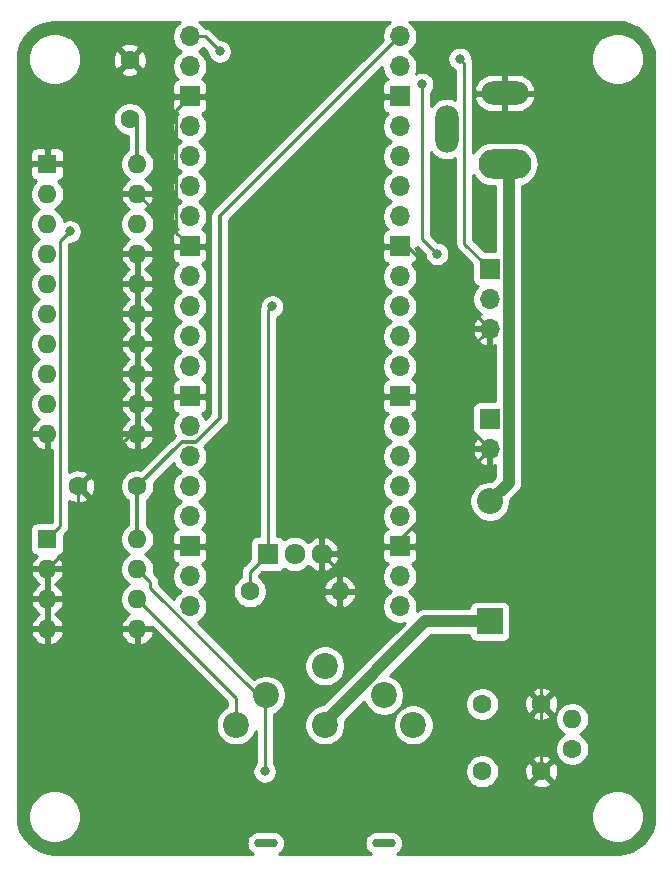
<source format=gbr>
%TF.GenerationSoftware,KiCad,Pcbnew,(5.1.12-1-10_14)*%
%TF.CreationDate,2022-12-20T21:08:20-08:00*%
%TF.ProjectId,nabu-usb-keyboard,6e616275-2d75-4736-922d-6b6579626f61,0.1*%
%TF.SameCoordinates,Original*%
%TF.FileFunction,Copper,L2,Bot*%
%TF.FilePolarity,Positive*%
%FSLAX46Y46*%
G04 Gerber Fmt 4.6, Leading zero omitted, Abs format (unit mm)*
G04 Created by KiCad (PCBNEW (5.1.12-1-10_14)) date 2022-12-20 21:08:20*
%MOMM*%
%LPD*%
G01*
G04 APERTURE LIST*
%TA.AperFunction,ComponentPad*%
%ADD10R,1.600000X1.600000*%
%TD*%
%TA.AperFunction,ComponentPad*%
%ADD11O,1.600000X1.600000*%
%TD*%
%TA.AperFunction,ComponentPad*%
%ADD12C,2.200000*%
%TD*%
%TA.AperFunction,ComponentPad*%
%ADD13O,2.000000X0.750000*%
%TD*%
%TA.AperFunction,ComponentPad*%
%ADD14O,1.700000X1.700000*%
%TD*%
%TA.AperFunction,ComponentPad*%
%ADD15R,1.700000X1.700000*%
%TD*%
%TA.AperFunction,ComponentPad*%
%ADD16R,1.717500X1.800000*%
%TD*%
%TA.AperFunction,ComponentPad*%
%ADD17O,1.717500X1.800000*%
%TD*%
%TA.AperFunction,ComponentPad*%
%ADD18C,1.600000*%
%TD*%
%TA.AperFunction,ComponentPad*%
%ADD19O,4.000000X2.000000*%
%TD*%
%TA.AperFunction,ComponentPad*%
%ADD20O,4.500000X2.500000*%
%TD*%
%TA.AperFunction,ComponentPad*%
%ADD21O,2.000000X4.000000*%
%TD*%
%TA.AperFunction,ComponentPad*%
%ADD22R,2.200000X2.200000*%
%TD*%
%TA.AperFunction,ComponentPad*%
%ADD23O,2.200000X2.200000*%
%TD*%
%TA.AperFunction,ViaPad*%
%ADD24C,0.800000*%
%TD*%
%TA.AperFunction,Conductor*%
%ADD25C,0.350000*%
%TD*%
%TA.AperFunction,Conductor*%
%ADD26C,0.250000*%
%TD*%
%TA.AperFunction,Conductor*%
%ADD27C,1.000000*%
%TD*%
%TA.AperFunction,Conductor*%
%ADD28C,0.254000*%
%TD*%
%TA.AperFunction,Conductor*%
%ADD29C,0.100000*%
%TD*%
G04 APERTURE END LIST*
D10*
%TO.P,U3,1*%
%TO.N,Net-(U1-Pad18)*%
X120650000Y-107950000D03*
D11*
%TO.P,U3,5*%
%TO.N,GND*%
X128270000Y-115570000D03*
%TO.P,U3,2*%
X120650000Y-110490000D03*
%TO.P,U3,6*%
%TO.N,Net-(C3-Pad1)*%
X128270000Y-113030000D03*
%TO.P,U3,3*%
%TO.N,GND*%
X120650000Y-113030000D03*
%TO.P,U3,7*%
%TO.N,Net-(C4-Pad1)*%
X128270000Y-110490000D03*
%TO.P,U3,4*%
%TO.N,GND*%
X120650000Y-115570000D03*
%TO.P,U3,8*%
%TO.N,+5V*%
X128270000Y-107950000D03*
%TD*%
D12*
%TO.P,J2,2*%
%TO.N,/9VRET*%
X149145000Y-121200000D03*
%TO.P,J2,4*%
%TO.N,Net-(C4-Pad1)*%
X139145000Y-121200000D03*
%TO.P,J2,6*%
%TO.N,Net-(J2-Pad6)*%
X144145000Y-118700000D03*
%TO.P,J2,5*%
%TO.N,Net-(C3-Pad1)*%
X136645000Y-123700000D03*
%TO.P,J2,1*%
%TO.N,Net-(J2-Pad1)*%
X151645000Y-123700000D03*
%TO.P,J2,3*%
%TO.N,Net-(D1-Pad1)*%
X144145000Y-123700000D03*
D13*
%TO.P,J2,*%
%TO.N,*%
X139145000Y-133700000D03*
X149145000Y-133700000D03*
%TD*%
D14*
%TO.P,U2,40*%
%TO.N,+5V*%
X150495000Y-65405000D03*
%TO.P,U2,39*%
%TO.N,Net-(U2-Pad39)*%
X150495000Y-67945000D03*
D15*
%TO.P,U2,38*%
%TO.N,GND*%
X150495000Y-70485000D03*
D14*
%TO.P,U2,37*%
%TO.N,Net-(U2-Pad37)*%
X150495000Y-73025000D03*
%TO.P,U2,36*%
%TO.N,+3V3*%
X150495000Y-75565000D03*
%TO.P,U2,35*%
%TO.N,Net-(U2-Pad35)*%
X150495000Y-78105000D03*
%TO.P,U2,34*%
%TO.N,Net-(U2-Pad34)*%
X150495000Y-80645000D03*
D15*
%TO.P,U2,33*%
%TO.N,GND*%
X150495000Y-83185000D03*
D14*
%TO.P,U2,32*%
%TO.N,Net-(U2-Pad32)*%
X150495000Y-85725000D03*
%TO.P,U2,31*%
%TO.N,Net-(Q1-Pad1)*%
X150495000Y-88265000D03*
%TO.P,U2,30*%
%TO.N,Net-(U2-Pad30)*%
X150495000Y-90805000D03*
%TO.P,U2,29*%
%TO.N,Net-(JP1-Pad1)*%
X150495000Y-93345000D03*
D15*
%TO.P,U2,28*%
%TO.N,GND*%
X150495000Y-95885000D03*
D14*
%TO.P,U2,27*%
%TO.N,Net-(U2-Pad27)*%
X150495000Y-98425000D03*
%TO.P,U2,26*%
%TO.N,Net-(U2-Pad26)*%
X150495000Y-100965000D03*
%TO.P,U2,25*%
%TO.N,Net-(U2-Pad25)*%
X150495000Y-103505000D03*
%TO.P,U2,24*%
%TO.N,Net-(U2-Pad24)*%
X150495000Y-106045000D03*
D15*
%TO.P,U2,23*%
%TO.N,GND*%
X150495000Y-108585000D03*
D14*
%TO.P,U2,22*%
%TO.N,Net-(U2-Pad22)*%
X150495000Y-111125000D03*
%TO.P,U2,21*%
%TO.N,Net-(U2-Pad21)*%
X150495000Y-113665000D03*
%TO.P,U2,20*%
%TO.N,Net-(U2-Pad20)*%
X132715000Y-113665000D03*
%TO.P,U2,19*%
%TO.N,Net-(U2-Pad19)*%
X132715000Y-111125000D03*
D15*
%TO.P,U2,18*%
%TO.N,GND*%
X132715000Y-108585000D03*
D14*
%TO.P,U2,17*%
%TO.N,Net-(U2-Pad17)*%
X132715000Y-106045000D03*
%TO.P,U2,16*%
%TO.N,Net-(U2-Pad16)*%
X132715000Y-103505000D03*
%TO.P,U2,15*%
%TO.N,Net-(U2-Pad15)*%
X132715000Y-100965000D03*
%TO.P,U2,14*%
%TO.N,Net-(U2-Pad14)*%
X132715000Y-98425000D03*
D15*
%TO.P,U2,13*%
%TO.N,GND*%
X132715000Y-95885000D03*
D14*
%TO.P,U2,12*%
%TO.N,Net-(U2-Pad12)*%
X132715000Y-93345000D03*
%TO.P,U2,11*%
%TO.N,Net-(U2-Pad11)*%
X132715000Y-90805000D03*
%TO.P,U2,10*%
%TO.N,Net-(U2-Pad10)*%
X132715000Y-88265000D03*
%TO.P,U2,9*%
%TO.N,Net-(U2-Pad9)*%
X132715000Y-85725000D03*
D15*
%TO.P,U2,8*%
%TO.N,GND*%
X132715000Y-83185000D03*
D14*
%TO.P,U2,7*%
%TO.N,Net-(U1-Pad2)*%
X132715000Y-80645000D03*
%TO.P,U2,6*%
%TO.N,Net-(U2-Pad6)*%
X132715000Y-78105000D03*
%TO.P,U2,5*%
%TO.N,Net-(U2-Pad5)*%
X132715000Y-75565000D03*
%TO.P,U2,4*%
%TO.N,Net-(U2-Pad4)*%
X132715000Y-73025000D03*
D15*
%TO.P,U2,3*%
%TO.N,GND*%
X132715000Y-70485000D03*
D14*
%TO.P,U2,2*%
%TO.N,Net-(J1-Pad2)*%
X132715000Y-67945000D03*
%TO.P,U2,1*%
%TO.N,Net-(J1-Pad1)*%
X132715000Y-65405000D03*
%TD*%
D15*
%TO.P,J1,1*%
%TO.N,Net-(J1-Pad1)*%
X158115000Y-85090000D03*
D14*
%TO.P,J1,2*%
%TO.N,Net-(J1-Pad2)*%
X158115000Y-87630000D03*
%TO.P,J1,3*%
%TO.N,GND*%
X158115000Y-90170000D03*
%TD*%
D15*
%TO.P,JP1,1*%
%TO.N,Net-(JP1-Pad1)*%
X158115000Y-97790000D03*
D14*
%TO.P,JP1,2*%
%TO.N,GND*%
X158115000Y-100330000D03*
%TD*%
D10*
%TO.P,U1,1*%
%TO.N,GND*%
X120650000Y-76200000D03*
D11*
%TO.P,U1,11*%
X128270000Y-99060000D03*
%TO.P,U1,2*%
%TO.N,Net-(U1-Pad2)*%
X120650000Y-78740000D03*
%TO.P,U1,12*%
%TO.N,GND*%
X128270000Y-96520000D03*
%TO.P,U1,3*%
%TO.N,Net-(U1-Pad3)*%
X120650000Y-81280000D03*
%TO.P,U1,13*%
%TO.N,GND*%
X128270000Y-93980000D03*
%TO.P,U1,4*%
%TO.N,Net-(U1-Pad4)*%
X120650000Y-83820000D03*
%TO.P,U1,14*%
%TO.N,GND*%
X128270000Y-91440000D03*
%TO.P,U1,5*%
%TO.N,Net-(U1-Pad5)*%
X120650000Y-86360000D03*
%TO.P,U1,15*%
%TO.N,GND*%
X128270000Y-88900000D03*
%TO.P,U1,6*%
%TO.N,Net-(U1-Pad6)*%
X120650000Y-88900000D03*
%TO.P,U1,16*%
%TO.N,GND*%
X128270000Y-86360000D03*
%TO.P,U1,7*%
%TO.N,Net-(U1-Pad7)*%
X120650000Y-91440000D03*
%TO.P,U1,17*%
%TO.N,GND*%
X128270000Y-83820000D03*
%TO.P,U1,8*%
%TO.N,Net-(U1-Pad8)*%
X120650000Y-93980000D03*
%TO.P,U1,18*%
%TO.N,Net-(U1-Pad18)*%
X128270000Y-81280000D03*
%TO.P,U1,9*%
%TO.N,Net-(U1-Pad9)*%
X120650000Y-96520000D03*
%TO.P,U1,19*%
%TO.N,GND*%
X128270000Y-78740000D03*
%TO.P,U1,10*%
X120650000Y-99060000D03*
%TO.P,U1,20*%
%TO.N,+3V3*%
X128270000Y-76200000D03*
%TD*%
D16*
%TO.P,Q1,1*%
%TO.N,Net-(Q1-Pad1)*%
X139315000Y-109220000D03*
D17*
%TO.P,Q1,2*%
%TO.N,/9VRET*%
X141605000Y-109220000D03*
%TO.P,Q1,3*%
%TO.N,GND*%
X143895000Y-109220000D03*
%TD*%
D18*
%TO.P,C3,1*%
%TO.N,Net-(C3-Pad1)*%
X157480000Y-121920000D03*
%TO.P,C3,2*%
%TO.N,GND*%
X162480000Y-121920000D03*
%TD*%
%TO.P,C4,2*%
%TO.N,GND*%
X162480000Y-127635000D03*
%TO.P,C4,1*%
%TO.N,Net-(C4-Pad1)*%
X157480000Y-127635000D03*
%TD*%
%TO.P,R1,1*%
%TO.N,Net-(Q1-Pad1)*%
X137795000Y-112395000D03*
D11*
%TO.P,R1,2*%
%TO.N,GND*%
X145415000Y-112395000D03*
%TD*%
D18*
%TO.P,R2,1*%
%TO.N,Net-(C4-Pad1)*%
X165100000Y-125730000D03*
D11*
%TO.P,R2,2*%
%TO.N,Net-(C3-Pad1)*%
X165100000Y-123190000D03*
%TD*%
D18*
%TO.P,C1,1*%
%TO.N,+3V3*%
X127635000Y-72390000D03*
%TO.P,C1,2*%
%TO.N,GND*%
X127635000Y-67390000D03*
%TD*%
%TO.P,C2,2*%
%TO.N,GND*%
X123270000Y-103505000D03*
%TO.P,C2,1*%
%TO.N,+5V*%
X128270000Y-103505000D03*
%TD*%
D19*
%TO.P,J3,2*%
%TO.N,GND*%
X159385000Y-70200000D03*
D20*
%TO.P,J3,1*%
%TO.N,+9V*%
X159385000Y-76200000D03*
D21*
%TO.P,J3,3*%
%TO.N,Net-(J3-Pad3)*%
X154485000Y-73250000D03*
%TD*%
D22*
%TO.P,D1,1*%
%TO.N,Net-(D1-Pad1)*%
X158115000Y-114935000D03*
D23*
%TO.P,D1,2*%
%TO.N,+9V*%
X158115000Y-104775000D03*
%TD*%
D24*
%TO.N,GND*%
X162560000Y-108585000D03*
X142240000Y-65405000D03*
X140970000Y-67945000D03*
X125730000Y-80645000D03*
X157480000Y-80010000D03*
%TO.N,Net-(J1-Pad1)*%
X155575000Y-67310000D03*
X135255000Y-66675000D03*
%TO.N,Net-(J1-Pad2)*%
X153670000Y-83820000D03*
X152400000Y-69455165D03*
%TO.N,Net-(Q1-Pad1)*%
X139700000Y-88265000D03*
%TO.N,Net-(U1-Pad18)*%
X122555000Y-81915000D03*
%TO.N,Net-(C4-Pad1)*%
X139065000Y-127635000D03*
%TD*%
D25*
%TO.N,+5V*%
X133213003Y-99739999D02*
X132035001Y-99739999D01*
X135255000Y-80645000D02*
X135255000Y-97698002D01*
X135255000Y-97698002D02*
X133213003Y-99739999D01*
X150495000Y-65405000D02*
X135255000Y-80645000D01*
X128270000Y-107950000D02*
X128270000Y-103505000D01*
X132035001Y-99739999D02*
X128270000Y-103505000D01*
D26*
%TO.N,GND*%
X152400000Y-95885000D02*
X158115000Y-90170000D01*
X150495000Y-95885000D02*
X152400000Y-95885000D01*
X153670000Y-95885000D02*
X158115000Y-100330000D01*
X150495000Y-95885000D02*
X153670000Y-95885000D01*
X128270000Y-99060000D02*
X128270000Y-96520000D01*
X128270000Y-96520000D02*
X128270000Y-93980000D01*
X128270000Y-93980000D02*
X128270000Y-91440000D01*
X128270000Y-91440000D02*
X128270000Y-88900000D01*
X128270000Y-88900000D02*
X128270000Y-86360000D01*
X128270000Y-86360000D02*
X128270000Y-83820000D01*
X131539999Y-82009999D02*
X132715000Y-83185000D01*
X131539999Y-71660001D02*
X131539999Y-82009999D01*
X132715000Y-70485000D02*
X131539999Y-71660001D01*
X151130000Y-83185000D02*
X158115000Y-90170000D01*
X150495000Y-83185000D02*
X151130000Y-83185000D01*
X128270000Y-78740000D02*
X132715000Y-83185000D01*
X145415000Y-110740000D02*
X143895000Y-109220000D01*
X145415000Y-112395000D02*
X145415000Y-110740000D01*
X162480000Y-127635000D02*
X162480000Y-121920000D01*
X162480000Y-108665000D02*
X162560000Y-108585000D01*
X162480000Y-121920000D02*
X162480000Y-108665000D01*
X150495000Y-107950000D02*
X158115000Y-100330000D01*
X150495000Y-108585000D02*
X150495000Y-107950000D01*
X120650000Y-110490000D02*
X120650000Y-113030000D01*
X120650000Y-113030000D02*
X120650000Y-115570000D01*
X123270000Y-107870000D02*
X123270000Y-103505000D01*
X120650000Y-110490000D02*
X123270000Y-107870000D01*
X127715000Y-99060000D02*
X128270000Y-99060000D01*
X123270000Y-103505000D02*
X127715000Y-99060000D01*
D25*
%TO.N,+3V3*%
X128270000Y-72390000D02*
X128270000Y-76200000D01*
D26*
%TO.N,Net-(J1-Pad1)*%
X157259988Y-84234988D02*
X158115000Y-85090000D01*
X133985000Y-65405000D02*
X135255000Y-66675000D01*
X132715000Y-65405000D02*
X133985000Y-65405000D01*
X155974999Y-82949999D02*
X158115000Y-85090000D01*
X155974999Y-67709999D02*
X155974999Y-82949999D01*
X155575000Y-67310000D02*
X155974999Y-67709999D01*
%TO.N,Net-(J1-Pad2)*%
X153670000Y-83820000D02*
X152400000Y-82550000D01*
X152400000Y-82550000D02*
X152400000Y-69455165D01*
D27*
%TO.N,+9V*%
X159385000Y-75930000D02*
X159715001Y-76260001D01*
X159715001Y-103174999D02*
X158115000Y-104775000D01*
X159715001Y-76530001D02*
X159715001Y-103174999D01*
X159385000Y-76200000D02*
X159715001Y-76530001D01*
D26*
%TO.N,Net-(Q1-Pad1)*%
X139065000Y-109470000D02*
X139315000Y-109220000D01*
X139315000Y-88650000D02*
X139700000Y-88265000D01*
X139315000Y-109220000D02*
X139315000Y-88650000D01*
X137795000Y-110740000D02*
X139315000Y-109220000D01*
X137795000Y-112395000D02*
X137795000Y-110740000D01*
%TO.N,Net-(U1-Pad18)*%
X121775001Y-82694999D02*
X122555000Y-81915000D01*
X121775001Y-106824999D02*
X121775001Y-82694999D01*
X120650000Y-107950000D02*
X121775001Y-106824999D01*
%TO.N,Net-(C3-Pad1)*%
X136645000Y-121405000D02*
X136645000Y-123700000D01*
X128270000Y-113030000D02*
X136645000Y-121405000D01*
%TO.N,Net-(C4-Pad1)*%
X139065000Y-120930000D02*
X139145000Y-120850000D01*
X138510998Y-121200000D02*
X139145000Y-121200000D01*
X129395001Y-112084003D02*
X138510998Y-121200000D01*
X129395001Y-111615001D02*
X129395001Y-112084003D01*
X128270000Y-110490000D02*
X129395001Y-111615001D01*
X139065000Y-121280000D02*
X139145000Y-121200000D01*
X139065000Y-127635000D02*
X139065000Y-121280000D01*
D27*
%TO.N,Net-(D1-Pad1)*%
X144145000Y-123111998D02*
X144145000Y-123350000D01*
X144145000Y-123461998D02*
X144145000Y-123700000D01*
X152671998Y-114935000D02*
X144145000Y-123461998D01*
X158115000Y-114935000D02*
X152671998Y-114935000D01*
%TD*%
D28*
%TO.N,GND*%
X131768368Y-64251525D02*
X131561525Y-64458368D01*
X131399010Y-64701589D01*
X131287068Y-64971842D01*
X131230000Y-65258740D01*
X131230000Y-65551260D01*
X131287068Y-65838158D01*
X131399010Y-66108411D01*
X131561525Y-66351632D01*
X131768368Y-66558475D01*
X131942760Y-66675000D01*
X131768368Y-66791525D01*
X131561525Y-66998368D01*
X131399010Y-67241589D01*
X131287068Y-67511842D01*
X131230000Y-67798740D01*
X131230000Y-68091260D01*
X131287068Y-68378158D01*
X131399010Y-68648411D01*
X131561525Y-68891632D01*
X131693380Y-69023487D01*
X131620820Y-69045498D01*
X131510506Y-69104463D01*
X131413815Y-69183815D01*
X131334463Y-69280506D01*
X131275498Y-69390820D01*
X131239188Y-69510518D01*
X131226928Y-69635000D01*
X131230000Y-70199250D01*
X131388750Y-70358000D01*
X132588000Y-70358000D01*
X132588000Y-70338000D01*
X132842000Y-70338000D01*
X132842000Y-70358000D01*
X134041250Y-70358000D01*
X134200000Y-70199250D01*
X134203072Y-69635000D01*
X134190812Y-69510518D01*
X134154502Y-69390820D01*
X134095537Y-69280506D01*
X134016185Y-69183815D01*
X133919494Y-69104463D01*
X133809180Y-69045498D01*
X133736620Y-69023487D01*
X133868475Y-68891632D01*
X134030990Y-68648411D01*
X134142932Y-68378158D01*
X134200000Y-68091260D01*
X134200000Y-67798740D01*
X134142932Y-67511842D01*
X134030990Y-67241589D01*
X133868475Y-66998368D01*
X133661632Y-66791525D01*
X133487240Y-66675000D01*
X133661632Y-66558475D01*
X133862653Y-66357454D01*
X134220000Y-66714802D01*
X134220000Y-66776939D01*
X134259774Y-66976898D01*
X134337795Y-67165256D01*
X134451063Y-67334774D01*
X134595226Y-67478937D01*
X134764744Y-67592205D01*
X134953102Y-67670226D01*
X135153061Y-67710000D01*
X135356939Y-67710000D01*
X135556898Y-67670226D01*
X135745256Y-67592205D01*
X135914774Y-67478937D01*
X136058937Y-67334774D01*
X136172205Y-67165256D01*
X136250226Y-66976898D01*
X136290000Y-66776939D01*
X136290000Y-66573061D01*
X136250226Y-66373102D01*
X136172205Y-66184744D01*
X136058937Y-66015226D01*
X135914774Y-65871063D01*
X135745256Y-65757795D01*
X135556898Y-65679774D01*
X135356939Y-65640000D01*
X135294802Y-65640000D01*
X134548804Y-64894003D01*
X134525001Y-64864999D01*
X134409276Y-64770026D01*
X134277247Y-64699454D01*
X134133986Y-64655997D01*
X134022333Y-64645000D01*
X134022322Y-64645000D01*
X133991125Y-64641927D01*
X133868475Y-64458368D01*
X133661632Y-64251525D01*
X133524655Y-64160000D01*
X149685345Y-64160000D01*
X149548368Y-64251525D01*
X149341525Y-64458368D01*
X149179010Y-64701589D01*
X149067068Y-64971842D01*
X149010000Y-65258740D01*
X149010000Y-65551260D01*
X149042059Y-65712428D01*
X134710388Y-80044100D01*
X134679472Y-80069472D01*
X134609703Y-80154487D01*
X134578251Y-80192811D01*
X134568079Y-80211842D01*
X134503037Y-80333528D01*
X134456720Y-80486213D01*
X134445486Y-80600273D01*
X134441081Y-80645000D01*
X134445000Y-80684788D01*
X134445001Y-97362488D01*
X134047073Y-97760417D01*
X134030990Y-97721589D01*
X133868475Y-97478368D01*
X133736620Y-97346513D01*
X133809180Y-97324502D01*
X133919494Y-97265537D01*
X134016185Y-97186185D01*
X134095537Y-97089494D01*
X134154502Y-96979180D01*
X134190812Y-96859482D01*
X134203072Y-96735000D01*
X134200000Y-96170750D01*
X134041250Y-96012000D01*
X132842000Y-96012000D01*
X132842000Y-96032000D01*
X132588000Y-96032000D01*
X132588000Y-96012000D01*
X131388750Y-96012000D01*
X131230000Y-96170750D01*
X131226928Y-96735000D01*
X131239188Y-96859482D01*
X131275498Y-96979180D01*
X131334463Y-97089494D01*
X131413815Y-97186185D01*
X131510506Y-97265537D01*
X131620820Y-97324502D01*
X131693380Y-97346513D01*
X131561525Y-97478368D01*
X131399010Y-97721589D01*
X131287068Y-97991842D01*
X131230000Y-98278740D01*
X131230000Y-98571260D01*
X131287068Y-98858158D01*
X131399010Y-99128411D01*
X131439426Y-99188898D01*
X131434108Y-99195379D01*
X128534907Y-102094580D01*
X128411335Y-102070000D01*
X128128665Y-102070000D01*
X127851426Y-102125147D01*
X127590273Y-102233320D01*
X127355241Y-102390363D01*
X127155363Y-102590241D01*
X126998320Y-102825273D01*
X126890147Y-103086426D01*
X126835000Y-103363665D01*
X126835000Y-103646335D01*
X126890147Y-103923574D01*
X126998320Y-104184727D01*
X127155363Y-104419759D01*
X127355241Y-104619637D01*
X127460001Y-104689635D01*
X127460000Y-106765365D01*
X127355241Y-106835363D01*
X127155363Y-107035241D01*
X126998320Y-107270273D01*
X126890147Y-107531426D01*
X126835000Y-107808665D01*
X126835000Y-108091335D01*
X126890147Y-108368574D01*
X126998320Y-108629727D01*
X127155363Y-108864759D01*
X127355241Y-109064637D01*
X127587759Y-109220000D01*
X127355241Y-109375363D01*
X127155363Y-109575241D01*
X126998320Y-109810273D01*
X126890147Y-110071426D01*
X126835000Y-110348665D01*
X126835000Y-110631335D01*
X126890147Y-110908574D01*
X126998320Y-111169727D01*
X127155363Y-111404759D01*
X127355241Y-111604637D01*
X127587759Y-111760000D01*
X127355241Y-111915363D01*
X127155363Y-112115241D01*
X126998320Y-112350273D01*
X126890147Y-112611426D01*
X126835000Y-112888665D01*
X126835000Y-113171335D01*
X126890147Y-113448574D01*
X126998320Y-113709727D01*
X127155363Y-113944759D01*
X127355241Y-114144637D01*
X127590273Y-114301680D01*
X127600865Y-114306067D01*
X127414869Y-114417615D01*
X127206481Y-114606586D01*
X127038963Y-114832580D01*
X126918754Y-115086913D01*
X126878096Y-115220961D01*
X127000085Y-115443000D01*
X128143000Y-115443000D01*
X128143000Y-115423000D01*
X128397000Y-115423000D01*
X128397000Y-115443000D01*
X129539915Y-115443000D01*
X129564128Y-115398929D01*
X135885000Y-121719802D01*
X135885000Y-122136852D01*
X135823169Y-122162463D01*
X135539002Y-122352337D01*
X135297337Y-122594002D01*
X135107463Y-122878169D01*
X134976675Y-123193919D01*
X134910000Y-123529117D01*
X134910000Y-123870883D01*
X134976675Y-124206081D01*
X135107463Y-124521831D01*
X135297337Y-124805998D01*
X135539002Y-125047663D01*
X135823169Y-125237537D01*
X136138919Y-125368325D01*
X136474117Y-125435000D01*
X136815883Y-125435000D01*
X137151081Y-125368325D01*
X137466831Y-125237537D01*
X137750998Y-125047663D01*
X137992663Y-124805998D01*
X138182537Y-124521831D01*
X138305001Y-124226178D01*
X138305000Y-126931289D01*
X138261063Y-126975226D01*
X138147795Y-127144744D01*
X138069774Y-127333102D01*
X138030000Y-127533061D01*
X138030000Y-127736939D01*
X138069774Y-127936898D01*
X138147795Y-128125256D01*
X138261063Y-128294774D01*
X138405226Y-128438937D01*
X138574744Y-128552205D01*
X138763102Y-128630226D01*
X138963061Y-128670000D01*
X139166939Y-128670000D01*
X139366898Y-128630226D01*
X139555256Y-128552205D01*
X139724774Y-128438937D01*
X139868937Y-128294774D01*
X139982205Y-128125256D01*
X140060226Y-127936898D01*
X140100000Y-127736939D01*
X140100000Y-127533061D01*
X140092164Y-127493665D01*
X156045000Y-127493665D01*
X156045000Y-127776335D01*
X156100147Y-128053574D01*
X156208320Y-128314727D01*
X156365363Y-128549759D01*
X156565241Y-128749637D01*
X156800273Y-128906680D01*
X157061426Y-129014853D01*
X157338665Y-129070000D01*
X157621335Y-129070000D01*
X157898574Y-129014853D01*
X158159727Y-128906680D01*
X158394759Y-128749637D01*
X158516694Y-128627702D01*
X161666903Y-128627702D01*
X161738486Y-128871671D01*
X161993996Y-128992571D01*
X162268184Y-129061300D01*
X162550512Y-129075217D01*
X162830130Y-129033787D01*
X163096292Y-128938603D01*
X163221514Y-128871671D01*
X163293097Y-128627702D01*
X162480000Y-127814605D01*
X161666903Y-128627702D01*
X158516694Y-128627702D01*
X158594637Y-128549759D01*
X158751680Y-128314727D01*
X158859853Y-128053574D01*
X158915000Y-127776335D01*
X158915000Y-127705512D01*
X161039783Y-127705512D01*
X161081213Y-127985130D01*
X161176397Y-128251292D01*
X161243329Y-128376514D01*
X161487298Y-128448097D01*
X162300395Y-127635000D01*
X162659605Y-127635000D01*
X163472702Y-128448097D01*
X163716671Y-128376514D01*
X163837571Y-128121004D01*
X163906300Y-127846816D01*
X163920217Y-127564488D01*
X163878787Y-127284870D01*
X163783603Y-127018708D01*
X163716671Y-126893486D01*
X163472702Y-126821903D01*
X162659605Y-127635000D01*
X162300395Y-127635000D01*
X161487298Y-126821903D01*
X161243329Y-126893486D01*
X161122429Y-127148996D01*
X161053700Y-127423184D01*
X161039783Y-127705512D01*
X158915000Y-127705512D01*
X158915000Y-127493665D01*
X158859853Y-127216426D01*
X158751680Y-126955273D01*
X158594637Y-126720241D01*
X158516694Y-126642298D01*
X161666903Y-126642298D01*
X162480000Y-127455395D01*
X163293097Y-126642298D01*
X163221514Y-126398329D01*
X162966004Y-126277429D01*
X162691816Y-126208700D01*
X162409488Y-126194783D01*
X162129870Y-126236213D01*
X161863708Y-126331397D01*
X161738486Y-126398329D01*
X161666903Y-126642298D01*
X158516694Y-126642298D01*
X158394759Y-126520363D01*
X158159727Y-126363320D01*
X157898574Y-126255147D01*
X157621335Y-126200000D01*
X157338665Y-126200000D01*
X157061426Y-126255147D01*
X156800273Y-126363320D01*
X156565241Y-126520363D01*
X156365363Y-126720241D01*
X156208320Y-126955273D01*
X156100147Y-127216426D01*
X156045000Y-127493665D01*
X140092164Y-127493665D01*
X140060226Y-127333102D01*
X139982205Y-127144744D01*
X139868937Y-126975226D01*
X139825000Y-126931289D01*
X139825000Y-123529117D01*
X142410000Y-123529117D01*
X142410000Y-123870883D01*
X142476675Y-124206081D01*
X142607463Y-124521831D01*
X142797337Y-124805998D01*
X143039002Y-125047663D01*
X143323169Y-125237537D01*
X143638919Y-125368325D01*
X143974117Y-125435000D01*
X144315883Y-125435000D01*
X144651081Y-125368325D01*
X144966831Y-125237537D01*
X145250998Y-125047663D01*
X145492663Y-124805998D01*
X145682537Y-124521831D01*
X145813325Y-124206081D01*
X145880000Y-123870883D01*
X145880000Y-123529117D01*
X149910000Y-123529117D01*
X149910000Y-123870883D01*
X149976675Y-124206081D01*
X150107463Y-124521831D01*
X150297337Y-124805998D01*
X150539002Y-125047663D01*
X150823169Y-125237537D01*
X151138919Y-125368325D01*
X151474117Y-125435000D01*
X151815883Y-125435000D01*
X152151081Y-125368325D01*
X152466831Y-125237537D01*
X152750998Y-125047663D01*
X152992663Y-124805998D01*
X153182537Y-124521831D01*
X153313325Y-124206081D01*
X153380000Y-123870883D01*
X153380000Y-123529117D01*
X153313325Y-123193919D01*
X153182537Y-122878169D01*
X152992663Y-122594002D01*
X152750998Y-122352337D01*
X152466831Y-122162463D01*
X152151081Y-122031675D01*
X151815883Y-121965000D01*
X151474117Y-121965000D01*
X151138919Y-122031675D01*
X150823169Y-122162463D01*
X150539002Y-122352337D01*
X150297337Y-122594002D01*
X150107463Y-122878169D01*
X149976675Y-123193919D01*
X149910000Y-123529117D01*
X145880000Y-123529117D01*
X145847318Y-123364811D01*
X147485278Y-121726851D01*
X147607463Y-122021831D01*
X147797337Y-122305998D01*
X148039002Y-122547663D01*
X148323169Y-122737537D01*
X148638919Y-122868325D01*
X148974117Y-122935000D01*
X149315883Y-122935000D01*
X149651081Y-122868325D01*
X149966831Y-122737537D01*
X150250998Y-122547663D01*
X150492663Y-122305998D01*
X150682537Y-122021831D01*
X150783259Y-121778665D01*
X156045000Y-121778665D01*
X156045000Y-122061335D01*
X156100147Y-122338574D01*
X156208320Y-122599727D01*
X156365363Y-122834759D01*
X156565241Y-123034637D01*
X156800273Y-123191680D01*
X157061426Y-123299853D01*
X157338665Y-123355000D01*
X157621335Y-123355000D01*
X157898574Y-123299853D01*
X158159727Y-123191680D01*
X158394759Y-123034637D01*
X158516694Y-122912702D01*
X161666903Y-122912702D01*
X161738486Y-123156671D01*
X161993996Y-123277571D01*
X162268184Y-123346300D01*
X162550512Y-123360217D01*
X162830130Y-123318787D01*
X163096292Y-123223603D01*
X163221514Y-123156671D01*
X163253204Y-123048665D01*
X163665000Y-123048665D01*
X163665000Y-123331335D01*
X163720147Y-123608574D01*
X163828320Y-123869727D01*
X163985363Y-124104759D01*
X164185241Y-124304637D01*
X164417759Y-124460000D01*
X164185241Y-124615363D01*
X163985363Y-124815241D01*
X163828320Y-125050273D01*
X163720147Y-125311426D01*
X163665000Y-125588665D01*
X163665000Y-125871335D01*
X163720147Y-126148574D01*
X163828320Y-126409727D01*
X163985363Y-126644759D01*
X164185241Y-126844637D01*
X164420273Y-127001680D01*
X164681426Y-127109853D01*
X164958665Y-127165000D01*
X165241335Y-127165000D01*
X165518574Y-127109853D01*
X165779727Y-127001680D01*
X166014759Y-126844637D01*
X166214637Y-126644759D01*
X166371680Y-126409727D01*
X166479853Y-126148574D01*
X166535000Y-125871335D01*
X166535000Y-125588665D01*
X166479853Y-125311426D01*
X166371680Y-125050273D01*
X166214637Y-124815241D01*
X166014759Y-124615363D01*
X165782241Y-124460000D01*
X166014759Y-124304637D01*
X166214637Y-124104759D01*
X166371680Y-123869727D01*
X166479853Y-123608574D01*
X166535000Y-123331335D01*
X166535000Y-123048665D01*
X166479853Y-122771426D01*
X166371680Y-122510273D01*
X166214637Y-122275241D01*
X166014759Y-122075363D01*
X165779727Y-121918320D01*
X165518574Y-121810147D01*
X165241335Y-121755000D01*
X164958665Y-121755000D01*
X164681426Y-121810147D01*
X164420273Y-121918320D01*
X164185241Y-122075363D01*
X163985363Y-122275241D01*
X163828320Y-122510273D01*
X163720147Y-122771426D01*
X163665000Y-123048665D01*
X163253204Y-123048665D01*
X163293097Y-122912702D01*
X162480000Y-122099605D01*
X161666903Y-122912702D01*
X158516694Y-122912702D01*
X158594637Y-122834759D01*
X158751680Y-122599727D01*
X158859853Y-122338574D01*
X158915000Y-122061335D01*
X158915000Y-121990512D01*
X161039783Y-121990512D01*
X161081213Y-122270130D01*
X161176397Y-122536292D01*
X161243329Y-122661514D01*
X161487298Y-122733097D01*
X162300395Y-121920000D01*
X162659605Y-121920000D01*
X163472702Y-122733097D01*
X163716671Y-122661514D01*
X163837571Y-122406004D01*
X163906300Y-122131816D01*
X163920217Y-121849488D01*
X163878787Y-121569870D01*
X163783603Y-121303708D01*
X163716671Y-121178486D01*
X163472702Y-121106903D01*
X162659605Y-121920000D01*
X162300395Y-121920000D01*
X161487298Y-121106903D01*
X161243329Y-121178486D01*
X161122429Y-121433996D01*
X161053700Y-121708184D01*
X161039783Y-121990512D01*
X158915000Y-121990512D01*
X158915000Y-121778665D01*
X158859853Y-121501426D01*
X158751680Y-121240273D01*
X158594637Y-121005241D01*
X158516694Y-120927298D01*
X161666903Y-120927298D01*
X162480000Y-121740395D01*
X163293097Y-120927298D01*
X163221514Y-120683329D01*
X162966004Y-120562429D01*
X162691816Y-120493700D01*
X162409488Y-120479783D01*
X162129870Y-120521213D01*
X161863708Y-120616397D01*
X161738486Y-120683329D01*
X161666903Y-120927298D01*
X158516694Y-120927298D01*
X158394759Y-120805363D01*
X158159727Y-120648320D01*
X157898574Y-120540147D01*
X157621335Y-120485000D01*
X157338665Y-120485000D01*
X157061426Y-120540147D01*
X156800273Y-120648320D01*
X156565241Y-120805363D01*
X156365363Y-121005241D01*
X156208320Y-121240273D01*
X156100147Y-121501426D01*
X156045000Y-121778665D01*
X150783259Y-121778665D01*
X150813325Y-121706081D01*
X150880000Y-121370883D01*
X150880000Y-121029117D01*
X150813325Y-120693919D01*
X150682537Y-120378169D01*
X150492663Y-120094002D01*
X150250998Y-119852337D01*
X149966831Y-119662463D01*
X149671851Y-119540278D01*
X153142130Y-116070000D01*
X156380375Y-116070000D01*
X156389188Y-116159482D01*
X156425498Y-116279180D01*
X156484463Y-116389494D01*
X156563815Y-116486185D01*
X156660506Y-116565537D01*
X156770820Y-116624502D01*
X156890518Y-116660812D01*
X157015000Y-116673072D01*
X159215000Y-116673072D01*
X159339482Y-116660812D01*
X159459180Y-116624502D01*
X159569494Y-116565537D01*
X159666185Y-116486185D01*
X159745537Y-116389494D01*
X159804502Y-116279180D01*
X159840812Y-116159482D01*
X159853072Y-116035000D01*
X159853072Y-113835000D01*
X159840812Y-113710518D01*
X159804502Y-113590820D01*
X159745537Y-113480506D01*
X159666185Y-113383815D01*
X159569494Y-113304463D01*
X159459180Y-113245498D01*
X159339482Y-113209188D01*
X159215000Y-113196928D01*
X157015000Y-113196928D01*
X156890518Y-113209188D01*
X156770820Y-113245498D01*
X156660506Y-113304463D01*
X156563815Y-113383815D01*
X156484463Y-113480506D01*
X156425498Y-113590820D01*
X156389188Y-113710518D01*
X156380375Y-113800000D01*
X152727741Y-113800000D01*
X152671997Y-113794510D01*
X152616253Y-113800000D01*
X152616246Y-113800000D01*
X152470491Y-113814356D01*
X152449498Y-113816423D01*
X152404742Y-113830000D01*
X152235551Y-113881324D01*
X152038375Y-113986716D01*
X151926902Y-114078200D01*
X151980000Y-113811260D01*
X151980000Y-113518740D01*
X151922932Y-113231842D01*
X151810990Y-112961589D01*
X151648475Y-112718368D01*
X151441632Y-112511525D01*
X151267240Y-112395000D01*
X151441632Y-112278475D01*
X151648475Y-112071632D01*
X151810990Y-111828411D01*
X151922932Y-111558158D01*
X151980000Y-111271260D01*
X151980000Y-110978740D01*
X151922932Y-110691842D01*
X151810990Y-110421589D01*
X151648475Y-110178368D01*
X151516620Y-110046513D01*
X151589180Y-110024502D01*
X151699494Y-109965537D01*
X151796185Y-109886185D01*
X151875537Y-109789494D01*
X151934502Y-109679180D01*
X151970812Y-109559482D01*
X151983072Y-109435000D01*
X151980000Y-108870750D01*
X151821250Y-108712000D01*
X150622000Y-108712000D01*
X150622000Y-108732000D01*
X150368000Y-108732000D01*
X150368000Y-108712000D01*
X149168750Y-108712000D01*
X149010000Y-108870750D01*
X149006928Y-109435000D01*
X149019188Y-109559482D01*
X149055498Y-109679180D01*
X149114463Y-109789494D01*
X149193815Y-109886185D01*
X149290506Y-109965537D01*
X149400820Y-110024502D01*
X149473380Y-110046513D01*
X149341525Y-110178368D01*
X149179010Y-110421589D01*
X149067068Y-110691842D01*
X149010000Y-110978740D01*
X149010000Y-111271260D01*
X149067068Y-111558158D01*
X149179010Y-111828411D01*
X149341525Y-112071632D01*
X149548368Y-112278475D01*
X149722760Y-112395000D01*
X149548368Y-112511525D01*
X149341525Y-112718368D01*
X149179010Y-112961589D01*
X149067068Y-113231842D01*
X149010000Y-113518740D01*
X149010000Y-113811260D01*
X149067068Y-114098158D01*
X149179010Y-114368411D01*
X149341525Y-114611632D01*
X149548368Y-114818475D01*
X149791589Y-114980990D01*
X150061842Y-115092932D01*
X150348740Y-115150000D01*
X150641260Y-115150000D01*
X150904161Y-115097705D01*
X144036867Y-121965000D01*
X143974117Y-121965000D01*
X143638919Y-122031675D01*
X143323169Y-122162463D01*
X143039002Y-122352337D01*
X142797337Y-122594002D01*
X142607463Y-122878169D01*
X142476675Y-123193919D01*
X142410000Y-123529117D01*
X139825000Y-123529117D01*
X139825000Y-122796285D01*
X139966831Y-122737537D01*
X140250998Y-122547663D01*
X140492663Y-122305998D01*
X140682537Y-122021831D01*
X140813325Y-121706081D01*
X140880000Y-121370883D01*
X140880000Y-121029117D01*
X140813325Y-120693919D01*
X140682537Y-120378169D01*
X140492663Y-120094002D01*
X140250998Y-119852337D01*
X139966831Y-119662463D01*
X139651081Y-119531675D01*
X139315883Y-119465000D01*
X138974117Y-119465000D01*
X138638919Y-119531675D01*
X138323169Y-119662463D01*
X138158375Y-119772575D01*
X136914917Y-118529117D01*
X142410000Y-118529117D01*
X142410000Y-118870883D01*
X142476675Y-119206081D01*
X142607463Y-119521831D01*
X142797337Y-119805998D01*
X143039002Y-120047663D01*
X143323169Y-120237537D01*
X143638919Y-120368325D01*
X143974117Y-120435000D01*
X144315883Y-120435000D01*
X144651081Y-120368325D01*
X144966831Y-120237537D01*
X145250998Y-120047663D01*
X145492663Y-119805998D01*
X145682537Y-119521831D01*
X145813325Y-119206081D01*
X145880000Y-118870883D01*
X145880000Y-118529117D01*
X145813325Y-118193919D01*
X145682537Y-117878169D01*
X145492663Y-117594002D01*
X145250998Y-117352337D01*
X144966831Y-117162463D01*
X144651081Y-117031675D01*
X144315883Y-116965000D01*
X143974117Y-116965000D01*
X143638919Y-117031675D01*
X143323169Y-117162463D01*
X143039002Y-117352337D01*
X142797337Y-117594002D01*
X142607463Y-117878169D01*
X142476675Y-118193919D01*
X142410000Y-118529117D01*
X136914917Y-118529117D01*
X133381909Y-114996110D01*
X133418411Y-114980990D01*
X133661632Y-114818475D01*
X133868475Y-114611632D01*
X134030990Y-114368411D01*
X134142932Y-114098158D01*
X134200000Y-113811260D01*
X134200000Y-113518740D01*
X134142932Y-113231842D01*
X134030990Y-112961589D01*
X133868475Y-112718368D01*
X133661632Y-112511525D01*
X133487240Y-112395000D01*
X133661632Y-112278475D01*
X133686442Y-112253665D01*
X136360000Y-112253665D01*
X136360000Y-112536335D01*
X136415147Y-112813574D01*
X136523320Y-113074727D01*
X136680363Y-113309759D01*
X136880241Y-113509637D01*
X137115273Y-113666680D01*
X137376426Y-113774853D01*
X137653665Y-113830000D01*
X137936335Y-113830000D01*
X138213574Y-113774853D01*
X138474727Y-113666680D01*
X138709759Y-113509637D01*
X138909637Y-113309759D01*
X139066680Y-113074727D01*
X139174853Y-112813574D01*
X139188684Y-112744039D01*
X144023096Y-112744039D01*
X144063754Y-112878087D01*
X144183963Y-113132420D01*
X144351481Y-113358414D01*
X144559869Y-113547385D01*
X144801119Y-113692070D01*
X145065960Y-113786909D01*
X145288000Y-113665624D01*
X145288000Y-112522000D01*
X145542000Y-112522000D01*
X145542000Y-113665624D01*
X145764040Y-113786909D01*
X146028881Y-113692070D01*
X146270131Y-113547385D01*
X146478519Y-113358414D01*
X146646037Y-113132420D01*
X146766246Y-112878087D01*
X146806904Y-112744039D01*
X146684915Y-112522000D01*
X145542000Y-112522000D01*
X145288000Y-112522000D01*
X144145085Y-112522000D01*
X144023096Y-112744039D01*
X139188684Y-112744039D01*
X139230000Y-112536335D01*
X139230000Y-112253665D01*
X139188685Y-112045961D01*
X144023096Y-112045961D01*
X144145085Y-112268000D01*
X145288000Y-112268000D01*
X145288000Y-111124376D01*
X145542000Y-111124376D01*
X145542000Y-112268000D01*
X146684915Y-112268000D01*
X146806904Y-112045961D01*
X146766246Y-111911913D01*
X146646037Y-111657580D01*
X146478519Y-111431586D01*
X146270131Y-111242615D01*
X146028881Y-111097930D01*
X145764040Y-111003091D01*
X145542000Y-111124376D01*
X145288000Y-111124376D01*
X145065960Y-111003091D01*
X144801119Y-111097930D01*
X144559869Y-111242615D01*
X144351481Y-111431586D01*
X144183963Y-111657580D01*
X144063754Y-111911913D01*
X144023096Y-112045961D01*
X139188685Y-112045961D01*
X139174853Y-111976426D01*
X139066680Y-111715273D01*
X138909637Y-111480241D01*
X138709759Y-111280363D01*
X138555000Y-111176957D01*
X138555000Y-111054801D01*
X138851729Y-110758072D01*
X140173750Y-110758072D01*
X140298232Y-110745812D01*
X140417930Y-110709502D01*
X140528244Y-110650537D01*
X140624935Y-110571185D01*
X140704287Y-110474494D01*
X140711741Y-110460550D01*
X140771103Y-110509267D01*
X141030602Y-110647972D01*
X141312175Y-110733386D01*
X141605000Y-110762227D01*
X141897826Y-110733386D01*
X142179399Y-110647972D01*
X142438898Y-110509267D01*
X142666351Y-110322601D01*
X142755413Y-110214078D01*
X142858990Y-110335702D01*
X143088512Y-110517172D01*
X143349027Y-110650378D01*
X143536736Y-110711400D01*
X143768000Y-110590195D01*
X143768000Y-109347000D01*
X144022000Y-109347000D01*
X144022000Y-110590195D01*
X144253264Y-110711400D01*
X144440973Y-110650378D01*
X144701488Y-110517172D01*
X144931010Y-110335702D01*
X145120718Y-110112941D01*
X145263323Y-109857450D01*
X145353344Y-109579048D01*
X145226354Y-109347000D01*
X144022000Y-109347000D01*
X143768000Y-109347000D01*
X143748000Y-109347000D01*
X143748000Y-109093000D01*
X143768000Y-109093000D01*
X143768000Y-107849805D01*
X144022000Y-107849805D01*
X144022000Y-109093000D01*
X145226354Y-109093000D01*
X145353344Y-108860952D01*
X145263323Y-108582550D01*
X145120718Y-108327059D01*
X144931010Y-108104298D01*
X144701488Y-107922828D01*
X144440973Y-107789622D01*
X144253264Y-107728600D01*
X144022000Y-107849805D01*
X143768000Y-107849805D01*
X143536736Y-107728600D01*
X143349027Y-107789622D01*
X143088512Y-107922828D01*
X142858990Y-108104298D01*
X142755413Y-108225921D01*
X142666351Y-108117399D01*
X142438897Y-107930733D01*
X142179398Y-107792028D01*
X141897825Y-107706614D01*
X141605000Y-107677773D01*
X141312174Y-107706614D01*
X141030601Y-107792028D01*
X140771102Y-107930733D01*
X140711740Y-107979450D01*
X140704287Y-107965506D01*
X140624935Y-107868815D01*
X140528244Y-107789463D01*
X140417930Y-107730498D01*
X140298232Y-107694188D01*
X140173750Y-107681928D01*
X140075000Y-107681928D01*
X140075000Y-96735000D01*
X149006928Y-96735000D01*
X149019188Y-96859482D01*
X149055498Y-96979180D01*
X149114463Y-97089494D01*
X149193815Y-97186185D01*
X149290506Y-97265537D01*
X149400820Y-97324502D01*
X149473380Y-97346513D01*
X149341525Y-97478368D01*
X149179010Y-97721589D01*
X149067068Y-97991842D01*
X149010000Y-98278740D01*
X149010000Y-98571260D01*
X149067068Y-98858158D01*
X149179010Y-99128411D01*
X149341525Y-99371632D01*
X149548368Y-99578475D01*
X149722760Y-99695000D01*
X149548368Y-99811525D01*
X149341525Y-100018368D01*
X149179010Y-100261589D01*
X149067068Y-100531842D01*
X149010000Y-100818740D01*
X149010000Y-101111260D01*
X149067068Y-101398158D01*
X149179010Y-101668411D01*
X149341525Y-101911632D01*
X149548368Y-102118475D01*
X149722760Y-102235000D01*
X149548368Y-102351525D01*
X149341525Y-102558368D01*
X149179010Y-102801589D01*
X149067068Y-103071842D01*
X149010000Y-103358740D01*
X149010000Y-103651260D01*
X149067068Y-103938158D01*
X149179010Y-104208411D01*
X149341525Y-104451632D01*
X149548368Y-104658475D01*
X149722760Y-104775000D01*
X149548368Y-104891525D01*
X149341525Y-105098368D01*
X149179010Y-105341589D01*
X149067068Y-105611842D01*
X149010000Y-105898740D01*
X149010000Y-106191260D01*
X149067068Y-106478158D01*
X149179010Y-106748411D01*
X149341525Y-106991632D01*
X149473380Y-107123487D01*
X149400820Y-107145498D01*
X149290506Y-107204463D01*
X149193815Y-107283815D01*
X149114463Y-107380506D01*
X149055498Y-107490820D01*
X149019188Y-107610518D01*
X149006928Y-107735000D01*
X149010000Y-108299250D01*
X149168750Y-108458000D01*
X150368000Y-108458000D01*
X150368000Y-108438000D01*
X150622000Y-108438000D01*
X150622000Y-108458000D01*
X151821250Y-108458000D01*
X151980000Y-108299250D01*
X151983072Y-107735000D01*
X151970812Y-107610518D01*
X151934502Y-107490820D01*
X151875537Y-107380506D01*
X151796185Y-107283815D01*
X151699494Y-107204463D01*
X151589180Y-107145498D01*
X151516620Y-107123487D01*
X151648475Y-106991632D01*
X151810990Y-106748411D01*
X151922932Y-106478158D01*
X151980000Y-106191260D01*
X151980000Y-105898740D01*
X151922932Y-105611842D01*
X151810990Y-105341589D01*
X151648475Y-105098368D01*
X151441632Y-104891525D01*
X151267240Y-104775000D01*
X151441632Y-104658475D01*
X151648475Y-104451632D01*
X151810990Y-104208411D01*
X151922932Y-103938158D01*
X151980000Y-103651260D01*
X151980000Y-103358740D01*
X151922932Y-103071842D01*
X151810990Y-102801589D01*
X151648475Y-102558368D01*
X151441632Y-102351525D01*
X151267240Y-102235000D01*
X151441632Y-102118475D01*
X151648475Y-101911632D01*
X151810990Y-101668411D01*
X151922932Y-101398158D01*
X151980000Y-101111260D01*
X151980000Y-100818740D01*
X151953774Y-100686890D01*
X156673524Y-100686890D01*
X156718175Y-100834099D01*
X156843359Y-101096920D01*
X157017412Y-101330269D01*
X157233645Y-101525178D01*
X157483748Y-101674157D01*
X157758109Y-101771481D01*
X157988000Y-101650814D01*
X157988000Y-100457000D01*
X156794845Y-100457000D01*
X156673524Y-100686890D01*
X151953774Y-100686890D01*
X151922932Y-100531842D01*
X151810990Y-100261589D01*
X151648475Y-100018368D01*
X151441632Y-99811525D01*
X151267240Y-99695000D01*
X151441632Y-99578475D01*
X151648475Y-99371632D01*
X151810990Y-99128411D01*
X151922932Y-98858158D01*
X151980000Y-98571260D01*
X151980000Y-98278740D01*
X151922932Y-97991842D01*
X151810990Y-97721589D01*
X151648475Y-97478368D01*
X151516620Y-97346513D01*
X151589180Y-97324502D01*
X151699494Y-97265537D01*
X151796185Y-97186185D01*
X151875537Y-97089494D01*
X151934502Y-96979180D01*
X151970812Y-96859482D01*
X151983072Y-96735000D01*
X151980000Y-96170750D01*
X151821250Y-96012000D01*
X150622000Y-96012000D01*
X150622000Y-96032000D01*
X150368000Y-96032000D01*
X150368000Y-96012000D01*
X149168750Y-96012000D01*
X149010000Y-96170750D01*
X149006928Y-96735000D01*
X140075000Y-96735000D01*
X140075000Y-89229946D01*
X140190256Y-89182205D01*
X140359774Y-89068937D01*
X140503937Y-88924774D01*
X140617205Y-88755256D01*
X140695226Y-88566898D01*
X140735000Y-88366939D01*
X140735000Y-88163061D01*
X140695226Y-87963102D01*
X140617205Y-87774744D01*
X140503937Y-87605226D01*
X140359774Y-87461063D01*
X140190256Y-87347795D01*
X140001898Y-87269774D01*
X139801939Y-87230000D01*
X139598061Y-87230000D01*
X139398102Y-87269774D01*
X139209744Y-87347795D01*
X139040226Y-87461063D01*
X138896063Y-87605226D01*
X138782795Y-87774744D01*
X138704774Y-87963102D01*
X138665000Y-88163061D01*
X138665000Y-88253835D01*
X138609454Y-88357754D01*
X138593224Y-88411260D01*
X138565998Y-88501014D01*
X138559509Y-88566898D01*
X138551324Y-88650000D01*
X138555001Y-88687333D01*
X138555000Y-107681928D01*
X138456250Y-107681928D01*
X138331768Y-107694188D01*
X138212070Y-107730498D01*
X138101756Y-107789463D01*
X138005065Y-107868815D01*
X137925713Y-107965506D01*
X137866748Y-108075820D01*
X137830438Y-108195518D01*
X137818178Y-108320000D01*
X137818178Y-109642021D01*
X137283998Y-110176201D01*
X137255000Y-110199999D01*
X137231202Y-110228997D01*
X137231201Y-110228998D01*
X137160026Y-110315724D01*
X137089454Y-110447754D01*
X137070795Y-110509267D01*
X137046247Y-110590195D01*
X137045998Y-110591015D01*
X137031324Y-110740000D01*
X137035001Y-110777332D01*
X137035001Y-111176956D01*
X136880241Y-111280363D01*
X136680363Y-111480241D01*
X136523320Y-111715273D01*
X136415147Y-111976426D01*
X136360000Y-112253665D01*
X133686442Y-112253665D01*
X133868475Y-112071632D01*
X134030990Y-111828411D01*
X134142932Y-111558158D01*
X134200000Y-111271260D01*
X134200000Y-110978740D01*
X134142932Y-110691842D01*
X134030990Y-110421589D01*
X133868475Y-110178368D01*
X133736620Y-110046513D01*
X133809180Y-110024502D01*
X133919494Y-109965537D01*
X134016185Y-109886185D01*
X134095537Y-109789494D01*
X134154502Y-109679180D01*
X134190812Y-109559482D01*
X134203072Y-109435000D01*
X134200000Y-108870750D01*
X134041250Y-108712000D01*
X132842000Y-108712000D01*
X132842000Y-108732000D01*
X132588000Y-108732000D01*
X132588000Y-108712000D01*
X131388750Y-108712000D01*
X131230000Y-108870750D01*
X131226928Y-109435000D01*
X131239188Y-109559482D01*
X131275498Y-109679180D01*
X131334463Y-109789494D01*
X131413815Y-109886185D01*
X131510506Y-109965537D01*
X131620820Y-110024502D01*
X131693380Y-110046513D01*
X131561525Y-110178368D01*
X131399010Y-110421589D01*
X131287068Y-110691842D01*
X131230000Y-110978740D01*
X131230000Y-111271260D01*
X131287068Y-111558158D01*
X131399010Y-111828411D01*
X131561525Y-112071632D01*
X131768368Y-112278475D01*
X131942760Y-112395000D01*
X131768368Y-112511525D01*
X131561525Y-112718368D01*
X131399010Y-112961589D01*
X131383890Y-112998091D01*
X130155001Y-111769202D01*
X130155001Y-111652326D01*
X130158677Y-111615001D01*
X130155001Y-111577676D01*
X130155001Y-111577668D01*
X130144004Y-111466015D01*
X130100547Y-111322754D01*
X130029975Y-111190725D01*
X129935002Y-111075000D01*
X129906005Y-111051203D01*
X129668688Y-110813886D01*
X129705000Y-110631335D01*
X129705000Y-110348665D01*
X129649853Y-110071426D01*
X129541680Y-109810273D01*
X129384637Y-109575241D01*
X129184759Y-109375363D01*
X128952241Y-109220000D01*
X129184759Y-109064637D01*
X129384637Y-108864759D01*
X129541680Y-108629727D01*
X129649853Y-108368574D01*
X129705000Y-108091335D01*
X129705000Y-107808665D01*
X129649853Y-107531426D01*
X129541680Y-107270273D01*
X129384637Y-107035241D01*
X129184759Y-106835363D01*
X129080000Y-106765365D01*
X129080000Y-104689635D01*
X129184759Y-104619637D01*
X129384637Y-104419759D01*
X129541680Y-104184727D01*
X129649853Y-103923574D01*
X129705000Y-103646335D01*
X129705000Y-103363665D01*
X129680420Y-103240093D01*
X131355982Y-101564531D01*
X131399010Y-101668411D01*
X131561525Y-101911632D01*
X131768368Y-102118475D01*
X131942760Y-102235000D01*
X131768368Y-102351525D01*
X131561525Y-102558368D01*
X131399010Y-102801589D01*
X131287068Y-103071842D01*
X131230000Y-103358740D01*
X131230000Y-103651260D01*
X131287068Y-103938158D01*
X131399010Y-104208411D01*
X131561525Y-104451632D01*
X131768368Y-104658475D01*
X131942760Y-104775000D01*
X131768368Y-104891525D01*
X131561525Y-105098368D01*
X131399010Y-105341589D01*
X131287068Y-105611842D01*
X131230000Y-105898740D01*
X131230000Y-106191260D01*
X131287068Y-106478158D01*
X131399010Y-106748411D01*
X131561525Y-106991632D01*
X131693380Y-107123487D01*
X131620820Y-107145498D01*
X131510506Y-107204463D01*
X131413815Y-107283815D01*
X131334463Y-107380506D01*
X131275498Y-107490820D01*
X131239188Y-107610518D01*
X131226928Y-107735000D01*
X131230000Y-108299250D01*
X131388750Y-108458000D01*
X132588000Y-108458000D01*
X132588000Y-108438000D01*
X132842000Y-108438000D01*
X132842000Y-108458000D01*
X134041250Y-108458000D01*
X134200000Y-108299250D01*
X134203072Y-107735000D01*
X134190812Y-107610518D01*
X134154502Y-107490820D01*
X134095537Y-107380506D01*
X134016185Y-107283815D01*
X133919494Y-107204463D01*
X133809180Y-107145498D01*
X133736620Y-107123487D01*
X133868475Y-106991632D01*
X134030990Y-106748411D01*
X134142932Y-106478158D01*
X134200000Y-106191260D01*
X134200000Y-105898740D01*
X134142932Y-105611842D01*
X134030990Y-105341589D01*
X133868475Y-105098368D01*
X133661632Y-104891525D01*
X133487240Y-104775000D01*
X133661632Y-104658475D01*
X133868475Y-104451632D01*
X134030990Y-104208411D01*
X134142932Y-103938158D01*
X134200000Y-103651260D01*
X134200000Y-103358740D01*
X134142932Y-103071842D01*
X134030990Y-102801589D01*
X133868475Y-102558368D01*
X133661632Y-102351525D01*
X133487240Y-102235000D01*
X133661632Y-102118475D01*
X133868475Y-101911632D01*
X134030990Y-101668411D01*
X134142932Y-101398158D01*
X134200000Y-101111260D01*
X134200000Y-100818740D01*
X134142932Y-100531842D01*
X134030990Y-100261589D01*
X133953259Y-100145256D01*
X135799618Y-98298897D01*
X135830528Y-98273530D01*
X135879214Y-98214206D01*
X135931749Y-98150192D01*
X136006962Y-98009476D01*
X136006963Y-98009475D01*
X136053280Y-97856790D01*
X136065000Y-97737793D01*
X136065000Y-97737790D01*
X136068919Y-97698002D01*
X136065000Y-97658214D01*
X136065000Y-80980512D01*
X149010000Y-68035513D01*
X149010000Y-68091260D01*
X149067068Y-68378158D01*
X149179010Y-68648411D01*
X149341525Y-68891632D01*
X149473380Y-69023487D01*
X149400820Y-69045498D01*
X149290506Y-69104463D01*
X149193815Y-69183815D01*
X149114463Y-69280506D01*
X149055498Y-69390820D01*
X149019188Y-69510518D01*
X149006928Y-69635000D01*
X149010000Y-70199250D01*
X149168750Y-70358000D01*
X150368000Y-70358000D01*
X150368000Y-70338000D01*
X150622000Y-70338000D01*
X150622000Y-70358000D01*
X150642000Y-70358000D01*
X150642000Y-70612000D01*
X150622000Y-70612000D01*
X150622000Y-70632000D01*
X150368000Y-70632000D01*
X150368000Y-70612000D01*
X149168750Y-70612000D01*
X149010000Y-70770750D01*
X149006928Y-71335000D01*
X149019188Y-71459482D01*
X149055498Y-71579180D01*
X149114463Y-71689494D01*
X149193815Y-71786185D01*
X149290506Y-71865537D01*
X149400820Y-71924502D01*
X149473380Y-71946513D01*
X149341525Y-72078368D01*
X149179010Y-72321589D01*
X149067068Y-72591842D01*
X149010000Y-72878740D01*
X149010000Y-73171260D01*
X149067068Y-73458158D01*
X149179010Y-73728411D01*
X149341525Y-73971632D01*
X149548368Y-74178475D01*
X149722760Y-74295000D01*
X149548368Y-74411525D01*
X149341525Y-74618368D01*
X149179010Y-74861589D01*
X149067068Y-75131842D01*
X149010000Y-75418740D01*
X149010000Y-75711260D01*
X149067068Y-75998158D01*
X149179010Y-76268411D01*
X149341525Y-76511632D01*
X149548368Y-76718475D01*
X149722760Y-76835000D01*
X149548368Y-76951525D01*
X149341525Y-77158368D01*
X149179010Y-77401589D01*
X149067068Y-77671842D01*
X149010000Y-77958740D01*
X149010000Y-78251260D01*
X149067068Y-78538158D01*
X149179010Y-78808411D01*
X149341525Y-79051632D01*
X149548368Y-79258475D01*
X149722760Y-79375000D01*
X149548368Y-79491525D01*
X149341525Y-79698368D01*
X149179010Y-79941589D01*
X149067068Y-80211842D01*
X149010000Y-80498740D01*
X149010000Y-80791260D01*
X149067068Y-81078158D01*
X149179010Y-81348411D01*
X149341525Y-81591632D01*
X149473380Y-81723487D01*
X149400820Y-81745498D01*
X149290506Y-81804463D01*
X149193815Y-81883815D01*
X149114463Y-81980506D01*
X149055498Y-82090820D01*
X149019188Y-82210518D01*
X149006928Y-82335000D01*
X149010000Y-82899250D01*
X149168750Y-83058000D01*
X150368000Y-83058000D01*
X150368000Y-83038000D01*
X150622000Y-83038000D01*
X150622000Y-83058000D01*
X150642000Y-83058000D01*
X150642000Y-83312000D01*
X150622000Y-83312000D01*
X150622000Y-83332000D01*
X150368000Y-83332000D01*
X150368000Y-83312000D01*
X149168750Y-83312000D01*
X149010000Y-83470750D01*
X149006928Y-84035000D01*
X149019188Y-84159482D01*
X149055498Y-84279180D01*
X149114463Y-84389494D01*
X149193815Y-84486185D01*
X149290506Y-84565537D01*
X149400820Y-84624502D01*
X149473380Y-84646513D01*
X149341525Y-84778368D01*
X149179010Y-85021589D01*
X149067068Y-85291842D01*
X149010000Y-85578740D01*
X149010000Y-85871260D01*
X149067068Y-86158158D01*
X149179010Y-86428411D01*
X149341525Y-86671632D01*
X149548368Y-86878475D01*
X149722760Y-86995000D01*
X149548368Y-87111525D01*
X149341525Y-87318368D01*
X149179010Y-87561589D01*
X149067068Y-87831842D01*
X149010000Y-88118740D01*
X149010000Y-88411260D01*
X149067068Y-88698158D01*
X149179010Y-88968411D01*
X149341525Y-89211632D01*
X149548368Y-89418475D01*
X149722760Y-89535000D01*
X149548368Y-89651525D01*
X149341525Y-89858368D01*
X149179010Y-90101589D01*
X149067068Y-90371842D01*
X149010000Y-90658740D01*
X149010000Y-90951260D01*
X149067068Y-91238158D01*
X149179010Y-91508411D01*
X149341525Y-91751632D01*
X149548368Y-91958475D01*
X149722760Y-92075000D01*
X149548368Y-92191525D01*
X149341525Y-92398368D01*
X149179010Y-92641589D01*
X149067068Y-92911842D01*
X149010000Y-93198740D01*
X149010000Y-93491260D01*
X149067068Y-93778158D01*
X149179010Y-94048411D01*
X149341525Y-94291632D01*
X149473380Y-94423487D01*
X149400820Y-94445498D01*
X149290506Y-94504463D01*
X149193815Y-94583815D01*
X149114463Y-94680506D01*
X149055498Y-94790820D01*
X149019188Y-94910518D01*
X149006928Y-95035000D01*
X149010000Y-95599250D01*
X149168750Y-95758000D01*
X150368000Y-95758000D01*
X150368000Y-95738000D01*
X150622000Y-95738000D01*
X150622000Y-95758000D01*
X151821250Y-95758000D01*
X151980000Y-95599250D01*
X151983072Y-95035000D01*
X151970812Y-94910518D01*
X151934502Y-94790820D01*
X151875537Y-94680506D01*
X151796185Y-94583815D01*
X151699494Y-94504463D01*
X151589180Y-94445498D01*
X151516620Y-94423487D01*
X151648475Y-94291632D01*
X151810990Y-94048411D01*
X151922932Y-93778158D01*
X151980000Y-93491260D01*
X151980000Y-93198740D01*
X151922932Y-92911842D01*
X151810990Y-92641589D01*
X151648475Y-92398368D01*
X151441632Y-92191525D01*
X151267240Y-92075000D01*
X151441632Y-91958475D01*
X151648475Y-91751632D01*
X151810990Y-91508411D01*
X151922932Y-91238158D01*
X151980000Y-90951260D01*
X151980000Y-90658740D01*
X151953774Y-90526890D01*
X156673524Y-90526890D01*
X156718175Y-90674099D01*
X156843359Y-90936920D01*
X157017412Y-91170269D01*
X157233645Y-91365178D01*
X157483748Y-91514157D01*
X157758109Y-91611481D01*
X157988000Y-91490814D01*
X157988000Y-90297000D01*
X156794845Y-90297000D01*
X156673524Y-90526890D01*
X151953774Y-90526890D01*
X151922932Y-90371842D01*
X151810990Y-90101589D01*
X151648475Y-89858368D01*
X151441632Y-89651525D01*
X151267240Y-89535000D01*
X151441632Y-89418475D01*
X151648475Y-89211632D01*
X151810990Y-88968411D01*
X151922932Y-88698158D01*
X151980000Y-88411260D01*
X151980000Y-88118740D01*
X151922932Y-87831842D01*
X151810990Y-87561589D01*
X151648475Y-87318368D01*
X151441632Y-87111525D01*
X151267240Y-86995000D01*
X151441632Y-86878475D01*
X151648475Y-86671632D01*
X151810990Y-86428411D01*
X151922932Y-86158158D01*
X151980000Y-85871260D01*
X151980000Y-85578740D01*
X151922932Y-85291842D01*
X151810990Y-85021589D01*
X151648475Y-84778368D01*
X151516620Y-84646513D01*
X151589180Y-84624502D01*
X151699494Y-84565537D01*
X151796185Y-84486185D01*
X151875537Y-84389494D01*
X151934502Y-84279180D01*
X151970812Y-84159482D01*
X151983072Y-84035000D01*
X151980000Y-83470750D01*
X151821252Y-83312002D01*
X151980000Y-83312002D01*
X151980000Y-83204801D01*
X152635000Y-83859802D01*
X152635000Y-83921939D01*
X152674774Y-84121898D01*
X152752795Y-84310256D01*
X152866063Y-84479774D01*
X153010226Y-84623937D01*
X153179744Y-84737205D01*
X153368102Y-84815226D01*
X153568061Y-84855000D01*
X153771939Y-84855000D01*
X153971898Y-84815226D01*
X154160256Y-84737205D01*
X154329774Y-84623937D01*
X154473937Y-84479774D01*
X154587205Y-84310256D01*
X154665226Y-84121898D01*
X154705000Y-83921939D01*
X154705000Y-83718061D01*
X154665226Y-83518102D01*
X154587205Y-83329744D01*
X154473937Y-83160226D01*
X154329774Y-83016063D01*
X154160256Y-82902795D01*
X153971898Y-82824774D01*
X153771939Y-82785000D01*
X153709802Y-82785000D01*
X153160000Y-82235199D01*
X153160000Y-75212748D01*
X153323286Y-75411714D01*
X153572248Y-75616031D01*
X153856285Y-75767852D01*
X154164484Y-75861343D01*
X154485000Y-75892911D01*
X154805515Y-75861343D01*
X155113714Y-75767852D01*
X155215000Y-75713714D01*
X155215000Y-82912666D01*
X155211323Y-82949999D01*
X155225997Y-83098984D01*
X155269453Y-83242245D01*
X155340025Y-83374275D01*
X155409291Y-83458675D01*
X155434999Y-83490000D01*
X155463997Y-83513798D01*
X156626928Y-84676730D01*
X156626928Y-85940000D01*
X156639188Y-86064482D01*
X156675498Y-86184180D01*
X156734463Y-86294494D01*
X156813815Y-86391185D01*
X156910506Y-86470537D01*
X157020820Y-86529502D01*
X157093380Y-86551513D01*
X156961525Y-86683368D01*
X156799010Y-86926589D01*
X156687068Y-87196842D01*
X156630000Y-87483740D01*
X156630000Y-87776260D01*
X156687068Y-88063158D01*
X156799010Y-88333411D01*
X156961525Y-88576632D01*
X157168368Y-88783475D01*
X157350534Y-88905195D01*
X157233645Y-88974822D01*
X157017412Y-89169731D01*
X156843359Y-89403080D01*
X156718175Y-89665901D01*
X156673524Y-89813110D01*
X156794845Y-90043000D01*
X157988000Y-90043000D01*
X157988000Y-90023000D01*
X158242000Y-90023000D01*
X158242000Y-90043000D01*
X158262000Y-90043000D01*
X158262000Y-90297000D01*
X158242000Y-90297000D01*
X158242000Y-91490814D01*
X158471891Y-91611481D01*
X158580002Y-91573131D01*
X158580002Y-96301928D01*
X157265000Y-96301928D01*
X157140518Y-96314188D01*
X157020820Y-96350498D01*
X156910506Y-96409463D01*
X156813815Y-96488815D01*
X156734463Y-96585506D01*
X156675498Y-96695820D01*
X156639188Y-96815518D01*
X156626928Y-96940000D01*
X156626928Y-98640000D01*
X156639188Y-98764482D01*
X156675498Y-98884180D01*
X156734463Y-98994494D01*
X156813815Y-99091185D01*
X156910506Y-99170537D01*
X157020820Y-99229502D01*
X157101466Y-99253966D01*
X157017412Y-99329731D01*
X156843359Y-99563080D01*
X156718175Y-99825901D01*
X156673524Y-99973110D01*
X156794845Y-100203000D01*
X157988000Y-100203000D01*
X157988000Y-100183000D01*
X158242000Y-100183000D01*
X158242000Y-100203000D01*
X158262000Y-100203000D01*
X158262000Y-100457000D01*
X158242000Y-100457000D01*
X158242000Y-101650814D01*
X158471891Y-101771481D01*
X158580002Y-101733131D01*
X158580002Y-102704866D01*
X158244868Y-103040000D01*
X157944117Y-103040000D01*
X157608919Y-103106675D01*
X157293169Y-103237463D01*
X157009002Y-103427337D01*
X156767337Y-103669002D01*
X156577463Y-103953169D01*
X156446675Y-104268919D01*
X156380000Y-104604117D01*
X156380000Y-104945883D01*
X156446675Y-105281081D01*
X156577463Y-105596831D01*
X156767337Y-105880998D01*
X157009002Y-106122663D01*
X157293169Y-106312537D01*
X157608919Y-106443325D01*
X157944117Y-106510000D01*
X158285883Y-106510000D01*
X158621081Y-106443325D01*
X158936831Y-106312537D01*
X159220998Y-106122663D01*
X159462663Y-105880998D01*
X159652537Y-105596831D01*
X159783325Y-105281081D01*
X159850000Y-104945883D01*
X159850000Y-104645132D01*
X160478141Y-104016990D01*
X160521450Y-103981448D01*
X160663285Y-103808622D01*
X160768677Y-103611446D01*
X160833578Y-103397498D01*
X160840680Y-103325395D01*
X160855492Y-103175000D01*
X160850001Y-103119248D01*
X160850001Y-78028762D01*
X161109848Y-77949939D01*
X161437317Y-77774903D01*
X161724345Y-77539345D01*
X161959903Y-77252317D01*
X162134939Y-76924848D01*
X162242725Y-76569524D01*
X162279120Y-76200000D01*
X162242725Y-75830476D01*
X162134939Y-75475152D01*
X161959903Y-75147683D01*
X161724345Y-74860655D01*
X161437317Y-74625097D01*
X161109848Y-74450061D01*
X160754524Y-74342275D01*
X160477597Y-74315000D01*
X158292403Y-74315000D01*
X158015476Y-74342275D01*
X157660152Y-74450061D01*
X157332683Y-74625097D01*
X157045655Y-74860655D01*
X156810097Y-75147683D01*
X156734999Y-75288181D01*
X156734999Y-70580434D01*
X156794876Y-70580434D01*
X156825856Y-70708355D01*
X156954990Y-71002761D01*
X157139078Y-71266317D01*
X157371046Y-71488895D01*
X157641980Y-71661942D01*
X157941468Y-71778807D01*
X158258000Y-71835000D01*
X159258000Y-71835000D01*
X159258000Y-70327000D01*
X159512000Y-70327000D01*
X159512000Y-71835000D01*
X160512000Y-71835000D01*
X160828532Y-71778807D01*
X161128020Y-71661942D01*
X161398954Y-71488895D01*
X161630922Y-71266317D01*
X161815010Y-71002761D01*
X161944144Y-70708355D01*
X161975124Y-70580434D01*
X161855777Y-70327000D01*
X159512000Y-70327000D01*
X159258000Y-70327000D01*
X156914223Y-70327000D01*
X156794876Y-70580434D01*
X156734999Y-70580434D01*
X156734999Y-69819566D01*
X156794876Y-69819566D01*
X156914223Y-70073000D01*
X159258000Y-70073000D01*
X159258000Y-68565000D01*
X159512000Y-68565000D01*
X159512000Y-70073000D01*
X161855777Y-70073000D01*
X161975124Y-69819566D01*
X161944144Y-69691645D01*
X161815010Y-69397239D01*
X161630922Y-69133683D01*
X161398954Y-68911105D01*
X161128020Y-68738058D01*
X160828532Y-68621193D01*
X160512000Y-68565000D01*
X159512000Y-68565000D01*
X159258000Y-68565000D01*
X158258000Y-68565000D01*
X157941468Y-68621193D01*
X157641980Y-68738058D01*
X157371046Y-68911105D01*
X157139078Y-69133683D01*
X156954990Y-69397239D01*
X156825856Y-69691645D01*
X156794876Y-69819566D01*
X156734999Y-69819566D01*
X156734999Y-67747321D01*
X156738675Y-67709998D01*
X156734999Y-67672676D01*
X156734999Y-67672666D01*
X156724002Y-67561013D01*
X156680545Y-67417752D01*
X156610000Y-67285774D01*
X156610000Y-67208061D01*
X156586491Y-67089872D01*
X166675000Y-67089872D01*
X166675000Y-67530128D01*
X166760890Y-67961925D01*
X166929369Y-68368669D01*
X167173962Y-68734729D01*
X167485271Y-69046038D01*
X167851331Y-69290631D01*
X168258075Y-69459110D01*
X168689872Y-69545000D01*
X169130128Y-69545000D01*
X169561925Y-69459110D01*
X169968669Y-69290631D01*
X170334729Y-69046038D01*
X170646038Y-68734729D01*
X170890631Y-68368669D01*
X171059110Y-67961925D01*
X171145000Y-67530128D01*
X171145000Y-67089872D01*
X171059110Y-66658075D01*
X170890631Y-66251331D01*
X170646038Y-65885271D01*
X170334729Y-65573962D01*
X169968669Y-65329369D01*
X169561925Y-65160890D01*
X169130128Y-65075000D01*
X168689872Y-65075000D01*
X168258075Y-65160890D01*
X167851331Y-65329369D01*
X167485271Y-65573962D01*
X167173962Y-65885271D01*
X166929369Y-66251331D01*
X166760890Y-66658075D01*
X166675000Y-67089872D01*
X156586491Y-67089872D01*
X156570226Y-67008102D01*
X156492205Y-66819744D01*
X156378937Y-66650226D01*
X156234774Y-66506063D01*
X156065256Y-66392795D01*
X155876898Y-66314774D01*
X155676939Y-66275000D01*
X155473061Y-66275000D01*
X155273102Y-66314774D01*
X155084744Y-66392795D01*
X154915226Y-66506063D01*
X154771063Y-66650226D01*
X154657795Y-66819744D01*
X154579774Y-67008102D01*
X154540000Y-67208061D01*
X154540000Y-67411939D01*
X154579774Y-67611898D01*
X154657795Y-67800256D01*
X154771063Y-67969774D01*
X154915226Y-68113937D01*
X155084744Y-68227205D01*
X155214999Y-68281159D01*
X155214999Y-70786286D01*
X155113715Y-70732148D01*
X154805516Y-70638657D01*
X154485000Y-70607089D01*
X154164485Y-70638657D01*
X153856286Y-70732148D01*
X153572249Y-70883969D01*
X153323287Y-71088286D01*
X153160000Y-71287253D01*
X153160000Y-70158876D01*
X153203937Y-70114939D01*
X153317205Y-69945421D01*
X153395226Y-69757063D01*
X153435000Y-69557104D01*
X153435000Y-69353226D01*
X153395226Y-69153267D01*
X153317205Y-68964909D01*
X153203937Y-68795391D01*
X153059774Y-68651228D01*
X152890256Y-68537960D01*
X152701898Y-68459939D01*
X152501939Y-68420165D01*
X152298061Y-68420165D01*
X152098102Y-68459939D01*
X151909744Y-68537960D01*
X151836457Y-68586929D01*
X151922932Y-68378158D01*
X151980000Y-68091260D01*
X151980000Y-67798740D01*
X151922932Y-67511842D01*
X151810990Y-67241589D01*
X151648475Y-66998368D01*
X151441632Y-66791525D01*
X151267240Y-66675000D01*
X151441632Y-66558475D01*
X151648475Y-66351632D01*
X151810990Y-66108411D01*
X151922932Y-65838158D01*
X151980000Y-65551260D01*
X151980000Y-65258740D01*
X151922932Y-64971842D01*
X151810990Y-64701589D01*
X151648475Y-64458368D01*
X151441632Y-64251525D01*
X151304655Y-64160000D01*
X168877721Y-64160000D01*
X169521222Y-64223096D01*
X170109164Y-64400606D01*
X170651436Y-64688937D01*
X171127364Y-65077094D01*
X171518845Y-65550314D01*
X171810951Y-66090552D01*
X171992563Y-66677244D01*
X172060000Y-67318879D01*
X172060001Y-131412711D01*
X171996904Y-132056221D01*
X171819394Y-132644164D01*
X171531063Y-133186436D01*
X171142906Y-133662364D01*
X170669686Y-134053845D01*
X170129449Y-134345950D01*
X169542756Y-134527563D01*
X168901130Y-134595000D01*
X150238139Y-134595000D01*
X150333840Y-134543847D01*
X150487633Y-134417633D01*
X150613847Y-134263840D01*
X150707632Y-134088380D01*
X150765385Y-133897994D01*
X150784886Y-133700000D01*
X150765385Y-133502006D01*
X150707632Y-133311620D01*
X150613847Y-133136160D01*
X150487633Y-132982367D01*
X150333840Y-132856153D01*
X150158380Y-132762368D01*
X149967994Y-132704615D01*
X149819608Y-132690000D01*
X148470392Y-132690000D01*
X148322006Y-132704615D01*
X148131620Y-132762368D01*
X147956160Y-132856153D01*
X147802367Y-132982367D01*
X147676153Y-133136160D01*
X147582368Y-133311620D01*
X147524615Y-133502006D01*
X147505114Y-133700000D01*
X147524615Y-133897994D01*
X147582368Y-134088380D01*
X147676153Y-134263840D01*
X147802367Y-134417633D01*
X147956160Y-134543847D01*
X148051861Y-134595000D01*
X140238139Y-134595000D01*
X140333840Y-134543847D01*
X140487633Y-134417633D01*
X140613847Y-134263840D01*
X140707632Y-134088380D01*
X140765385Y-133897994D01*
X140784886Y-133700000D01*
X140765385Y-133502006D01*
X140707632Y-133311620D01*
X140613847Y-133136160D01*
X140487633Y-132982367D01*
X140333840Y-132856153D01*
X140158380Y-132762368D01*
X139967994Y-132704615D01*
X139819608Y-132690000D01*
X138470392Y-132690000D01*
X138322006Y-132704615D01*
X138131620Y-132762368D01*
X137956160Y-132856153D01*
X137802367Y-132982367D01*
X137676153Y-133136160D01*
X137582368Y-133311620D01*
X137524615Y-133502006D01*
X137505114Y-133700000D01*
X137524615Y-133897994D01*
X137582368Y-134088380D01*
X137676153Y-134263840D01*
X137802367Y-134417633D01*
X137956160Y-134543847D01*
X138051861Y-134595000D01*
X121317279Y-134595000D01*
X120673779Y-134531904D01*
X120085836Y-134354394D01*
X119543564Y-134066063D01*
X119067636Y-133677906D01*
X118676155Y-133204686D01*
X118384050Y-132664449D01*
X118202437Y-132077756D01*
X118135000Y-131436130D01*
X118135000Y-131224872D01*
X119050000Y-131224872D01*
X119050000Y-131665128D01*
X119135890Y-132096925D01*
X119304369Y-132503669D01*
X119548962Y-132869729D01*
X119860271Y-133181038D01*
X120226331Y-133425631D01*
X120633075Y-133594110D01*
X121064872Y-133680000D01*
X121505128Y-133680000D01*
X121936925Y-133594110D01*
X122343669Y-133425631D01*
X122709729Y-133181038D01*
X123021038Y-132869729D01*
X123265631Y-132503669D01*
X123434110Y-132096925D01*
X123520000Y-131665128D01*
X123520000Y-131224872D01*
X166675000Y-131224872D01*
X166675000Y-131665128D01*
X166760890Y-132096925D01*
X166929369Y-132503669D01*
X167173962Y-132869729D01*
X167485271Y-133181038D01*
X167851331Y-133425631D01*
X168258075Y-133594110D01*
X168689872Y-133680000D01*
X169130128Y-133680000D01*
X169561925Y-133594110D01*
X169968669Y-133425631D01*
X170334729Y-133181038D01*
X170646038Y-132869729D01*
X170890631Y-132503669D01*
X171059110Y-132096925D01*
X171145000Y-131665128D01*
X171145000Y-131224872D01*
X171059110Y-130793075D01*
X170890631Y-130386331D01*
X170646038Y-130020271D01*
X170334729Y-129708962D01*
X169968669Y-129464369D01*
X169561925Y-129295890D01*
X169130128Y-129210000D01*
X168689872Y-129210000D01*
X168258075Y-129295890D01*
X167851331Y-129464369D01*
X167485271Y-129708962D01*
X167173962Y-130020271D01*
X166929369Y-130386331D01*
X166760890Y-130793075D01*
X166675000Y-131224872D01*
X123520000Y-131224872D01*
X123434110Y-130793075D01*
X123265631Y-130386331D01*
X123021038Y-130020271D01*
X122709729Y-129708962D01*
X122343669Y-129464369D01*
X121936925Y-129295890D01*
X121505128Y-129210000D01*
X121064872Y-129210000D01*
X120633075Y-129295890D01*
X120226331Y-129464369D01*
X119860271Y-129708962D01*
X119548962Y-130020271D01*
X119304369Y-130386331D01*
X119135890Y-130793075D01*
X119050000Y-131224872D01*
X118135000Y-131224872D01*
X118135000Y-115919039D01*
X119258096Y-115919039D01*
X119298754Y-116053087D01*
X119418963Y-116307420D01*
X119586481Y-116533414D01*
X119794869Y-116722385D01*
X120036119Y-116867070D01*
X120300960Y-116961909D01*
X120523000Y-116840624D01*
X120523000Y-115697000D01*
X120777000Y-115697000D01*
X120777000Y-116840624D01*
X120999040Y-116961909D01*
X121263881Y-116867070D01*
X121505131Y-116722385D01*
X121713519Y-116533414D01*
X121881037Y-116307420D01*
X122001246Y-116053087D01*
X122041904Y-115919039D01*
X126878096Y-115919039D01*
X126918754Y-116053087D01*
X127038963Y-116307420D01*
X127206481Y-116533414D01*
X127414869Y-116722385D01*
X127656119Y-116867070D01*
X127920960Y-116961909D01*
X128143000Y-116840624D01*
X128143000Y-115697000D01*
X128397000Y-115697000D01*
X128397000Y-116840624D01*
X128619040Y-116961909D01*
X128883881Y-116867070D01*
X129125131Y-116722385D01*
X129333519Y-116533414D01*
X129501037Y-116307420D01*
X129621246Y-116053087D01*
X129661904Y-115919039D01*
X129539915Y-115697000D01*
X128397000Y-115697000D01*
X128143000Y-115697000D01*
X127000085Y-115697000D01*
X126878096Y-115919039D01*
X122041904Y-115919039D01*
X121919915Y-115697000D01*
X120777000Y-115697000D01*
X120523000Y-115697000D01*
X119380085Y-115697000D01*
X119258096Y-115919039D01*
X118135000Y-115919039D01*
X118135000Y-113379039D01*
X119258096Y-113379039D01*
X119298754Y-113513087D01*
X119418963Y-113767420D01*
X119586481Y-113993414D01*
X119794869Y-114182385D01*
X119990982Y-114300000D01*
X119794869Y-114417615D01*
X119586481Y-114606586D01*
X119418963Y-114832580D01*
X119298754Y-115086913D01*
X119258096Y-115220961D01*
X119380085Y-115443000D01*
X120523000Y-115443000D01*
X120523000Y-113157000D01*
X120777000Y-113157000D01*
X120777000Y-115443000D01*
X121919915Y-115443000D01*
X122041904Y-115220961D01*
X122001246Y-115086913D01*
X121881037Y-114832580D01*
X121713519Y-114606586D01*
X121505131Y-114417615D01*
X121309018Y-114300000D01*
X121505131Y-114182385D01*
X121713519Y-113993414D01*
X121881037Y-113767420D01*
X122001246Y-113513087D01*
X122041904Y-113379039D01*
X121919915Y-113157000D01*
X120777000Y-113157000D01*
X120523000Y-113157000D01*
X119380085Y-113157000D01*
X119258096Y-113379039D01*
X118135000Y-113379039D01*
X118135000Y-110839039D01*
X119258096Y-110839039D01*
X119298754Y-110973087D01*
X119418963Y-111227420D01*
X119586481Y-111453414D01*
X119794869Y-111642385D01*
X119990982Y-111760000D01*
X119794869Y-111877615D01*
X119586481Y-112066586D01*
X119418963Y-112292580D01*
X119298754Y-112546913D01*
X119258096Y-112680961D01*
X119380085Y-112903000D01*
X120523000Y-112903000D01*
X120523000Y-110617000D01*
X120777000Y-110617000D01*
X120777000Y-112903000D01*
X121919915Y-112903000D01*
X122041904Y-112680961D01*
X122001246Y-112546913D01*
X121881037Y-112292580D01*
X121713519Y-112066586D01*
X121505131Y-111877615D01*
X121309018Y-111760000D01*
X121505131Y-111642385D01*
X121713519Y-111453414D01*
X121881037Y-111227420D01*
X122001246Y-110973087D01*
X122041904Y-110839039D01*
X121919915Y-110617000D01*
X120777000Y-110617000D01*
X120523000Y-110617000D01*
X119380085Y-110617000D01*
X119258096Y-110839039D01*
X118135000Y-110839039D01*
X118135000Y-99409039D01*
X119258096Y-99409039D01*
X119298754Y-99543087D01*
X119418963Y-99797420D01*
X119586481Y-100023414D01*
X119794869Y-100212385D01*
X120036119Y-100357070D01*
X120300960Y-100451909D01*
X120523000Y-100330624D01*
X120523000Y-99187000D01*
X119380085Y-99187000D01*
X119258096Y-99409039D01*
X118135000Y-99409039D01*
X118135000Y-77000000D01*
X119211928Y-77000000D01*
X119224188Y-77124482D01*
X119260498Y-77244180D01*
X119319463Y-77354494D01*
X119398815Y-77451185D01*
X119495506Y-77530537D01*
X119605820Y-77589502D01*
X119725518Y-77625812D01*
X119733961Y-77626643D01*
X119535363Y-77825241D01*
X119378320Y-78060273D01*
X119270147Y-78321426D01*
X119215000Y-78598665D01*
X119215000Y-78881335D01*
X119270147Y-79158574D01*
X119378320Y-79419727D01*
X119535363Y-79654759D01*
X119735241Y-79854637D01*
X119967759Y-80010000D01*
X119735241Y-80165363D01*
X119535363Y-80365241D01*
X119378320Y-80600273D01*
X119270147Y-80861426D01*
X119215000Y-81138665D01*
X119215000Y-81421335D01*
X119270147Y-81698574D01*
X119378320Y-81959727D01*
X119535363Y-82194759D01*
X119735241Y-82394637D01*
X119967759Y-82550000D01*
X119735241Y-82705363D01*
X119535363Y-82905241D01*
X119378320Y-83140273D01*
X119270147Y-83401426D01*
X119215000Y-83678665D01*
X119215000Y-83961335D01*
X119270147Y-84238574D01*
X119378320Y-84499727D01*
X119535363Y-84734759D01*
X119735241Y-84934637D01*
X119967759Y-85090000D01*
X119735241Y-85245363D01*
X119535363Y-85445241D01*
X119378320Y-85680273D01*
X119270147Y-85941426D01*
X119215000Y-86218665D01*
X119215000Y-86501335D01*
X119270147Y-86778574D01*
X119378320Y-87039727D01*
X119535363Y-87274759D01*
X119735241Y-87474637D01*
X119967759Y-87630000D01*
X119735241Y-87785363D01*
X119535363Y-87985241D01*
X119378320Y-88220273D01*
X119270147Y-88481426D01*
X119215000Y-88758665D01*
X119215000Y-89041335D01*
X119270147Y-89318574D01*
X119378320Y-89579727D01*
X119535363Y-89814759D01*
X119735241Y-90014637D01*
X119967759Y-90170000D01*
X119735241Y-90325363D01*
X119535363Y-90525241D01*
X119378320Y-90760273D01*
X119270147Y-91021426D01*
X119215000Y-91298665D01*
X119215000Y-91581335D01*
X119270147Y-91858574D01*
X119378320Y-92119727D01*
X119535363Y-92354759D01*
X119735241Y-92554637D01*
X119967759Y-92710000D01*
X119735241Y-92865363D01*
X119535363Y-93065241D01*
X119378320Y-93300273D01*
X119270147Y-93561426D01*
X119215000Y-93838665D01*
X119215000Y-94121335D01*
X119270147Y-94398574D01*
X119378320Y-94659727D01*
X119535363Y-94894759D01*
X119735241Y-95094637D01*
X119967759Y-95250000D01*
X119735241Y-95405363D01*
X119535363Y-95605241D01*
X119378320Y-95840273D01*
X119270147Y-96101426D01*
X119215000Y-96378665D01*
X119215000Y-96661335D01*
X119270147Y-96938574D01*
X119378320Y-97199727D01*
X119535363Y-97434759D01*
X119735241Y-97634637D01*
X119970273Y-97791680D01*
X119980865Y-97796067D01*
X119794869Y-97907615D01*
X119586481Y-98096586D01*
X119418963Y-98322580D01*
X119298754Y-98576913D01*
X119258096Y-98710961D01*
X119380085Y-98933000D01*
X120523000Y-98933000D01*
X120523000Y-98913000D01*
X120777000Y-98913000D01*
X120777000Y-98933000D01*
X120797000Y-98933000D01*
X120797000Y-99187000D01*
X120777000Y-99187000D01*
X120777000Y-100330624D01*
X120999040Y-100451909D01*
X121015001Y-100446193D01*
X121015001Y-106510197D01*
X121013270Y-106511928D01*
X119850000Y-106511928D01*
X119725518Y-106524188D01*
X119605820Y-106560498D01*
X119495506Y-106619463D01*
X119398815Y-106698815D01*
X119319463Y-106795506D01*
X119260498Y-106905820D01*
X119224188Y-107025518D01*
X119211928Y-107150000D01*
X119211928Y-108750000D01*
X119224188Y-108874482D01*
X119260498Y-108994180D01*
X119319463Y-109104494D01*
X119398815Y-109201185D01*
X119495506Y-109280537D01*
X119605820Y-109339502D01*
X119725518Y-109375812D01*
X119750080Y-109378231D01*
X119586481Y-109526586D01*
X119418963Y-109752580D01*
X119298754Y-110006913D01*
X119258096Y-110140961D01*
X119380085Y-110363000D01*
X120523000Y-110363000D01*
X120523000Y-110343000D01*
X120777000Y-110343000D01*
X120777000Y-110363000D01*
X121919915Y-110363000D01*
X122041904Y-110140961D01*
X122001246Y-110006913D01*
X121881037Y-109752580D01*
X121713519Y-109526586D01*
X121549920Y-109378231D01*
X121574482Y-109375812D01*
X121694180Y-109339502D01*
X121804494Y-109280537D01*
X121901185Y-109201185D01*
X121980537Y-109104494D01*
X122039502Y-108994180D01*
X122075812Y-108874482D01*
X122088072Y-108750000D01*
X122088072Y-107586730D01*
X122286005Y-107388797D01*
X122315002Y-107365000D01*
X122409975Y-107249275D01*
X122480547Y-107117246D01*
X122524004Y-106973985D01*
X122535001Y-106862332D01*
X122535001Y-106862324D01*
X122538677Y-106824999D01*
X122535001Y-106787674D01*
X122535001Y-104744754D01*
X122783996Y-104862571D01*
X123058184Y-104931300D01*
X123340512Y-104945217D01*
X123620130Y-104903787D01*
X123886292Y-104808603D01*
X124011514Y-104741671D01*
X124083097Y-104497702D01*
X123270000Y-103684605D01*
X123255858Y-103698748D01*
X123076253Y-103519143D01*
X123090395Y-103505000D01*
X123449605Y-103505000D01*
X124262702Y-104318097D01*
X124506671Y-104246514D01*
X124627571Y-103991004D01*
X124696300Y-103716816D01*
X124710217Y-103434488D01*
X124668787Y-103154870D01*
X124573603Y-102888708D01*
X124506671Y-102763486D01*
X124262702Y-102691903D01*
X123449605Y-103505000D01*
X123090395Y-103505000D01*
X123076253Y-103490858D01*
X123255858Y-103311253D01*
X123270000Y-103325395D01*
X124083097Y-102512298D01*
X124011514Y-102268329D01*
X123756004Y-102147429D01*
X123481816Y-102078700D01*
X123199488Y-102064783D01*
X122919870Y-102106213D01*
X122653708Y-102201397D01*
X122535001Y-102264847D01*
X122535001Y-99409039D01*
X126878096Y-99409039D01*
X126918754Y-99543087D01*
X127038963Y-99797420D01*
X127206481Y-100023414D01*
X127414869Y-100212385D01*
X127656119Y-100357070D01*
X127920960Y-100451909D01*
X128143000Y-100330624D01*
X128143000Y-99187000D01*
X128397000Y-99187000D01*
X128397000Y-100330624D01*
X128619040Y-100451909D01*
X128883881Y-100357070D01*
X129125131Y-100212385D01*
X129333519Y-100023414D01*
X129501037Y-99797420D01*
X129621246Y-99543087D01*
X129661904Y-99409039D01*
X129539915Y-99187000D01*
X128397000Y-99187000D01*
X128143000Y-99187000D01*
X127000085Y-99187000D01*
X126878096Y-99409039D01*
X122535001Y-99409039D01*
X122535001Y-96869039D01*
X126878096Y-96869039D01*
X126918754Y-97003087D01*
X127038963Y-97257420D01*
X127206481Y-97483414D01*
X127414869Y-97672385D01*
X127610982Y-97790000D01*
X127414869Y-97907615D01*
X127206481Y-98096586D01*
X127038963Y-98322580D01*
X126918754Y-98576913D01*
X126878096Y-98710961D01*
X127000085Y-98933000D01*
X128143000Y-98933000D01*
X128143000Y-96647000D01*
X128397000Y-96647000D01*
X128397000Y-98933000D01*
X129539915Y-98933000D01*
X129661904Y-98710961D01*
X129621246Y-98576913D01*
X129501037Y-98322580D01*
X129333519Y-98096586D01*
X129125131Y-97907615D01*
X128929018Y-97790000D01*
X129125131Y-97672385D01*
X129333519Y-97483414D01*
X129501037Y-97257420D01*
X129621246Y-97003087D01*
X129661904Y-96869039D01*
X129539915Y-96647000D01*
X128397000Y-96647000D01*
X128143000Y-96647000D01*
X127000085Y-96647000D01*
X126878096Y-96869039D01*
X122535001Y-96869039D01*
X122535001Y-94329039D01*
X126878096Y-94329039D01*
X126918754Y-94463087D01*
X127038963Y-94717420D01*
X127206481Y-94943414D01*
X127414869Y-95132385D01*
X127610982Y-95250000D01*
X127414869Y-95367615D01*
X127206481Y-95556586D01*
X127038963Y-95782580D01*
X126918754Y-96036913D01*
X126878096Y-96170961D01*
X127000085Y-96393000D01*
X128143000Y-96393000D01*
X128143000Y-94107000D01*
X128397000Y-94107000D01*
X128397000Y-96393000D01*
X129539915Y-96393000D01*
X129661904Y-96170961D01*
X129621246Y-96036913D01*
X129501037Y-95782580D01*
X129333519Y-95556586D01*
X129125131Y-95367615D01*
X128929018Y-95250000D01*
X129125131Y-95132385D01*
X129333519Y-94943414D01*
X129501037Y-94717420D01*
X129621246Y-94463087D01*
X129661904Y-94329039D01*
X129539915Y-94107000D01*
X128397000Y-94107000D01*
X128143000Y-94107000D01*
X127000085Y-94107000D01*
X126878096Y-94329039D01*
X122535001Y-94329039D01*
X122535001Y-91789039D01*
X126878096Y-91789039D01*
X126918754Y-91923087D01*
X127038963Y-92177420D01*
X127206481Y-92403414D01*
X127414869Y-92592385D01*
X127610982Y-92710000D01*
X127414869Y-92827615D01*
X127206481Y-93016586D01*
X127038963Y-93242580D01*
X126918754Y-93496913D01*
X126878096Y-93630961D01*
X127000085Y-93853000D01*
X128143000Y-93853000D01*
X128143000Y-91567000D01*
X128397000Y-91567000D01*
X128397000Y-93853000D01*
X129539915Y-93853000D01*
X129661904Y-93630961D01*
X129621246Y-93496913D01*
X129501037Y-93242580D01*
X129333519Y-93016586D01*
X129125131Y-92827615D01*
X128929018Y-92710000D01*
X129125131Y-92592385D01*
X129333519Y-92403414D01*
X129501037Y-92177420D01*
X129621246Y-91923087D01*
X129661904Y-91789039D01*
X129539915Y-91567000D01*
X128397000Y-91567000D01*
X128143000Y-91567000D01*
X127000085Y-91567000D01*
X126878096Y-91789039D01*
X122535001Y-91789039D01*
X122535001Y-89249039D01*
X126878096Y-89249039D01*
X126918754Y-89383087D01*
X127038963Y-89637420D01*
X127206481Y-89863414D01*
X127414869Y-90052385D01*
X127610982Y-90170000D01*
X127414869Y-90287615D01*
X127206481Y-90476586D01*
X127038963Y-90702580D01*
X126918754Y-90956913D01*
X126878096Y-91090961D01*
X127000085Y-91313000D01*
X128143000Y-91313000D01*
X128143000Y-89027000D01*
X128397000Y-89027000D01*
X128397000Y-91313000D01*
X129539915Y-91313000D01*
X129661904Y-91090961D01*
X129621246Y-90956913D01*
X129501037Y-90702580D01*
X129333519Y-90476586D01*
X129125131Y-90287615D01*
X128929018Y-90170000D01*
X129125131Y-90052385D01*
X129333519Y-89863414D01*
X129501037Y-89637420D01*
X129621246Y-89383087D01*
X129661904Y-89249039D01*
X129539915Y-89027000D01*
X128397000Y-89027000D01*
X128143000Y-89027000D01*
X127000085Y-89027000D01*
X126878096Y-89249039D01*
X122535001Y-89249039D01*
X122535001Y-86709039D01*
X126878096Y-86709039D01*
X126918754Y-86843087D01*
X127038963Y-87097420D01*
X127206481Y-87323414D01*
X127414869Y-87512385D01*
X127610982Y-87630000D01*
X127414869Y-87747615D01*
X127206481Y-87936586D01*
X127038963Y-88162580D01*
X126918754Y-88416913D01*
X126878096Y-88550961D01*
X127000085Y-88773000D01*
X128143000Y-88773000D01*
X128143000Y-86487000D01*
X128397000Y-86487000D01*
X128397000Y-88773000D01*
X129539915Y-88773000D01*
X129661904Y-88550961D01*
X129621246Y-88416913D01*
X129501037Y-88162580D01*
X129333519Y-87936586D01*
X129125131Y-87747615D01*
X128929018Y-87630000D01*
X129125131Y-87512385D01*
X129333519Y-87323414D01*
X129501037Y-87097420D01*
X129621246Y-86843087D01*
X129661904Y-86709039D01*
X129539915Y-86487000D01*
X128397000Y-86487000D01*
X128143000Y-86487000D01*
X127000085Y-86487000D01*
X126878096Y-86709039D01*
X122535001Y-86709039D01*
X122535001Y-84169039D01*
X126878096Y-84169039D01*
X126918754Y-84303087D01*
X127038963Y-84557420D01*
X127206481Y-84783414D01*
X127414869Y-84972385D01*
X127610982Y-85090000D01*
X127414869Y-85207615D01*
X127206481Y-85396586D01*
X127038963Y-85622580D01*
X126918754Y-85876913D01*
X126878096Y-86010961D01*
X127000085Y-86233000D01*
X128143000Y-86233000D01*
X128143000Y-83947000D01*
X128397000Y-83947000D01*
X128397000Y-86233000D01*
X129539915Y-86233000D01*
X129661904Y-86010961D01*
X129621246Y-85876913D01*
X129501037Y-85622580D01*
X129333519Y-85396586D01*
X129125131Y-85207615D01*
X128929018Y-85090000D01*
X129125131Y-84972385D01*
X129333519Y-84783414D01*
X129501037Y-84557420D01*
X129621246Y-84303087D01*
X129661904Y-84169039D01*
X129588263Y-84035000D01*
X131226928Y-84035000D01*
X131239188Y-84159482D01*
X131275498Y-84279180D01*
X131334463Y-84389494D01*
X131413815Y-84486185D01*
X131510506Y-84565537D01*
X131620820Y-84624502D01*
X131693380Y-84646513D01*
X131561525Y-84778368D01*
X131399010Y-85021589D01*
X131287068Y-85291842D01*
X131230000Y-85578740D01*
X131230000Y-85871260D01*
X131287068Y-86158158D01*
X131399010Y-86428411D01*
X131561525Y-86671632D01*
X131768368Y-86878475D01*
X131942760Y-86995000D01*
X131768368Y-87111525D01*
X131561525Y-87318368D01*
X131399010Y-87561589D01*
X131287068Y-87831842D01*
X131230000Y-88118740D01*
X131230000Y-88411260D01*
X131287068Y-88698158D01*
X131399010Y-88968411D01*
X131561525Y-89211632D01*
X131768368Y-89418475D01*
X131942760Y-89535000D01*
X131768368Y-89651525D01*
X131561525Y-89858368D01*
X131399010Y-90101589D01*
X131287068Y-90371842D01*
X131230000Y-90658740D01*
X131230000Y-90951260D01*
X131287068Y-91238158D01*
X131399010Y-91508411D01*
X131561525Y-91751632D01*
X131768368Y-91958475D01*
X131942760Y-92075000D01*
X131768368Y-92191525D01*
X131561525Y-92398368D01*
X131399010Y-92641589D01*
X131287068Y-92911842D01*
X131230000Y-93198740D01*
X131230000Y-93491260D01*
X131287068Y-93778158D01*
X131399010Y-94048411D01*
X131561525Y-94291632D01*
X131693380Y-94423487D01*
X131620820Y-94445498D01*
X131510506Y-94504463D01*
X131413815Y-94583815D01*
X131334463Y-94680506D01*
X131275498Y-94790820D01*
X131239188Y-94910518D01*
X131226928Y-95035000D01*
X131230000Y-95599250D01*
X131388750Y-95758000D01*
X132588000Y-95758000D01*
X132588000Y-95738000D01*
X132842000Y-95738000D01*
X132842000Y-95758000D01*
X134041250Y-95758000D01*
X134200000Y-95599250D01*
X134203072Y-95035000D01*
X134190812Y-94910518D01*
X134154502Y-94790820D01*
X134095537Y-94680506D01*
X134016185Y-94583815D01*
X133919494Y-94504463D01*
X133809180Y-94445498D01*
X133736620Y-94423487D01*
X133868475Y-94291632D01*
X134030990Y-94048411D01*
X134142932Y-93778158D01*
X134200000Y-93491260D01*
X134200000Y-93198740D01*
X134142932Y-92911842D01*
X134030990Y-92641589D01*
X133868475Y-92398368D01*
X133661632Y-92191525D01*
X133487240Y-92075000D01*
X133661632Y-91958475D01*
X133868475Y-91751632D01*
X134030990Y-91508411D01*
X134142932Y-91238158D01*
X134200000Y-90951260D01*
X134200000Y-90658740D01*
X134142932Y-90371842D01*
X134030990Y-90101589D01*
X133868475Y-89858368D01*
X133661632Y-89651525D01*
X133487240Y-89535000D01*
X133661632Y-89418475D01*
X133868475Y-89211632D01*
X134030990Y-88968411D01*
X134142932Y-88698158D01*
X134200000Y-88411260D01*
X134200000Y-88118740D01*
X134142932Y-87831842D01*
X134030990Y-87561589D01*
X133868475Y-87318368D01*
X133661632Y-87111525D01*
X133487240Y-86995000D01*
X133661632Y-86878475D01*
X133868475Y-86671632D01*
X134030990Y-86428411D01*
X134142932Y-86158158D01*
X134200000Y-85871260D01*
X134200000Y-85578740D01*
X134142932Y-85291842D01*
X134030990Y-85021589D01*
X133868475Y-84778368D01*
X133736620Y-84646513D01*
X133809180Y-84624502D01*
X133919494Y-84565537D01*
X134016185Y-84486185D01*
X134095537Y-84389494D01*
X134154502Y-84279180D01*
X134190812Y-84159482D01*
X134203072Y-84035000D01*
X134200000Y-83470750D01*
X134041250Y-83312000D01*
X132842000Y-83312000D01*
X132842000Y-83332000D01*
X132588000Y-83332000D01*
X132588000Y-83312000D01*
X131388750Y-83312000D01*
X131230000Y-83470750D01*
X131226928Y-84035000D01*
X129588263Y-84035000D01*
X129539915Y-83947000D01*
X128397000Y-83947000D01*
X128143000Y-83947000D01*
X127000085Y-83947000D01*
X126878096Y-84169039D01*
X122535001Y-84169039D01*
X122535001Y-83009800D01*
X122594801Y-82950000D01*
X122656939Y-82950000D01*
X122856898Y-82910226D01*
X123045256Y-82832205D01*
X123214774Y-82718937D01*
X123358937Y-82574774D01*
X123472205Y-82405256D01*
X123550226Y-82216898D01*
X123590000Y-82016939D01*
X123590000Y-81813061D01*
X123550226Y-81613102D01*
X123472205Y-81424744D01*
X123358937Y-81255226D01*
X123242376Y-81138665D01*
X126835000Y-81138665D01*
X126835000Y-81421335D01*
X126890147Y-81698574D01*
X126998320Y-81959727D01*
X127155363Y-82194759D01*
X127355241Y-82394637D01*
X127590273Y-82551680D01*
X127600865Y-82556067D01*
X127414869Y-82667615D01*
X127206481Y-82856586D01*
X127038963Y-83082580D01*
X126918754Y-83336913D01*
X126878096Y-83470961D01*
X127000085Y-83693000D01*
X128143000Y-83693000D01*
X128143000Y-83673000D01*
X128397000Y-83673000D01*
X128397000Y-83693000D01*
X129539915Y-83693000D01*
X129661904Y-83470961D01*
X129621246Y-83336913D01*
X129501037Y-83082580D01*
X129333519Y-82856586D01*
X129125131Y-82667615D01*
X128939135Y-82556067D01*
X128949727Y-82551680D01*
X129184759Y-82394637D01*
X129384637Y-82194759D01*
X129541680Y-81959727D01*
X129649853Y-81698574D01*
X129705000Y-81421335D01*
X129705000Y-81138665D01*
X129649853Y-80861426D01*
X129541680Y-80600273D01*
X129384637Y-80365241D01*
X129184759Y-80165363D01*
X128949727Y-80008320D01*
X128939135Y-80003933D01*
X129125131Y-79892385D01*
X129333519Y-79703414D01*
X129501037Y-79477420D01*
X129621246Y-79223087D01*
X129661904Y-79089039D01*
X129539915Y-78867000D01*
X128397000Y-78867000D01*
X128397000Y-78887000D01*
X128143000Y-78887000D01*
X128143000Y-78867000D01*
X127000085Y-78867000D01*
X126878096Y-79089039D01*
X126918754Y-79223087D01*
X127038963Y-79477420D01*
X127206481Y-79703414D01*
X127414869Y-79892385D01*
X127600865Y-80003933D01*
X127590273Y-80008320D01*
X127355241Y-80165363D01*
X127155363Y-80365241D01*
X126998320Y-80600273D01*
X126890147Y-80861426D01*
X126835000Y-81138665D01*
X123242376Y-81138665D01*
X123214774Y-81111063D01*
X123045256Y-80997795D01*
X122856898Y-80919774D01*
X122656939Y-80880000D01*
X122453061Y-80880000D01*
X122253102Y-80919774D01*
X122064744Y-80997795D01*
X122057890Y-81002375D01*
X122029853Y-80861426D01*
X121921680Y-80600273D01*
X121764637Y-80365241D01*
X121564759Y-80165363D01*
X121332241Y-80010000D01*
X121564759Y-79854637D01*
X121764637Y-79654759D01*
X121921680Y-79419727D01*
X122029853Y-79158574D01*
X122085000Y-78881335D01*
X122085000Y-78598665D01*
X122029853Y-78321426D01*
X121921680Y-78060273D01*
X121764637Y-77825241D01*
X121566039Y-77626643D01*
X121574482Y-77625812D01*
X121694180Y-77589502D01*
X121804494Y-77530537D01*
X121901185Y-77451185D01*
X121980537Y-77354494D01*
X122039502Y-77244180D01*
X122075812Y-77124482D01*
X122088072Y-77000000D01*
X122085000Y-76485750D01*
X121926250Y-76327000D01*
X120777000Y-76327000D01*
X120777000Y-76347000D01*
X120523000Y-76347000D01*
X120523000Y-76327000D01*
X119373750Y-76327000D01*
X119215000Y-76485750D01*
X119211928Y-77000000D01*
X118135000Y-77000000D01*
X118135000Y-75400000D01*
X119211928Y-75400000D01*
X119215000Y-75914250D01*
X119373750Y-76073000D01*
X120523000Y-76073000D01*
X120523000Y-74923750D01*
X120777000Y-74923750D01*
X120777000Y-76073000D01*
X121926250Y-76073000D01*
X122085000Y-75914250D01*
X122088072Y-75400000D01*
X122075812Y-75275518D01*
X122039502Y-75155820D01*
X121980537Y-75045506D01*
X121901185Y-74948815D01*
X121804494Y-74869463D01*
X121694180Y-74810498D01*
X121574482Y-74774188D01*
X121450000Y-74761928D01*
X120935750Y-74765000D01*
X120777000Y-74923750D01*
X120523000Y-74923750D01*
X120364250Y-74765000D01*
X119850000Y-74761928D01*
X119725518Y-74774188D01*
X119605820Y-74810498D01*
X119495506Y-74869463D01*
X119398815Y-74948815D01*
X119319463Y-75045506D01*
X119260498Y-75155820D01*
X119224188Y-75275518D01*
X119211928Y-75400000D01*
X118135000Y-75400000D01*
X118135000Y-72248665D01*
X126200000Y-72248665D01*
X126200000Y-72531335D01*
X126255147Y-72808574D01*
X126363320Y-73069727D01*
X126520363Y-73304759D01*
X126720241Y-73504637D01*
X126955273Y-73661680D01*
X127216426Y-73769853D01*
X127460000Y-73818304D01*
X127460001Y-75015365D01*
X127355241Y-75085363D01*
X127155363Y-75285241D01*
X126998320Y-75520273D01*
X126890147Y-75781426D01*
X126835000Y-76058665D01*
X126835000Y-76341335D01*
X126890147Y-76618574D01*
X126998320Y-76879727D01*
X127155363Y-77114759D01*
X127355241Y-77314637D01*
X127590273Y-77471680D01*
X127600865Y-77476067D01*
X127414869Y-77587615D01*
X127206481Y-77776586D01*
X127038963Y-78002580D01*
X126918754Y-78256913D01*
X126878096Y-78390961D01*
X127000085Y-78613000D01*
X128143000Y-78613000D01*
X128143000Y-78593000D01*
X128397000Y-78593000D01*
X128397000Y-78613000D01*
X129539915Y-78613000D01*
X129661904Y-78390961D01*
X129621246Y-78256913D01*
X129501037Y-78002580D01*
X129333519Y-77776586D01*
X129125131Y-77587615D01*
X128939135Y-77476067D01*
X128949727Y-77471680D01*
X129184759Y-77314637D01*
X129384637Y-77114759D01*
X129541680Y-76879727D01*
X129649853Y-76618574D01*
X129705000Y-76341335D01*
X129705000Y-76058665D01*
X129649853Y-75781426D01*
X129541680Y-75520273D01*
X129384637Y-75285241D01*
X129184759Y-75085363D01*
X129080000Y-75015365D01*
X129080000Y-72350209D01*
X129070000Y-72248676D01*
X129070000Y-72248665D01*
X129069998Y-72248654D01*
X129068280Y-72231212D01*
X129063192Y-72214439D01*
X129014853Y-71971426D01*
X128906680Y-71710273D01*
X128749637Y-71475241D01*
X128609396Y-71335000D01*
X131226928Y-71335000D01*
X131239188Y-71459482D01*
X131275498Y-71579180D01*
X131334463Y-71689494D01*
X131413815Y-71786185D01*
X131510506Y-71865537D01*
X131620820Y-71924502D01*
X131693380Y-71946513D01*
X131561525Y-72078368D01*
X131399010Y-72321589D01*
X131287068Y-72591842D01*
X131230000Y-72878740D01*
X131230000Y-73171260D01*
X131287068Y-73458158D01*
X131399010Y-73728411D01*
X131561525Y-73971632D01*
X131768368Y-74178475D01*
X131942760Y-74295000D01*
X131768368Y-74411525D01*
X131561525Y-74618368D01*
X131399010Y-74861589D01*
X131287068Y-75131842D01*
X131230000Y-75418740D01*
X131230000Y-75711260D01*
X131287068Y-75998158D01*
X131399010Y-76268411D01*
X131561525Y-76511632D01*
X131768368Y-76718475D01*
X131942760Y-76835000D01*
X131768368Y-76951525D01*
X131561525Y-77158368D01*
X131399010Y-77401589D01*
X131287068Y-77671842D01*
X131230000Y-77958740D01*
X131230000Y-78251260D01*
X131287068Y-78538158D01*
X131399010Y-78808411D01*
X131561525Y-79051632D01*
X131768368Y-79258475D01*
X131942760Y-79375000D01*
X131768368Y-79491525D01*
X131561525Y-79698368D01*
X131399010Y-79941589D01*
X131287068Y-80211842D01*
X131230000Y-80498740D01*
X131230000Y-80791260D01*
X131287068Y-81078158D01*
X131399010Y-81348411D01*
X131561525Y-81591632D01*
X131693380Y-81723487D01*
X131620820Y-81745498D01*
X131510506Y-81804463D01*
X131413815Y-81883815D01*
X131334463Y-81980506D01*
X131275498Y-82090820D01*
X131239188Y-82210518D01*
X131226928Y-82335000D01*
X131230000Y-82899250D01*
X131388750Y-83058000D01*
X132588000Y-83058000D01*
X132588000Y-83038000D01*
X132842000Y-83038000D01*
X132842000Y-83058000D01*
X134041250Y-83058000D01*
X134200000Y-82899250D01*
X134203072Y-82335000D01*
X134190812Y-82210518D01*
X134154502Y-82090820D01*
X134095537Y-81980506D01*
X134016185Y-81883815D01*
X133919494Y-81804463D01*
X133809180Y-81745498D01*
X133736620Y-81723487D01*
X133868475Y-81591632D01*
X134030990Y-81348411D01*
X134142932Y-81078158D01*
X134200000Y-80791260D01*
X134200000Y-80498740D01*
X134142932Y-80211842D01*
X134030990Y-79941589D01*
X133868475Y-79698368D01*
X133661632Y-79491525D01*
X133487240Y-79375000D01*
X133661632Y-79258475D01*
X133868475Y-79051632D01*
X134030990Y-78808411D01*
X134142932Y-78538158D01*
X134200000Y-78251260D01*
X134200000Y-77958740D01*
X134142932Y-77671842D01*
X134030990Y-77401589D01*
X133868475Y-77158368D01*
X133661632Y-76951525D01*
X133487240Y-76835000D01*
X133661632Y-76718475D01*
X133868475Y-76511632D01*
X134030990Y-76268411D01*
X134142932Y-75998158D01*
X134200000Y-75711260D01*
X134200000Y-75418740D01*
X134142932Y-75131842D01*
X134030990Y-74861589D01*
X133868475Y-74618368D01*
X133661632Y-74411525D01*
X133487240Y-74295000D01*
X133661632Y-74178475D01*
X133868475Y-73971632D01*
X134030990Y-73728411D01*
X134142932Y-73458158D01*
X134200000Y-73171260D01*
X134200000Y-72878740D01*
X134142932Y-72591842D01*
X134030990Y-72321589D01*
X133868475Y-72078368D01*
X133736620Y-71946513D01*
X133809180Y-71924502D01*
X133919494Y-71865537D01*
X134016185Y-71786185D01*
X134095537Y-71689494D01*
X134154502Y-71579180D01*
X134190812Y-71459482D01*
X134203072Y-71335000D01*
X134200000Y-70770750D01*
X134041250Y-70612000D01*
X132842000Y-70612000D01*
X132842000Y-70632000D01*
X132588000Y-70632000D01*
X132588000Y-70612000D01*
X131388750Y-70612000D01*
X131230000Y-70770750D01*
X131226928Y-71335000D01*
X128609396Y-71335000D01*
X128549759Y-71275363D01*
X128314727Y-71118320D01*
X128053574Y-71010147D01*
X127776335Y-70955000D01*
X127493665Y-70955000D01*
X127216426Y-71010147D01*
X126955273Y-71118320D01*
X126720241Y-71275363D01*
X126520363Y-71475241D01*
X126363320Y-71710273D01*
X126255147Y-71971426D01*
X126200000Y-72248665D01*
X118135000Y-72248665D01*
X118135000Y-67342279D01*
X118159748Y-67089872D01*
X119050000Y-67089872D01*
X119050000Y-67530128D01*
X119135890Y-67961925D01*
X119304369Y-68368669D01*
X119548962Y-68734729D01*
X119860271Y-69046038D01*
X120226331Y-69290631D01*
X120633075Y-69459110D01*
X121064872Y-69545000D01*
X121505128Y-69545000D01*
X121936925Y-69459110D01*
X122343669Y-69290631D01*
X122709729Y-69046038D01*
X123021038Y-68734729D01*
X123256254Y-68382702D01*
X126821903Y-68382702D01*
X126893486Y-68626671D01*
X127148996Y-68747571D01*
X127423184Y-68816300D01*
X127705512Y-68830217D01*
X127985130Y-68788787D01*
X128251292Y-68693603D01*
X128376514Y-68626671D01*
X128448097Y-68382702D01*
X127635000Y-67569605D01*
X126821903Y-68382702D01*
X123256254Y-68382702D01*
X123265631Y-68368669D01*
X123434110Y-67961925D01*
X123520000Y-67530128D01*
X123520000Y-67460512D01*
X126194783Y-67460512D01*
X126236213Y-67740130D01*
X126331397Y-68006292D01*
X126398329Y-68131514D01*
X126642298Y-68203097D01*
X127455395Y-67390000D01*
X127814605Y-67390000D01*
X128627702Y-68203097D01*
X128871671Y-68131514D01*
X128992571Y-67876004D01*
X129061300Y-67601816D01*
X129075217Y-67319488D01*
X129033787Y-67039870D01*
X128938603Y-66773708D01*
X128871671Y-66648486D01*
X128627702Y-66576903D01*
X127814605Y-67390000D01*
X127455395Y-67390000D01*
X126642298Y-66576903D01*
X126398329Y-66648486D01*
X126277429Y-66903996D01*
X126208700Y-67178184D01*
X126194783Y-67460512D01*
X123520000Y-67460512D01*
X123520000Y-67089872D01*
X123434110Y-66658075D01*
X123326093Y-66397298D01*
X126821903Y-66397298D01*
X127635000Y-67210395D01*
X128448097Y-66397298D01*
X128376514Y-66153329D01*
X128121004Y-66032429D01*
X127846816Y-65963700D01*
X127564488Y-65949783D01*
X127284870Y-65991213D01*
X127018708Y-66086397D01*
X126893486Y-66153329D01*
X126821903Y-66397298D01*
X123326093Y-66397298D01*
X123265631Y-66251331D01*
X123021038Y-65885271D01*
X122709729Y-65573962D01*
X122343669Y-65329369D01*
X121936925Y-65160890D01*
X121505128Y-65075000D01*
X121064872Y-65075000D01*
X120633075Y-65160890D01*
X120226331Y-65329369D01*
X119860271Y-65573962D01*
X119548962Y-65885271D01*
X119304369Y-66251331D01*
X119135890Y-66658075D01*
X119050000Y-67089872D01*
X118159748Y-67089872D01*
X118198096Y-66698778D01*
X118375606Y-66110836D01*
X118663937Y-65568564D01*
X119052094Y-65092636D01*
X119525314Y-64701155D01*
X120065552Y-64409049D01*
X120652244Y-64227437D01*
X121293879Y-64160000D01*
X131905345Y-64160000D01*
X131768368Y-64251525D01*
%TA.AperFunction,Conductor*%
D29*
G36*
X131768368Y-64251525D02*
G01*
X131561525Y-64458368D01*
X131399010Y-64701589D01*
X131287068Y-64971842D01*
X131230000Y-65258740D01*
X131230000Y-65551260D01*
X131287068Y-65838158D01*
X131399010Y-66108411D01*
X131561525Y-66351632D01*
X131768368Y-66558475D01*
X131942760Y-66675000D01*
X131768368Y-66791525D01*
X131561525Y-66998368D01*
X131399010Y-67241589D01*
X131287068Y-67511842D01*
X131230000Y-67798740D01*
X131230000Y-68091260D01*
X131287068Y-68378158D01*
X131399010Y-68648411D01*
X131561525Y-68891632D01*
X131693380Y-69023487D01*
X131620820Y-69045498D01*
X131510506Y-69104463D01*
X131413815Y-69183815D01*
X131334463Y-69280506D01*
X131275498Y-69390820D01*
X131239188Y-69510518D01*
X131226928Y-69635000D01*
X131230000Y-70199250D01*
X131388750Y-70358000D01*
X132588000Y-70358000D01*
X132588000Y-70338000D01*
X132842000Y-70338000D01*
X132842000Y-70358000D01*
X134041250Y-70358000D01*
X134200000Y-70199250D01*
X134203072Y-69635000D01*
X134190812Y-69510518D01*
X134154502Y-69390820D01*
X134095537Y-69280506D01*
X134016185Y-69183815D01*
X133919494Y-69104463D01*
X133809180Y-69045498D01*
X133736620Y-69023487D01*
X133868475Y-68891632D01*
X134030990Y-68648411D01*
X134142932Y-68378158D01*
X134200000Y-68091260D01*
X134200000Y-67798740D01*
X134142932Y-67511842D01*
X134030990Y-67241589D01*
X133868475Y-66998368D01*
X133661632Y-66791525D01*
X133487240Y-66675000D01*
X133661632Y-66558475D01*
X133862653Y-66357454D01*
X134220000Y-66714802D01*
X134220000Y-66776939D01*
X134259774Y-66976898D01*
X134337795Y-67165256D01*
X134451063Y-67334774D01*
X134595226Y-67478937D01*
X134764744Y-67592205D01*
X134953102Y-67670226D01*
X135153061Y-67710000D01*
X135356939Y-67710000D01*
X135556898Y-67670226D01*
X135745256Y-67592205D01*
X135914774Y-67478937D01*
X136058937Y-67334774D01*
X136172205Y-67165256D01*
X136250226Y-66976898D01*
X136290000Y-66776939D01*
X136290000Y-66573061D01*
X136250226Y-66373102D01*
X136172205Y-66184744D01*
X136058937Y-66015226D01*
X135914774Y-65871063D01*
X135745256Y-65757795D01*
X135556898Y-65679774D01*
X135356939Y-65640000D01*
X135294802Y-65640000D01*
X134548804Y-64894003D01*
X134525001Y-64864999D01*
X134409276Y-64770026D01*
X134277247Y-64699454D01*
X134133986Y-64655997D01*
X134022333Y-64645000D01*
X134022322Y-64645000D01*
X133991125Y-64641927D01*
X133868475Y-64458368D01*
X133661632Y-64251525D01*
X133524655Y-64160000D01*
X149685345Y-64160000D01*
X149548368Y-64251525D01*
X149341525Y-64458368D01*
X149179010Y-64701589D01*
X149067068Y-64971842D01*
X149010000Y-65258740D01*
X149010000Y-65551260D01*
X149042059Y-65712428D01*
X134710388Y-80044100D01*
X134679472Y-80069472D01*
X134609703Y-80154487D01*
X134578251Y-80192811D01*
X134568079Y-80211842D01*
X134503037Y-80333528D01*
X134456720Y-80486213D01*
X134445486Y-80600273D01*
X134441081Y-80645000D01*
X134445000Y-80684788D01*
X134445001Y-97362488D01*
X134047073Y-97760417D01*
X134030990Y-97721589D01*
X133868475Y-97478368D01*
X133736620Y-97346513D01*
X133809180Y-97324502D01*
X133919494Y-97265537D01*
X134016185Y-97186185D01*
X134095537Y-97089494D01*
X134154502Y-96979180D01*
X134190812Y-96859482D01*
X134203072Y-96735000D01*
X134200000Y-96170750D01*
X134041250Y-96012000D01*
X132842000Y-96012000D01*
X132842000Y-96032000D01*
X132588000Y-96032000D01*
X132588000Y-96012000D01*
X131388750Y-96012000D01*
X131230000Y-96170750D01*
X131226928Y-96735000D01*
X131239188Y-96859482D01*
X131275498Y-96979180D01*
X131334463Y-97089494D01*
X131413815Y-97186185D01*
X131510506Y-97265537D01*
X131620820Y-97324502D01*
X131693380Y-97346513D01*
X131561525Y-97478368D01*
X131399010Y-97721589D01*
X131287068Y-97991842D01*
X131230000Y-98278740D01*
X131230000Y-98571260D01*
X131287068Y-98858158D01*
X131399010Y-99128411D01*
X131439426Y-99188898D01*
X131434108Y-99195379D01*
X128534907Y-102094580D01*
X128411335Y-102070000D01*
X128128665Y-102070000D01*
X127851426Y-102125147D01*
X127590273Y-102233320D01*
X127355241Y-102390363D01*
X127155363Y-102590241D01*
X126998320Y-102825273D01*
X126890147Y-103086426D01*
X126835000Y-103363665D01*
X126835000Y-103646335D01*
X126890147Y-103923574D01*
X126998320Y-104184727D01*
X127155363Y-104419759D01*
X127355241Y-104619637D01*
X127460001Y-104689635D01*
X127460000Y-106765365D01*
X127355241Y-106835363D01*
X127155363Y-107035241D01*
X126998320Y-107270273D01*
X126890147Y-107531426D01*
X126835000Y-107808665D01*
X126835000Y-108091335D01*
X126890147Y-108368574D01*
X126998320Y-108629727D01*
X127155363Y-108864759D01*
X127355241Y-109064637D01*
X127587759Y-109220000D01*
X127355241Y-109375363D01*
X127155363Y-109575241D01*
X126998320Y-109810273D01*
X126890147Y-110071426D01*
X126835000Y-110348665D01*
X126835000Y-110631335D01*
X126890147Y-110908574D01*
X126998320Y-111169727D01*
X127155363Y-111404759D01*
X127355241Y-111604637D01*
X127587759Y-111760000D01*
X127355241Y-111915363D01*
X127155363Y-112115241D01*
X126998320Y-112350273D01*
X126890147Y-112611426D01*
X126835000Y-112888665D01*
X126835000Y-113171335D01*
X126890147Y-113448574D01*
X126998320Y-113709727D01*
X127155363Y-113944759D01*
X127355241Y-114144637D01*
X127590273Y-114301680D01*
X127600865Y-114306067D01*
X127414869Y-114417615D01*
X127206481Y-114606586D01*
X127038963Y-114832580D01*
X126918754Y-115086913D01*
X126878096Y-115220961D01*
X127000085Y-115443000D01*
X128143000Y-115443000D01*
X128143000Y-115423000D01*
X128397000Y-115423000D01*
X128397000Y-115443000D01*
X129539915Y-115443000D01*
X129564128Y-115398929D01*
X135885000Y-121719802D01*
X135885000Y-122136852D01*
X135823169Y-122162463D01*
X135539002Y-122352337D01*
X135297337Y-122594002D01*
X135107463Y-122878169D01*
X134976675Y-123193919D01*
X134910000Y-123529117D01*
X134910000Y-123870883D01*
X134976675Y-124206081D01*
X135107463Y-124521831D01*
X135297337Y-124805998D01*
X135539002Y-125047663D01*
X135823169Y-125237537D01*
X136138919Y-125368325D01*
X136474117Y-125435000D01*
X136815883Y-125435000D01*
X137151081Y-125368325D01*
X137466831Y-125237537D01*
X137750998Y-125047663D01*
X137992663Y-124805998D01*
X138182537Y-124521831D01*
X138305001Y-124226178D01*
X138305000Y-126931289D01*
X138261063Y-126975226D01*
X138147795Y-127144744D01*
X138069774Y-127333102D01*
X138030000Y-127533061D01*
X138030000Y-127736939D01*
X138069774Y-127936898D01*
X138147795Y-128125256D01*
X138261063Y-128294774D01*
X138405226Y-128438937D01*
X138574744Y-128552205D01*
X138763102Y-128630226D01*
X138963061Y-128670000D01*
X139166939Y-128670000D01*
X139366898Y-128630226D01*
X139555256Y-128552205D01*
X139724774Y-128438937D01*
X139868937Y-128294774D01*
X139982205Y-128125256D01*
X140060226Y-127936898D01*
X140100000Y-127736939D01*
X140100000Y-127533061D01*
X140092164Y-127493665D01*
X156045000Y-127493665D01*
X156045000Y-127776335D01*
X156100147Y-128053574D01*
X156208320Y-128314727D01*
X156365363Y-128549759D01*
X156565241Y-128749637D01*
X156800273Y-128906680D01*
X157061426Y-129014853D01*
X157338665Y-129070000D01*
X157621335Y-129070000D01*
X157898574Y-129014853D01*
X158159727Y-128906680D01*
X158394759Y-128749637D01*
X158516694Y-128627702D01*
X161666903Y-128627702D01*
X161738486Y-128871671D01*
X161993996Y-128992571D01*
X162268184Y-129061300D01*
X162550512Y-129075217D01*
X162830130Y-129033787D01*
X163096292Y-128938603D01*
X163221514Y-128871671D01*
X163293097Y-128627702D01*
X162480000Y-127814605D01*
X161666903Y-128627702D01*
X158516694Y-128627702D01*
X158594637Y-128549759D01*
X158751680Y-128314727D01*
X158859853Y-128053574D01*
X158915000Y-127776335D01*
X158915000Y-127705512D01*
X161039783Y-127705512D01*
X161081213Y-127985130D01*
X161176397Y-128251292D01*
X161243329Y-128376514D01*
X161487298Y-128448097D01*
X162300395Y-127635000D01*
X162659605Y-127635000D01*
X163472702Y-128448097D01*
X163716671Y-128376514D01*
X163837571Y-128121004D01*
X163906300Y-127846816D01*
X163920217Y-127564488D01*
X163878787Y-127284870D01*
X163783603Y-127018708D01*
X163716671Y-126893486D01*
X163472702Y-126821903D01*
X162659605Y-127635000D01*
X162300395Y-127635000D01*
X161487298Y-126821903D01*
X161243329Y-126893486D01*
X161122429Y-127148996D01*
X161053700Y-127423184D01*
X161039783Y-127705512D01*
X158915000Y-127705512D01*
X158915000Y-127493665D01*
X158859853Y-127216426D01*
X158751680Y-126955273D01*
X158594637Y-126720241D01*
X158516694Y-126642298D01*
X161666903Y-126642298D01*
X162480000Y-127455395D01*
X163293097Y-126642298D01*
X163221514Y-126398329D01*
X162966004Y-126277429D01*
X162691816Y-126208700D01*
X162409488Y-126194783D01*
X162129870Y-126236213D01*
X161863708Y-126331397D01*
X161738486Y-126398329D01*
X161666903Y-126642298D01*
X158516694Y-126642298D01*
X158394759Y-126520363D01*
X158159727Y-126363320D01*
X157898574Y-126255147D01*
X157621335Y-126200000D01*
X157338665Y-126200000D01*
X157061426Y-126255147D01*
X156800273Y-126363320D01*
X156565241Y-126520363D01*
X156365363Y-126720241D01*
X156208320Y-126955273D01*
X156100147Y-127216426D01*
X156045000Y-127493665D01*
X140092164Y-127493665D01*
X140060226Y-127333102D01*
X139982205Y-127144744D01*
X139868937Y-126975226D01*
X139825000Y-126931289D01*
X139825000Y-123529117D01*
X142410000Y-123529117D01*
X142410000Y-123870883D01*
X142476675Y-124206081D01*
X142607463Y-124521831D01*
X142797337Y-124805998D01*
X143039002Y-125047663D01*
X143323169Y-125237537D01*
X143638919Y-125368325D01*
X143974117Y-125435000D01*
X144315883Y-125435000D01*
X144651081Y-125368325D01*
X144966831Y-125237537D01*
X145250998Y-125047663D01*
X145492663Y-124805998D01*
X145682537Y-124521831D01*
X145813325Y-124206081D01*
X145880000Y-123870883D01*
X145880000Y-123529117D01*
X149910000Y-123529117D01*
X149910000Y-123870883D01*
X149976675Y-124206081D01*
X150107463Y-124521831D01*
X150297337Y-124805998D01*
X150539002Y-125047663D01*
X150823169Y-125237537D01*
X151138919Y-125368325D01*
X151474117Y-125435000D01*
X151815883Y-125435000D01*
X152151081Y-125368325D01*
X152466831Y-125237537D01*
X152750998Y-125047663D01*
X152992663Y-124805998D01*
X153182537Y-124521831D01*
X153313325Y-124206081D01*
X153380000Y-123870883D01*
X153380000Y-123529117D01*
X153313325Y-123193919D01*
X153182537Y-122878169D01*
X152992663Y-122594002D01*
X152750998Y-122352337D01*
X152466831Y-122162463D01*
X152151081Y-122031675D01*
X151815883Y-121965000D01*
X151474117Y-121965000D01*
X151138919Y-122031675D01*
X150823169Y-122162463D01*
X150539002Y-122352337D01*
X150297337Y-122594002D01*
X150107463Y-122878169D01*
X149976675Y-123193919D01*
X149910000Y-123529117D01*
X145880000Y-123529117D01*
X145847318Y-123364811D01*
X147485278Y-121726851D01*
X147607463Y-122021831D01*
X147797337Y-122305998D01*
X148039002Y-122547663D01*
X148323169Y-122737537D01*
X148638919Y-122868325D01*
X148974117Y-122935000D01*
X149315883Y-122935000D01*
X149651081Y-122868325D01*
X149966831Y-122737537D01*
X150250998Y-122547663D01*
X150492663Y-122305998D01*
X150682537Y-122021831D01*
X150783259Y-121778665D01*
X156045000Y-121778665D01*
X156045000Y-122061335D01*
X156100147Y-122338574D01*
X156208320Y-122599727D01*
X156365363Y-122834759D01*
X156565241Y-123034637D01*
X156800273Y-123191680D01*
X157061426Y-123299853D01*
X157338665Y-123355000D01*
X157621335Y-123355000D01*
X157898574Y-123299853D01*
X158159727Y-123191680D01*
X158394759Y-123034637D01*
X158516694Y-122912702D01*
X161666903Y-122912702D01*
X161738486Y-123156671D01*
X161993996Y-123277571D01*
X162268184Y-123346300D01*
X162550512Y-123360217D01*
X162830130Y-123318787D01*
X163096292Y-123223603D01*
X163221514Y-123156671D01*
X163253204Y-123048665D01*
X163665000Y-123048665D01*
X163665000Y-123331335D01*
X163720147Y-123608574D01*
X163828320Y-123869727D01*
X163985363Y-124104759D01*
X164185241Y-124304637D01*
X164417759Y-124460000D01*
X164185241Y-124615363D01*
X163985363Y-124815241D01*
X163828320Y-125050273D01*
X163720147Y-125311426D01*
X163665000Y-125588665D01*
X163665000Y-125871335D01*
X163720147Y-126148574D01*
X163828320Y-126409727D01*
X163985363Y-126644759D01*
X164185241Y-126844637D01*
X164420273Y-127001680D01*
X164681426Y-127109853D01*
X164958665Y-127165000D01*
X165241335Y-127165000D01*
X165518574Y-127109853D01*
X165779727Y-127001680D01*
X166014759Y-126844637D01*
X166214637Y-126644759D01*
X166371680Y-126409727D01*
X166479853Y-126148574D01*
X166535000Y-125871335D01*
X166535000Y-125588665D01*
X166479853Y-125311426D01*
X166371680Y-125050273D01*
X166214637Y-124815241D01*
X166014759Y-124615363D01*
X165782241Y-124460000D01*
X166014759Y-124304637D01*
X166214637Y-124104759D01*
X166371680Y-123869727D01*
X166479853Y-123608574D01*
X166535000Y-123331335D01*
X166535000Y-123048665D01*
X166479853Y-122771426D01*
X166371680Y-122510273D01*
X166214637Y-122275241D01*
X166014759Y-122075363D01*
X165779727Y-121918320D01*
X165518574Y-121810147D01*
X165241335Y-121755000D01*
X164958665Y-121755000D01*
X164681426Y-121810147D01*
X164420273Y-121918320D01*
X164185241Y-122075363D01*
X163985363Y-122275241D01*
X163828320Y-122510273D01*
X163720147Y-122771426D01*
X163665000Y-123048665D01*
X163253204Y-123048665D01*
X163293097Y-122912702D01*
X162480000Y-122099605D01*
X161666903Y-122912702D01*
X158516694Y-122912702D01*
X158594637Y-122834759D01*
X158751680Y-122599727D01*
X158859853Y-122338574D01*
X158915000Y-122061335D01*
X158915000Y-121990512D01*
X161039783Y-121990512D01*
X161081213Y-122270130D01*
X161176397Y-122536292D01*
X161243329Y-122661514D01*
X161487298Y-122733097D01*
X162300395Y-121920000D01*
X162659605Y-121920000D01*
X163472702Y-122733097D01*
X163716671Y-122661514D01*
X163837571Y-122406004D01*
X163906300Y-122131816D01*
X163920217Y-121849488D01*
X163878787Y-121569870D01*
X163783603Y-121303708D01*
X163716671Y-121178486D01*
X163472702Y-121106903D01*
X162659605Y-121920000D01*
X162300395Y-121920000D01*
X161487298Y-121106903D01*
X161243329Y-121178486D01*
X161122429Y-121433996D01*
X161053700Y-121708184D01*
X161039783Y-121990512D01*
X158915000Y-121990512D01*
X158915000Y-121778665D01*
X158859853Y-121501426D01*
X158751680Y-121240273D01*
X158594637Y-121005241D01*
X158516694Y-120927298D01*
X161666903Y-120927298D01*
X162480000Y-121740395D01*
X163293097Y-120927298D01*
X163221514Y-120683329D01*
X162966004Y-120562429D01*
X162691816Y-120493700D01*
X162409488Y-120479783D01*
X162129870Y-120521213D01*
X161863708Y-120616397D01*
X161738486Y-120683329D01*
X161666903Y-120927298D01*
X158516694Y-120927298D01*
X158394759Y-120805363D01*
X158159727Y-120648320D01*
X157898574Y-120540147D01*
X157621335Y-120485000D01*
X157338665Y-120485000D01*
X157061426Y-120540147D01*
X156800273Y-120648320D01*
X156565241Y-120805363D01*
X156365363Y-121005241D01*
X156208320Y-121240273D01*
X156100147Y-121501426D01*
X156045000Y-121778665D01*
X150783259Y-121778665D01*
X150813325Y-121706081D01*
X150880000Y-121370883D01*
X150880000Y-121029117D01*
X150813325Y-120693919D01*
X150682537Y-120378169D01*
X150492663Y-120094002D01*
X150250998Y-119852337D01*
X149966831Y-119662463D01*
X149671851Y-119540278D01*
X153142130Y-116070000D01*
X156380375Y-116070000D01*
X156389188Y-116159482D01*
X156425498Y-116279180D01*
X156484463Y-116389494D01*
X156563815Y-116486185D01*
X156660506Y-116565537D01*
X156770820Y-116624502D01*
X156890518Y-116660812D01*
X157015000Y-116673072D01*
X159215000Y-116673072D01*
X159339482Y-116660812D01*
X159459180Y-116624502D01*
X159569494Y-116565537D01*
X159666185Y-116486185D01*
X159745537Y-116389494D01*
X159804502Y-116279180D01*
X159840812Y-116159482D01*
X159853072Y-116035000D01*
X159853072Y-113835000D01*
X159840812Y-113710518D01*
X159804502Y-113590820D01*
X159745537Y-113480506D01*
X159666185Y-113383815D01*
X159569494Y-113304463D01*
X159459180Y-113245498D01*
X159339482Y-113209188D01*
X159215000Y-113196928D01*
X157015000Y-113196928D01*
X156890518Y-113209188D01*
X156770820Y-113245498D01*
X156660506Y-113304463D01*
X156563815Y-113383815D01*
X156484463Y-113480506D01*
X156425498Y-113590820D01*
X156389188Y-113710518D01*
X156380375Y-113800000D01*
X152727741Y-113800000D01*
X152671997Y-113794510D01*
X152616253Y-113800000D01*
X152616246Y-113800000D01*
X152470491Y-113814356D01*
X152449498Y-113816423D01*
X152404742Y-113830000D01*
X152235551Y-113881324D01*
X152038375Y-113986716D01*
X151926902Y-114078200D01*
X151980000Y-113811260D01*
X151980000Y-113518740D01*
X151922932Y-113231842D01*
X151810990Y-112961589D01*
X151648475Y-112718368D01*
X151441632Y-112511525D01*
X151267240Y-112395000D01*
X151441632Y-112278475D01*
X151648475Y-112071632D01*
X151810990Y-111828411D01*
X151922932Y-111558158D01*
X151980000Y-111271260D01*
X151980000Y-110978740D01*
X151922932Y-110691842D01*
X151810990Y-110421589D01*
X151648475Y-110178368D01*
X151516620Y-110046513D01*
X151589180Y-110024502D01*
X151699494Y-109965537D01*
X151796185Y-109886185D01*
X151875537Y-109789494D01*
X151934502Y-109679180D01*
X151970812Y-109559482D01*
X151983072Y-109435000D01*
X151980000Y-108870750D01*
X151821250Y-108712000D01*
X150622000Y-108712000D01*
X150622000Y-108732000D01*
X150368000Y-108732000D01*
X150368000Y-108712000D01*
X149168750Y-108712000D01*
X149010000Y-108870750D01*
X149006928Y-109435000D01*
X149019188Y-109559482D01*
X149055498Y-109679180D01*
X149114463Y-109789494D01*
X149193815Y-109886185D01*
X149290506Y-109965537D01*
X149400820Y-110024502D01*
X149473380Y-110046513D01*
X149341525Y-110178368D01*
X149179010Y-110421589D01*
X149067068Y-110691842D01*
X149010000Y-110978740D01*
X149010000Y-111271260D01*
X149067068Y-111558158D01*
X149179010Y-111828411D01*
X149341525Y-112071632D01*
X149548368Y-112278475D01*
X149722760Y-112395000D01*
X149548368Y-112511525D01*
X149341525Y-112718368D01*
X149179010Y-112961589D01*
X149067068Y-113231842D01*
X149010000Y-113518740D01*
X149010000Y-113811260D01*
X149067068Y-114098158D01*
X149179010Y-114368411D01*
X149341525Y-114611632D01*
X149548368Y-114818475D01*
X149791589Y-114980990D01*
X150061842Y-115092932D01*
X150348740Y-115150000D01*
X150641260Y-115150000D01*
X150904161Y-115097705D01*
X144036867Y-121965000D01*
X143974117Y-121965000D01*
X143638919Y-122031675D01*
X143323169Y-122162463D01*
X143039002Y-122352337D01*
X142797337Y-122594002D01*
X142607463Y-122878169D01*
X142476675Y-123193919D01*
X142410000Y-123529117D01*
X139825000Y-123529117D01*
X139825000Y-122796285D01*
X139966831Y-122737537D01*
X140250998Y-122547663D01*
X140492663Y-122305998D01*
X140682537Y-122021831D01*
X140813325Y-121706081D01*
X140880000Y-121370883D01*
X140880000Y-121029117D01*
X140813325Y-120693919D01*
X140682537Y-120378169D01*
X140492663Y-120094002D01*
X140250998Y-119852337D01*
X139966831Y-119662463D01*
X139651081Y-119531675D01*
X139315883Y-119465000D01*
X138974117Y-119465000D01*
X138638919Y-119531675D01*
X138323169Y-119662463D01*
X138158375Y-119772575D01*
X136914917Y-118529117D01*
X142410000Y-118529117D01*
X142410000Y-118870883D01*
X142476675Y-119206081D01*
X142607463Y-119521831D01*
X142797337Y-119805998D01*
X143039002Y-120047663D01*
X143323169Y-120237537D01*
X143638919Y-120368325D01*
X143974117Y-120435000D01*
X144315883Y-120435000D01*
X144651081Y-120368325D01*
X144966831Y-120237537D01*
X145250998Y-120047663D01*
X145492663Y-119805998D01*
X145682537Y-119521831D01*
X145813325Y-119206081D01*
X145880000Y-118870883D01*
X145880000Y-118529117D01*
X145813325Y-118193919D01*
X145682537Y-117878169D01*
X145492663Y-117594002D01*
X145250998Y-117352337D01*
X144966831Y-117162463D01*
X144651081Y-117031675D01*
X144315883Y-116965000D01*
X143974117Y-116965000D01*
X143638919Y-117031675D01*
X143323169Y-117162463D01*
X143039002Y-117352337D01*
X142797337Y-117594002D01*
X142607463Y-117878169D01*
X142476675Y-118193919D01*
X142410000Y-118529117D01*
X136914917Y-118529117D01*
X133381909Y-114996110D01*
X133418411Y-114980990D01*
X133661632Y-114818475D01*
X133868475Y-114611632D01*
X134030990Y-114368411D01*
X134142932Y-114098158D01*
X134200000Y-113811260D01*
X134200000Y-113518740D01*
X134142932Y-113231842D01*
X134030990Y-112961589D01*
X133868475Y-112718368D01*
X133661632Y-112511525D01*
X133487240Y-112395000D01*
X133661632Y-112278475D01*
X133686442Y-112253665D01*
X136360000Y-112253665D01*
X136360000Y-112536335D01*
X136415147Y-112813574D01*
X136523320Y-113074727D01*
X136680363Y-113309759D01*
X136880241Y-113509637D01*
X137115273Y-113666680D01*
X137376426Y-113774853D01*
X137653665Y-113830000D01*
X137936335Y-113830000D01*
X138213574Y-113774853D01*
X138474727Y-113666680D01*
X138709759Y-113509637D01*
X138909637Y-113309759D01*
X139066680Y-113074727D01*
X139174853Y-112813574D01*
X139188684Y-112744039D01*
X144023096Y-112744039D01*
X144063754Y-112878087D01*
X144183963Y-113132420D01*
X144351481Y-113358414D01*
X144559869Y-113547385D01*
X144801119Y-113692070D01*
X145065960Y-113786909D01*
X145288000Y-113665624D01*
X145288000Y-112522000D01*
X145542000Y-112522000D01*
X145542000Y-113665624D01*
X145764040Y-113786909D01*
X146028881Y-113692070D01*
X146270131Y-113547385D01*
X146478519Y-113358414D01*
X146646037Y-113132420D01*
X146766246Y-112878087D01*
X146806904Y-112744039D01*
X146684915Y-112522000D01*
X145542000Y-112522000D01*
X145288000Y-112522000D01*
X144145085Y-112522000D01*
X144023096Y-112744039D01*
X139188684Y-112744039D01*
X139230000Y-112536335D01*
X139230000Y-112253665D01*
X139188685Y-112045961D01*
X144023096Y-112045961D01*
X144145085Y-112268000D01*
X145288000Y-112268000D01*
X145288000Y-111124376D01*
X145542000Y-111124376D01*
X145542000Y-112268000D01*
X146684915Y-112268000D01*
X146806904Y-112045961D01*
X146766246Y-111911913D01*
X146646037Y-111657580D01*
X146478519Y-111431586D01*
X146270131Y-111242615D01*
X146028881Y-111097930D01*
X145764040Y-111003091D01*
X145542000Y-111124376D01*
X145288000Y-111124376D01*
X145065960Y-111003091D01*
X144801119Y-111097930D01*
X144559869Y-111242615D01*
X144351481Y-111431586D01*
X144183963Y-111657580D01*
X144063754Y-111911913D01*
X144023096Y-112045961D01*
X139188685Y-112045961D01*
X139174853Y-111976426D01*
X139066680Y-111715273D01*
X138909637Y-111480241D01*
X138709759Y-111280363D01*
X138555000Y-111176957D01*
X138555000Y-111054801D01*
X138851729Y-110758072D01*
X140173750Y-110758072D01*
X140298232Y-110745812D01*
X140417930Y-110709502D01*
X140528244Y-110650537D01*
X140624935Y-110571185D01*
X140704287Y-110474494D01*
X140711741Y-110460550D01*
X140771103Y-110509267D01*
X141030602Y-110647972D01*
X141312175Y-110733386D01*
X141605000Y-110762227D01*
X141897826Y-110733386D01*
X142179399Y-110647972D01*
X142438898Y-110509267D01*
X142666351Y-110322601D01*
X142755413Y-110214078D01*
X142858990Y-110335702D01*
X143088512Y-110517172D01*
X143349027Y-110650378D01*
X143536736Y-110711400D01*
X143768000Y-110590195D01*
X143768000Y-109347000D01*
X144022000Y-109347000D01*
X144022000Y-110590195D01*
X144253264Y-110711400D01*
X144440973Y-110650378D01*
X144701488Y-110517172D01*
X144931010Y-110335702D01*
X145120718Y-110112941D01*
X145263323Y-109857450D01*
X145353344Y-109579048D01*
X145226354Y-109347000D01*
X144022000Y-109347000D01*
X143768000Y-109347000D01*
X143748000Y-109347000D01*
X143748000Y-109093000D01*
X143768000Y-109093000D01*
X143768000Y-107849805D01*
X144022000Y-107849805D01*
X144022000Y-109093000D01*
X145226354Y-109093000D01*
X145353344Y-108860952D01*
X145263323Y-108582550D01*
X145120718Y-108327059D01*
X144931010Y-108104298D01*
X144701488Y-107922828D01*
X144440973Y-107789622D01*
X144253264Y-107728600D01*
X144022000Y-107849805D01*
X143768000Y-107849805D01*
X143536736Y-107728600D01*
X143349027Y-107789622D01*
X143088512Y-107922828D01*
X142858990Y-108104298D01*
X142755413Y-108225921D01*
X142666351Y-108117399D01*
X142438897Y-107930733D01*
X142179398Y-107792028D01*
X141897825Y-107706614D01*
X141605000Y-107677773D01*
X141312174Y-107706614D01*
X141030601Y-107792028D01*
X140771102Y-107930733D01*
X140711740Y-107979450D01*
X140704287Y-107965506D01*
X140624935Y-107868815D01*
X140528244Y-107789463D01*
X140417930Y-107730498D01*
X140298232Y-107694188D01*
X140173750Y-107681928D01*
X140075000Y-107681928D01*
X140075000Y-96735000D01*
X149006928Y-96735000D01*
X149019188Y-96859482D01*
X149055498Y-96979180D01*
X149114463Y-97089494D01*
X149193815Y-97186185D01*
X149290506Y-97265537D01*
X149400820Y-97324502D01*
X149473380Y-97346513D01*
X149341525Y-97478368D01*
X149179010Y-97721589D01*
X149067068Y-97991842D01*
X149010000Y-98278740D01*
X149010000Y-98571260D01*
X149067068Y-98858158D01*
X149179010Y-99128411D01*
X149341525Y-99371632D01*
X149548368Y-99578475D01*
X149722760Y-99695000D01*
X149548368Y-99811525D01*
X149341525Y-100018368D01*
X149179010Y-100261589D01*
X149067068Y-100531842D01*
X149010000Y-100818740D01*
X149010000Y-101111260D01*
X149067068Y-101398158D01*
X149179010Y-101668411D01*
X149341525Y-101911632D01*
X149548368Y-102118475D01*
X149722760Y-102235000D01*
X149548368Y-102351525D01*
X149341525Y-102558368D01*
X149179010Y-102801589D01*
X149067068Y-103071842D01*
X149010000Y-103358740D01*
X149010000Y-103651260D01*
X149067068Y-103938158D01*
X149179010Y-104208411D01*
X149341525Y-104451632D01*
X149548368Y-104658475D01*
X149722760Y-104775000D01*
X149548368Y-104891525D01*
X149341525Y-105098368D01*
X149179010Y-105341589D01*
X149067068Y-105611842D01*
X149010000Y-105898740D01*
X149010000Y-106191260D01*
X149067068Y-106478158D01*
X149179010Y-106748411D01*
X149341525Y-106991632D01*
X149473380Y-107123487D01*
X149400820Y-107145498D01*
X149290506Y-107204463D01*
X149193815Y-107283815D01*
X149114463Y-107380506D01*
X149055498Y-107490820D01*
X149019188Y-107610518D01*
X149006928Y-107735000D01*
X149010000Y-108299250D01*
X149168750Y-108458000D01*
X150368000Y-108458000D01*
X150368000Y-108438000D01*
X150622000Y-108438000D01*
X150622000Y-108458000D01*
X151821250Y-108458000D01*
X151980000Y-108299250D01*
X151983072Y-107735000D01*
X151970812Y-107610518D01*
X151934502Y-107490820D01*
X151875537Y-107380506D01*
X151796185Y-107283815D01*
X151699494Y-107204463D01*
X151589180Y-107145498D01*
X151516620Y-107123487D01*
X151648475Y-106991632D01*
X151810990Y-106748411D01*
X151922932Y-106478158D01*
X151980000Y-106191260D01*
X151980000Y-105898740D01*
X151922932Y-105611842D01*
X151810990Y-105341589D01*
X151648475Y-105098368D01*
X151441632Y-104891525D01*
X151267240Y-104775000D01*
X151441632Y-104658475D01*
X151648475Y-104451632D01*
X151810990Y-104208411D01*
X151922932Y-103938158D01*
X151980000Y-103651260D01*
X151980000Y-103358740D01*
X151922932Y-103071842D01*
X151810990Y-102801589D01*
X151648475Y-102558368D01*
X151441632Y-102351525D01*
X151267240Y-102235000D01*
X151441632Y-102118475D01*
X151648475Y-101911632D01*
X151810990Y-101668411D01*
X151922932Y-101398158D01*
X151980000Y-101111260D01*
X151980000Y-100818740D01*
X151953774Y-100686890D01*
X156673524Y-100686890D01*
X156718175Y-100834099D01*
X156843359Y-101096920D01*
X157017412Y-101330269D01*
X157233645Y-101525178D01*
X157483748Y-101674157D01*
X157758109Y-101771481D01*
X157988000Y-101650814D01*
X157988000Y-100457000D01*
X156794845Y-100457000D01*
X156673524Y-100686890D01*
X151953774Y-100686890D01*
X151922932Y-100531842D01*
X151810990Y-100261589D01*
X151648475Y-100018368D01*
X151441632Y-99811525D01*
X151267240Y-99695000D01*
X151441632Y-99578475D01*
X151648475Y-99371632D01*
X151810990Y-99128411D01*
X151922932Y-98858158D01*
X151980000Y-98571260D01*
X151980000Y-98278740D01*
X151922932Y-97991842D01*
X151810990Y-97721589D01*
X151648475Y-97478368D01*
X151516620Y-97346513D01*
X151589180Y-97324502D01*
X151699494Y-97265537D01*
X151796185Y-97186185D01*
X151875537Y-97089494D01*
X151934502Y-96979180D01*
X151970812Y-96859482D01*
X151983072Y-96735000D01*
X151980000Y-96170750D01*
X151821250Y-96012000D01*
X150622000Y-96012000D01*
X150622000Y-96032000D01*
X150368000Y-96032000D01*
X150368000Y-96012000D01*
X149168750Y-96012000D01*
X149010000Y-96170750D01*
X149006928Y-96735000D01*
X140075000Y-96735000D01*
X140075000Y-89229946D01*
X140190256Y-89182205D01*
X140359774Y-89068937D01*
X140503937Y-88924774D01*
X140617205Y-88755256D01*
X140695226Y-88566898D01*
X140735000Y-88366939D01*
X140735000Y-88163061D01*
X140695226Y-87963102D01*
X140617205Y-87774744D01*
X140503937Y-87605226D01*
X140359774Y-87461063D01*
X140190256Y-87347795D01*
X140001898Y-87269774D01*
X139801939Y-87230000D01*
X139598061Y-87230000D01*
X139398102Y-87269774D01*
X139209744Y-87347795D01*
X139040226Y-87461063D01*
X138896063Y-87605226D01*
X138782795Y-87774744D01*
X138704774Y-87963102D01*
X138665000Y-88163061D01*
X138665000Y-88253835D01*
X138609454Y-88357754D01*
X138593224Y-88411260D01*
X138565998Y-88501014D01*
X138559509Y-88566898D01*
X138551324Y-88650000D01*
X138555001Y-88687333D01*
X138555000Y-107681928D01*
X138456250Y-107681928D01*
X138331768Y-107694188D01*
X138212070Y-107730498D01*
X138101756Y-107789463D01*
X138005065Y-107868815D01*
X137925713Y-107965506D01*
X137866748Y-108075820D01*
X137830438Y-108195518D01*
X137818178Y-108320000D01*
X137818178Y-109642021D01*
X137283998Y-110176201D01*
X137255000Y-110199999D01*
X137231202Y-110228997D01*
X137231201Y-110228998D01*
X137160026Y-110315724D01*
X137089454Y-110447754D01*
X137070795Y-110509267D01*
X137046247Y-110590195D01*
X137045998Y-110591015D01*
X137031324Y-110740000D01*
X137035001Y-110777332D01*
X137035001Y-111176956D01*
X136880241Y-111280363D01*
X136680363Y-111480241D01*
X136523320Y-111715273D01*
X136415147Y-111976426D01*
X136360000Y-112253665D01*
X133686442Y-112253665D01*
X133868475Y-112071632D01*
X134030990Y-111828411D01*
X134142932Y-111558158D01*
X134200000Y-111271260D01*
X134200000Y-110978740D01*
X134142932Y-110691842D01*
X134030990Y-110421589D01*
X133868475Y-110178368D01*
X133736620Y-110046513D01*
X133809180Y-110024502D01*
X133919494Y-109965537D01*
X134016185Y-109886185D01*
X134095537Y-109789494D01*
X134154502Y-109679180D01*
X134190812Y-109559482D01*
X134203072Y-109435000D01*
X134200000Y-108870750D01*
X134041250Y-108712000D01*
X132842000Y-108712000D01*
X132842000Y-108732000D01*
X132588000Y-108732000D01*
X132588000Y-108712000D01*
X131388750Y-108712000D01*
X131230000Y-108870750D01*
X131226928Y-109435000D01*
X131239188Y-109559482D01*
X131275498Y-109679180D01*
X131334463Y-109789494D01*
X131413815Y-109886185D01*
X131510506Y-109965537D01*
X131620820Y-110024502D01*
X131693380Y-110046513D01*
X131561525Y-110178368D01*
X131399010Y-110421589D01*
X131287068Y-110691842D01*
X131230000Y-110978740D01*
X131230000Y-111271260D01*
X131287068Y-111558158D01*
X131399010Y-111828411D01*
X131561525Y-112071632D01*
X131768368Y-112278475D01*
X131942760Y-112395000D01*
X131768368Y-112511525D01*
X131561525Y-112718368D01*
X131399010Y-112961589D01*
X131383890Y-112998091D01*
X130155001Y-111769202D01*
X130155001Y-111652326D01*
X130158677Y-111615001D01*
X130155001Y-111577676D01*
X130155001Y-111577668D01*
X130144004Y-111466015D01*
X130100547Y-111322754D01*
X130029975Y-111190725D01*
X129935002Y-111075000D01*
X129906005Y-111051203D01*
X129668688Y-110813886D01*
X129705000Y-110631335D01*
X129705000Y-110348665D01*
X129649853Y-110071426D01*
X129541680Y-109810273D01*
X129384637Y-109575241D01*
X129184759Y-109375363D01*
X128952241Y-109220000D01*
X129184759Y-109064637D01*
X129384637Y-108864759D01*
X129541680Y-108629727D01*
X129649853Y-108368574D01*
X129705000Y-108091335D01*
X129705000Y-107808665D01*
X129649853Y-107531426D01*
X129541680Y-107270273D01*
X129384637Y-107035241D01*
X129184759Y-106835363D01*
X129080000Y-106765365D01*
X129080000Y-104689635D01*
X129184759Y-104619637D01*
X129384637Y-104419759D01*
X129541680Y-104184727D01*
X129649853Y-103923574D01*
X129705000Y-103646335D01*
X129705000Y-103363665D01*
X129680420Y-103240093D01*
X131355982Y-101564531D01*
X131399010Y-101668411D01*
X131561525Y-101911632D01*
X131768368Y-102118475D01*
X131942760Y-102235000D01*
X131768368Y-102351525D01*
X131561525Y-102558368D01*
X131399010Y-102801589D01*
X131287068Y-103071842D01*
X131230000Y-103358740D01*
X131230000Y-103651260D01*
X131287068Y-103938158D01*
X131399010Y-104208411D01*
X131561525Y-104451632D01*
X131768368Y-104658475D01*
X131942760Y-104775000D01*
X131768368Y-104891525D01*
X131561525Y-105098368D01*
X131399010Y-105341589D01*
X131287068Y-105611842D01*
X131230000Y-105898740D01*
X131230000Y-106191260D01*
X131287068Y-106478158D01*
X131399010Y-106748411D01*
X131561525Y-106991632D01*
X131693380Y-107123487D01*
X131620820Y-107145498D01*
X131510506Y-107204463D01*
X131413815Y-107283815D01*
X131334463Y-107380506D01*
X131275498Y-107490820D01*
X131239188Y-107610518D01*
X131226928Y-107735000D01*
X131230000Y-108299250D01*
X131388750Y-108458000D01*
X132588000Y-108458000D01*
X132588000Y-108438000D01*
X132842000Y-108438000D01*
X132842000Y-108458000D01*
X134041250Y-108458000D01*
X134200000Y-108299250D01*
X134203072Y-107735000D01*
X134190812Y-107610518D01*
X134154502Y-107490820D01*
X134095537Y-107380506D01*
X134016185Y-107283815D01*
X133919494Y-107204463D01*
X133809180Y-107145498D01*
X133736620Y-107123487D01*
X133868475Y-106991632D01*
X134030990Y-106748411D01*
X134142932Y-106478158D01*
X134200000Y-106191260D01*
X134200000Y-105898740D01*
X134142932Y-105611842D01*
X134030990Y-105341589D01*
X133868475Y-105098368D01*
X133661632Y-104891525D01*
X133487240Y-104775000D01*
X133661632Y-104658475D01*
X133868475Y-104451632D01*
X134030990Y-104208411D01*
X134142932Y-103938158D01*
X134200000Y-103651260D01*
X134200000Y-103358740D01*
X134142932Y-103071842D01*
X134030990Y-102801589D01*
X133868475Y-102558368D01*
X133661632Y-102351525D01*
X133487240Y-102235000D01*
X133661632Y-102118475D01*
X133868475Y-101911632D01*
X134030990Y-101668411D01*
X134142932Y-101398158D01*
X134200000Y-101111260D01*
X134200000Y-100818740D01*
X134142932Y-100531842D01*
X134030990Y-100261589D01*
X133953259Y-100145256D01*
X135799618Y-98298897D01*
X135830528Y-98273530D01*
X135879214Y-98214206D01*
X135931749Y-98150192D01*
X136006962Y-98009476D01*
X136006963Y-98009475D01*
X136053280Y-97856790D01*
X136065000Y-97737793D01*
X136065000Y-97737790D01*
X136068919Y-97698002D01*
X136065000Y-97658214D01*
X136065000Y-80980512D01*
X149010000Y-68035513D01*
X149010000Y-68091260D01*
X149067068Y-68378158D01*
X149179010Y-68648411D01*
X149341525Y-68891632D01*
X149473380Y-69023487D01*
X149400820Y-69045498D01*
X149290506Y-69104463D01*
X149193815Y-69183815D01*
X149114463Y-69280506D01*
X149055498Y-69390820D01*
X149019188Y-69510518D01*
X149006928Y-69635000D01*
X149010000Y-70199250D01*
X149168750Y-70358000D01*
X150368000Y-70358000D01*
X150368000Y-70338000D01*
X150622000Y-70338000D01*
X150622000Y-70358000D01*
X150642000Y-70358000D01*
X150642000Y-70612000D01*
X150622000Y-70612000D01*
X150622000Y-70632000D01*
X150368000Y-70632000D01*
X150368000Y-70612000D01*
X149168750Y-70612000D01*
X149010000Y-70770750D01*
X149006928Y-71335000D01*
X149019188Y-71459482D01*
X149055498Y-71579180D01*
X149114463Y-71689494D01*
X149193815Y-71786185D01*
X149290506Y-71865537D01*
X149400820Y-71924502D01*
X149473380Y-71946513D01*
X149341525Y-72078368D01*
X149179010Y-72321589D01*
X149067068Y-72591842D01*
X149010000Y-72878740D01*
X149010000Y-73171260D01*
X149067068Y-73458158D01*
X149179010Y-73728411D01*
X149341525Y-73971632D01*
X149548368Y-74178475D01*
X149722760Y-74295000D01*
X149548368Y-74411525D01*
X149341525Y-74618368D01*
X149179010Y-74861589D01*
X149067068Y-75131842D01*
X149010000Y-75418740D01*
X149010000Y-75711260D01*
X149067068Y-75998158D01*
X149179010Y-76268411D01*
X149341525Y-76511632D01*
X149548368Y-76718475D01*
X149722760Y-76835000D01*
X149548368Y-76951525D01*
X149341525Y-77158368D01*
X149179010Y-77401589D01*
X149067068Y-77671842D01*
X149010000Y-77958740D01*
X149010000Y-78251260D01*
X149067068Y-78538158D01*
X149179010Y-78808411D01*
X149341525Y-79051632D01*
X149548368Y-79258475D01*
X149722760Y-79375000D01*
X149548368Y-79491525D01*
X149341525Y-79698368D01*
X149179010Y-79941589D01*
X149067068Y-80211842D01*
X149010000Y-80498740D01*
X149010000Y-80791260D01*
X149067068Y-81078158D01*
X149179010Y-81348411D01*
X149341525Y-81591632D01*
X149473380Y-81723487D01*
X149400820Y-81745498D01*
X149290506Y-81804463D01*
X149193815Y-81883815D01*
X149114463Y-81980506D01*
X149055498Y-82090820D01*
X149019188Y-82210518D01*
X149006928Y-82335000D01*
X149010000Y-82899250D01*
X149168750Y-83058000D01*
X150368000Y-83058000D01*
X150368000Y-83038000D01*
X150622000Y-83038000D01*
X150622000Y-83058000D01*
X150642000Y-83058000D01*
X150642000Y-83312000D01*
X150622000Y-83312000D01*
X150622000Y-83332000D01*
X150368000Y-83332000D01*
X150368000Y-83312000D01*
X149168750Y-83312000D01*
X149010000Y-83470750D01*
X149006928Y-84035000D01*
X149019188Y-84159482D01*
X149055498Y-84279180D01*
X149114463Y-84389494D01*
X149193815Y-84486185D01*
X149290506Y-84565537D01*
X149400820Y-84624502D01*
X149473380Y-84646513D01*
X149341525Y-84778368D01*
X149179010Y-85021589D01*
X149067068Y-85291842D01*
X149010000Y-85578740D01*
X149010000Y-85871260D01*
X149067068Y-86158158D01*
X149179010Y-86428411D01*
X149341525Y-86671632D01*
X149548368Y-86878475D01*
X149722760Y-86995000D01*
X149548368Y-87111525D01*
X149341525Y-87318368D01*
X149179010Y-87561589D01*
X149067068Y-87831842D01*
X149010000Y-88118740D01*
X149010000Y-88411260D01*
X149067068Y-88698158D01*
X149179010Y-88968411D01*
X149341525Y-89211632D01*
X149548368Y-89418475D01*
X149722760Y-89535000D01*
X149548368Y-89651525D01*
X149341525Y-89858368D01*
X149179010Y-90101589D01*
X149067068Y-90371842D01*
X149010000Y-90658740D01*
X149010000Y-90951260D01*
X149067068Y-91238158D01*
X149179010Y-91508411D01*
X149341525Y-91751632D01*
X149548368Y-91958475D01*
X149722760Y-92075000D01*
X149548368Y-92191525D01*
X149341525Y-92398368D01*
X149179010Y-92641589D01*
X149067068Y-92911842D01*
X149010000Y-93198740D01*
X149010000Y-93491260D01*
X149067068Y-93778158D01*
X149179010Y-94048411D01*
X149341525Y-94291632D01*
X149473380Y-94423487D01*
X149400820Y-94445498D01*
X149290506Y-94504463D01*
X149193815Y-94583815D01*
X149114463Y-94680506D01*
X149055498Y-94790820D01*
X149019188Y-94910518D01*
X149006928Y-95035000D01*
X149010000Y-95599250D01*
X149168750Y-95758000D01*
X150368000Y-95758000D01*
X150368000Y-95738000D01*
X150622000Y-95738000D01*
X150622000Y-95758000D01*
X151821250Y-95758000D01*
X151980000Y-95599250D01*
X151983072Y-95035000D01*
X151970812Y-94910518D01*
X151934502Y-94790820D01*
X151875537Y-94680506D01*
X151796185Y-94583815D01*
X151699494Y-94504463D01*
X151589180Y-94445498D01*
X151516620Y-94423487D01*
X151648475Y-94291632D01*
X151810990Y-94048411D01*
X151922932Y-93778158D01*
X151980000Y-93491260D01*
X151980000Y-93198740D01*
X151922932Y-92911842D01*
X151810990Y-92641589D01*
X151648475Y-92398368D01*
X151441632Y-92191525D01*
X151267240Y-92075000D01*
X151441632Y-91958475D01*
X151648475Y-91751632D01*
X151810990Y-91508411D01*
X151922932Y-91238158D01*
X151980000Y-90951260D01*
X151980000Y-90658740D01*
X151953774Y-90526890D01*
X156673524Y-90526890D01*
X156718175Y-90674099D01*
X156843359Y-90936920D01*
X157017412Y-91170269D01*
X157233645Y-91365178D01*
X157483748Y-91514157D01*
X157758109Y-91611481D01*
X157988000Y-91490814D01*
X157988000Y-90297000D01*
X156794845Y-90297000D01*
X156673524Y-90526890D01*
X151953774Y-90526890D01*
X151922932Y-90371842D01*
X151810990Y-90101589D01*
X151648475Y-89858368D01*
X151441632Y-89651525D01*
X151267240Y-89535000D01*
X151441632Y-89418475D01*
X151648475Y-89211632D01*
X151810990Y-88968411D01*
X151922932Y-88698158D01*
X151980000Y-88411260D01*
X151980000Y-88118740D01*
X151922932Y-87831842D01*
X151810990Y-87561589D01*
X151648475Y-87318368D01*
X151441632Y-87111525D01*
X151267240Y-86995000D01*
X151441632Y-86878475D01*
X151648475Y-86671632D01*
X151810990Y-86428411D01*
X151922932Y-86158158D01*
X151980000Y-85871260D01*
X151980000Y-85578740D01*
X151922932Y-85291842D01*
X151810990Y-85021589D01*
X151648475Y-84778368D01*
X151516620Y-84646513D01*
X151589180Y-84624502D01*
X151699494Y-84565537D01*
X151796185Y-84486185D01*
X151875537Y-84389494D01*
X151934502Y-84279180D01*
X151970812Y-84159482D01*
X151983072Y-84035000D01*
X151980000Y-83470750D01*
X151821252Y-83312002D01*
X151980000Y-83312002D01*
X151980000Y-83204801D01*
X152635000Y-83859802D01*
X152635000Y-83921939D01*
X152674774Y-84121898D01*
X152752795Y-84310256D01*
X152866063Y-84479774D01*
X153010226Y-84623937D01*
X153179744Y-84737205D01*
X153368102Y-84815226D01*
X153568061Y-84855000D01*
X153771939Y-84855000D01*
X153971898Y-84815226D01*
X154160256Y-84737205D01*
X154329774Y-84623937D01*
X154473937Y-84479774D01*
X154587205Y-84310256D01*
X154665226Y-84121898D01*
X154705000Y-83921939D01*
X154705000Y-83718061D01*
X154665226Y-83518102D01*
X154587205Y-83329744D01*
X154473937Y-83160226D01*
X154329774Y-83016063D01*
X154160256Y-82902795D01*
X153971898Y-82824774D01*
X153771939Y-82785000D01*
X153709802Y-82785000D01*
X153160000Y-82235199D01*
X153160000Y-75212748D01*
X153323286Y-75411714D01*
X153572248Y-75616031D01*
X153856285Y-75767852D01*
X154164484Y-75861343D01*
X154485000Y-75892911D01*
X154805515Y-75861343D01*
X155113714Y-75767852D01*
X155215000Y-75713714D01*
X155215000Y-82912666D01*
X155211323Y-82949999D01*
X155225997Y-83098984D01*
X155269453Y-83242245D01*
X155340025Y-83374275D01*
X155409291Y-83458675D01*
X155434999Y-83490000D01*
X155463997Y-83513798D01*
X156626928Y-84676730D01*
X156626928Y-85940000D01*
X156639188Y-86064482D01*
X156675498Y-86184180D01*
X156734463Y-86294494D01*
X156813815Y-86391185D01*
X156910506Y-86470537D01*
X157020820Y-86529502D01*
X157093380Y-86551513D01*
X156961525Y-86683368D01*
X156799010Y-86926589D01*
X156687068Y-87196842D01*
X156630000Y-87483740D01*
X156630000Y-87776260D01*
X156687068Y-88063158D01*
X156799010Y-88333411D01*
X156961525Y-88576632D01*
X157168368Y-88783475D01*
X157350534Y-88905195D01*
X157233645Y-88974822D01*
X157017412Y-89169731D01*
X156843359Y-89403080D01*
X156718175Y-89665901D01*
X156673524Y-89813110D01*
X156794845Y-90043000D01*
X157988000Y-90043000D01*
X157988000Y-90023000D01*
X158242000Y-90023000D01*
X158242000Y-90043000D01*
X158262000Y-90043000D01*
X158262000Y-90297000D01*
X158242000Y-90297000D01*
X158242000Y-91490814D01*
X158471891Y-91611481D01*
X158580002Y-91573131D01*
X158580002Y-96301928D01*
X157265000Y-96301928D01*
X157140518Y-96314188D01*
X157020820Y-96350498D01*
X156910506Y-96409463D01*
X156813815Y-96488815D01*
X156734463Y-96585506D01*
X156675498Y-96695820D01*
X156639188Y-96815518D01*
X156626928Y-96940000D01*
X156626928Y-98640000D01*
X156639188Y-98764482D01*
X156675498Y-98884180D01*
X156734463Y-98994494D01*
X156813815Y-99091185D01*
X156910506Y-99170537D01*
X157020820Y-99229502D01*
X157101466Y-99253966D01*
X157017412Y-99329731D01*
X156843359Y-99563080D01*
X156718175Y-99825901D01*
X156673524Y-99973110D01*
X156794845Y-100203000D01*
X157988000Y-100203000D01*
X157988000Y-100183000D01*
X158242000Y-100183000D01*
X158242000Y-100203000D01*
X158262000Y-100203000D01*
X158262000Y-100457000D01*
X158242000Y-100457000D01*
X158242000Y-101650814D01*
X158471891Y-101771481D01*
X158580002Y-101733131D01*
X158580002Y-102704866D01*
X158244868Y-103040000D01*
X157944117Y-103040000D01*
X157608919Y-103106675D01*
X157293169Y-103237463D01*
X157009002Y-103427337D01*
X156767337Y-103669002D01*
X156577463Y-103953169D01*
X156446675Y-104268919D01*
X156380000Y-104604117D01*
X156380000Y-104945883D01*
X156446675Y-105281081D01*
X156577463Y-105596831D01*
X156767337Y-105880998D01*
X157009002Y-106122663D01*
X157293169Y-106312537D01*
X157608919Y-106443325D01*
X157944117Y-106510000D01*
X158285883Y-106510000D01*
X158621081Y-106443325D01*
X158936831Y-106312537D01*
X159220998Y-106122663D01*
X159462663Y-105880998D01*
X159652537Y-105596831D01*
X159783325Y-105281081D01*
X159850000Y-104945883D01*
X159850000Y-104645132D01*
X160478141Y-104016990D01*
X160521450Y-103981448D01*
X160663285Y-103808622D01*
X160768677Y-103611446D01*
X160833578Y-103397498D01*
X160840680Y-103325395D01*
X160855492Y-103175000D01*
X160850001Y-103119248D01*
X160850001Y-78028762D01*
X161109848Y-77949939D01*
X161437317Y-77774903D01*
X161724345Y-77539345D01*
X161959903Y-77252317D01*
X162134939Y-76924848D01*
X162242725Y-76569524D01*
X162279120Y-76200000D01*
X162242725Y-75830476D01*
X162134939Y-75475152D01*
X161959903Y-75147683D01*
X161724345Y-74860655D01*
X161437317Y-74625097D01*
X161109848Y-74450061D01*
X160754524Y-74342275D01*
X160477597Y-74315000D01*
X158292403Y-74315000D01*
X158015476Y-74342275D01*
X157660152Y-74450061D01*
X157332683Y-74625097D01*
X157045655Y-74860655D01*
X156810097Y-75147683D01*
X156734999Y-75288181D01*
X156734999Y-70580434D01*
X156794876Y-70580434D01*
X156825856Y-70708355D01*
X156954990Y-71002761D01*
X157139078Y-71266317D01*
X157371046Y-71488895D01*
X157641980Y-71661942D01*
X157941468Y-71778807D01*
X158258000Y-71835000D01*
X159258000Y-71835000D01*
X159258000Y-70327000D01*
X159512000Y-70327000D01*
X159512000Y-71835000D01*
X160512000Y-71835000D01*
X160828532Y-71778807D01*
X161128020Y-71661942D01*
X161398954Y-71488895D01*
X161630922Y-71266317D01*
X161815010Y-71002761D01*
X161944144Y-70708355D01*
X161975124Y-70580434D01*
X161855777Y-70327000D01*
X159512000Y-70327000D01*
X159258000Y-70327000D01*
X156914223Y-70327000D01*
X156794876Y-70580434D01*
X156734999Y-70580434D01*
X156734999Y-69819566D01*
X156794876Y-69819566D01*
X156914223Y-70073000D01*
X159258000Y-70073000D01*
X159258000Y-68565000D01*
X159512000Y-68565000D01*
X159512000Y-70073000D01*
X161855777Y-70073000D01*
X161975124Y-69819566D01*
X161944144Y-69691645D01*
X161815010Y-69397239D01*
X161630922Y-69133683D01*
X161398954Y-68911105D01*
X161128020Y-68738058D01*
X160828532Y-68621193D01*
X160512000Y-68565000D01*
X159512000Y-68565000D01*
X159258000Y-68565000D01*
X158258000Y-68565000D01*
X157941468Y-68621193D01*
X157641980Y-68738058D01*
X157371046Y-68911105D01*
X157139078Y-69133683D01*
X156954990Y-69397239D01*
X156825856Y-69691645D01*
X156794876Y-69819566D01*
X156734999Y-69819566D01*
X156734999Y-67747321D01*
X156738675Y-67709998D01*
X156734999Y-67672676D01*
X156734999Y-67672666D01*
X156724002Y-67561013D01*
X156680545Y-67417752D01*
X156610000Y-67285774D01*
X156610000Y-67208061D01*
X156586491Y-67089872D01*
X166675000Y-67089872D01*
X166675000Y-67530128D01*
X166760890Y-67961925D01*
X166929369Y-68368669D01*
X167173962Y-68734729D01*
X167485271Y-69046038D01*
X167851331Y-69290631D01*
X168258075Y-69459110D01*
X168689872Y-69545000D01*
X169130128Y-69545000D01*
X169561925Y-69459110D01*
X169968669Y-69290631D01*
X170334729Y-69046038D01*
X170646038Y-68734729D01*
X170890631Y-68368669D01*
X171059110Y-67961925D01*
X171145000Y-67530128D01*
X171145000Y-67089872D01*
X171059110Y-66658075D01*
X170890631Y-66251331D01*
X170646038Y-65885271D01*
X170334729Y-65573962D01*
X169968669Y-65329369D01*
X169561925Y-65160890D01*
X169130128Y-65075000D01*
X168689872Y-65075000D01*
X168258075Y-65160890D01*
X167851331Y-65329369D01*
X167485271Y-65573962D01*
X167173962Y-65885271D01*
X166929369Y-66251331D01*
X166760890Y-66658075D01*
X166675000Y-67089872D01*
X156586491Y-67089872D01*
X156570226Y-67008102D01*
X156492205Y-66819744D01*
X156378937Y-66650226D01*
X156234774Y-66506063D01*
X156065256Y-66392795D01*
X155876898Y-66314774D01*
X155676939Y-66275000D01*
X155473061Y-66275000D01*
X155273102Y-66314774D01*
X155084744Y-66392795D01*
X154915226Y-66506063D01*
X154771063Y-66650226D01*
X154657795Y-66819744D01*
X154579774Y-67008102D01*
X154540000Y-67208061D01*
X154540000Y-67411939D01*
X154579774Y-67611898D01*
X154657795Y-67800256D01*
X154771063Y-67969774D01*
X154915226Y-68113937D01*
X155084744Y-68227205D01*
X155214999Y-68281159D01*
X155214999Y-70786286D01*
X155113715Y-70732148D01*
X154805516Y-70638657D01*
X154485000Y-70607089D01*
X154164485Y-70638657D01*
X153856286Y-70732148D01*
X153572249Y-70883969D01*
X153323287Y-71088286D01*
X153160000Y-71287253D01*
X153160000Y-70158876D01*
X153203937Y-70114939D01*
X153317205Y-69945421D01*
X153395226Y-69757063D01*
X153435000Y-69557104D01*
X153435000Y-69353226D01*
X153395226Y-69153267D01*
X153317205Y-68964909D01*
X153203937Y-68795391D01*
X153059774Y-68651228D01*
X152890256Y-68537960D01*
X152701898Y-68459939D01*
X152501939Y-68420165D01*
X152298061Y-68420165D01*
X152098102Y-68459939D01*
X151909744Y-68537960D01*
X151836457Y-68586929D01*
X151922932Y-68378158D01*
X151980000Y-68091260D01*
X151980000Y-67798740D01*
X151922932Y-67511842D01*
X151810990Y-67241589D01*
X151648475Y-66998368D01*
X151441632Y-66791525D01*
X151267240Y-66675000D01*
X151441632Y-66558475D01*
X151648475Y-66351632D01*
X151810990Y-66108411D01*
X151922932Y-65838158D01*
X151980000Y-65551260D01*
X151980000Y-65258740D01*
X151922932Y-64971842D01*
X151810990Y-64701589D01*
X151648475Y-64458368D01*
X151441632Y-64251525D01*
X151304655Y-64160000D01*
X168877721Y-64160000D01*
X169521222Y-64223096D01*
X170109164Y-64400606D01*
X170651436Y-64688937D01*
X171127364Y-65077094D01*
X171518845Y-65550314D01*
X171810951Y-66090552D01*
X171992563Y-66677244D01*
X172060000Y-67318879D01*
X172060001Y-131412711D01*
X171996904Y-132056221D01*
X171819394Y-132644164D01*
X171531063Y-133186436D01*
X171142906Y-133662364D01*
X170669686Y-134053845D01*
X170129449Y-134345950D01*
X169542756Y-134527563D01*
X168901130Y-134595000D01*
X150238139Y-134595000D01*
X150333840Y-134543847D01*
X150487633Y-134417633D01*
X150613847Y-134263840D01*
X150707632Y-134088380D01*
X150765385Y-133897994D01*
X150784886Y-133700000D01*
X150765385Y-133502006D01*
X150707632Y-133311620D01*
X150613847Y-133136160D01*
X150487633Y-132982367D01*
X150333840Y-132856153D01*
X150158380Y-132762368D01*
X149967994Y-132704615D01*
X149819608Y-132690000D01*
X148470392Y-132690000D01*
X148322006Y-132704615D01*
X148131620Y-132762368D01*
X147956160Y-132856153D01*
X147802367Y-132982367D01*
X147676153Y-133136160D01*
X147582368Y-133311620D01*
X147524615Y-133502006D01*
X147505114Y-133700000D01*
X147524615Y-133897994D01*
X147582368Y-134088380D01*
X147676153Y-134263840D01*
X147802367Y-134417633D01*
X147956160Y-134543847D01*
X148051861Y-134595000D01*
X140238139Y-134595000D01*
X140333840Y-134543847D01*
X140487633Y-134417633D01*
X140613847Y-134263840D01*
X140707632Y-134088380D01*
X140765385Y-133897994D01*
X140784886Y-133700000D01*
X140765385Y-133502006D01*
X140707632Y-133311620D01*
X140613847Y-133136160D01*
X140487633Y-132982367D01*
X140333840Y-132856153D01*
X140158380Y-132762368D01*
X139967994Y-132704615D01*
X139819608Y-132690000D01*
X138470392Y-132690000D01*
X138322006Y-132704615D01*
X138131620Y-132762368D01*
X137956160Y-132856153D01*
X137802367Y-132982367D01*
X137676153Y-133136160D01*
X137582368Y-133311620D01*
X137524615Y-133502006D01*
X137505114Y-133700000D01*
X137524615Y-133897994D01*
X137582368Y-134088380D01*
X137676153Y-134263840D01*
X137802367Y-134417633D01*
X137956160Y-134543847D01*
X138051861Y-134595000D01*
X121317279Y-134595000D01*
X120673779Y-134531904D01*
X120085836Y-134354394D01*
X119543564Y-134066063D01*
X119067636Y-133677906D01*
X118676155Y-133204686D01*
X118384050Y-132664449D01*
X118202437Y-132077756D01*
X118135000Y-131436130D01*
X118135000Y-131224872D01*
X119050000Y-131224872D01*
X119050000Y-131665128D01*
X119135890Y-132096925D01*
X119304369Y-132503669D01*
X119548962Y-132869729D01*
X119860271Y-133181038D01*
X120226331Y-133425631D01*
X120633075Y-133594110D01*
X121064872Y-133680000D01*
X121505128Y-133680000D01*
X121936925Y-133594110D01*
X122343669Y-133425631D01*
X122709729Y-133181038D01*
X123021038Y-132869729D01*
X123265631Y-132503669D01*
X123434110Y-132096925D01*
X123520000Y-131665128D01*
X123520000Y-131224872D01*
X166675000Y-131224872D01*
X166675000Y-131665128D01*
X166760890Y-132096925D01*
X166929369Y-132503669D01*
X167173962Y-132869729D01*
X167485271Y-133181038D01*
X167851331Y-133425631D01*
X168258075Y-133594110D01*
X168689872Y-133680000D01*
X169130128Y-133680000D01*
X169561925Y-133594110D01*
X169968669Y-133425631D01*
X170334729Y-133181038D01*
X170646038Y-132869729D01*
X170890631Y-132503669D01*
X171059110Y-132096925D01*
X171145000Y-131665128D01*
X171145000Y-131224872D01*
X171059110Y-130793075D01*
X170890631Y-130386331D01*
X170646038Y-130020271D01*
X170334729Y-129708962D01*
X169968669Y-129464369D01*
X169561925Y-129295890D01*
X169130128Y-129210000D01*
X168689872Y-129210000D01*
X168258075Y-129295890D01*
X167851331Y-129464369D01*
X167485271Y-129708962D01*
X167173962Y-130020271D01*
X166929369Y-130386331D01*
X166760890Y-130793075D01*
X166675000Y-131224872D01*
X123520000Y-131224872D01*
X123434110Y-130793075D01*
X123265631Y-130386331D01*
X123021038Y-130020271D01*
X122709729Y-129708962D01*
X122343669Y-129464369D01*
X121936925Y-129295890D01*
X121505128Y-129210000D01*
X121064872Y-129210000D01*
X120633075Y-129295890D01*
X120226331Y-129464369D01*
X119860271Y-129708962D01*
X119548962Y-130020271D01*
X119304369Y-130386331D01*
X119135890Y-130793075D01*
X119050000Y-131224872D01*
X118135000Y-131224872D01*
X118135000Y-115919039D01*
X119258096Y-115919039D01*
X119298754Y-116053087D01*
X119418963Y-116307420D01*
X119586481Y-116533414D01*
X119794869Y-116722385D01*
X120036119Y-116867070D01*
X120300960Y-116961909D01*
X120523000Y-116840624D01*
X120523000Y-115697000D01*
X120777000Y-115697000D01*
X120777000Y-116840624D01*
X120999040Y-116961909D01*
X121263881Y-116867070D01*
X121505131Y-116722385D01*
X121713519Y-116533414D01*
X121881037Y-116307420D01*
X122001246Y-116053087D01*
X122041904Y-115919039D01*
X126878096Y-115919039D01*
X126918754Y-116053087D01*
X127038963Y-116307420D01*
X127206481Y-116533414D01*
X127414869Y-116722385D01*
X127656119Y-116867070D01*
X127920960Y-116961909D01*
X128143000Y-116840624D01*
X128143000Y-115697000D01*
X128397000Y-115697000D01*
X128397000Y-116840624D01*
X128619040Y-116961909D01*
X128883881Y-116867070D01*
X129125131Y-116722385D01*
X129333519Y-116533414D01*
X129501037Y-116307420D01*
X129621246Y-116053087D01*
X129661904Y-115919039D01*
X129539915Y-115697000D01*
X128397000Y-115697000D01*
X128143000Y-115697000D01*
X127000085Y-115697000D01*
X126878096Y-115919039D01*
X122041904Y-115919039D01*
X121919915Y-115697000D01*
X120777000Y-115697000D01*
X120523000Y-115697000D01*
X119380085Y-115697000D01*
X119258096Y-115919039D01*
X118135000Y-115919039D01*
X118135000Y-113379039D01*
X119258096Y-113379039D01*
X119298754Y-113513087D01*
X119418963Y-113767420D01*
X119586481Y-113993414D01*
X119794869Y-114182385D01*
X119990982Y-114300000D01*
X119794869Y-114417615D01*
X119586481Y-114606586D01*
X119418963Y-114832580D01*
X119298754Y-115086913D01*
X119258096Y-115220961D01*
X119380085Y-115443000D01*
X120523000Y-115443000D01*
X120523000Y-113157000D01*
X120777000Y-113157000D01*
X120777000Y-115443000D01*
X121919915Y-115443000D01*
X122041904Y-115220961D01*
X122001246Y-115086913D01*
X121881037Y-114832580D01*
X121713519Y-114606586D01*
X121505131Y-114417615D01*
X121309018Y-114300000D01*
X121505131Y-114182385D01*
X121713519Y-113993414D01*
X121881037Y-113767420D01*
X122001246Y-113513087D01*
X122041904Y-113379039D01*
X121919915Y-113157000D01*
X120777000Y-113157000D01*
X120523000Y-113157000D01*
X119380085Y-113157000D01*
X119258096Y-113379039D01*
X118135000Y-113379039D01*
X118135000Y-110839039D01*
X119258096Y-110839039D01*
X119298754Y-110973087D01*
X119418963Y-111227420D01*
X119586481Y-111453414D01*
X119794869Y-111642385D01*
X119990982Y-111760000D01*
X119794869Y-111877615D01*
X119586481Y-112066586D01*
X119418963Y-112292580D01*
X119298754Y-112546913D01*
X119258096Y-112680961D01*
X119380085Y-112903000D01*
X120523000Y-112903000D01*
X120523000Y-110617000D01*
X120777000Y-110617000D01*
X120777000Y-112903000D01*
X121919915Y-112903000D01*
X122041904Y-112680961D01*
X122001246Y-112546913D01*
X121881037Y-112292580D01*
X121713519Y-112066586D01*
X121505131Y-111877615D01*
X121309018Y-111760000D01*
X121505131Y-111642385D01*
X121713519Y-111453414D01*
X121881037Y-111227420D01*
X122001246Y-110973087D01*
X122041904Y-110839039D01*
X121919915Y-110617000D01*
X120777000Y-110617000D01*
X120523000Y-110617000D01*
X119380085Y-110617000D01*
X119258096Y-110839039D01*
X118135000Y-110839039D01*
X118135000Y-99409039D01*
X119258096Y-99409039D01*
X119298754Y-99543087D01*
X119418963Y-99797420D01*
X119586481Y-100023414D01*
X119794869Y-100212385D01*
X120036119Y-100357070D01*
X120300960Y-100451909D01*
X120523000Y-100330624D01*
X120523000Y-99187000D01*
X119380085Y-99187000D01*
X119258096Y-99409039D01*
X118135000Y-99409039D01*
X118135000Y-77000000D01*
X119211928Y-77000000D01*
X119224188Y-77124482D01*
X119260498Y-77244180D01*
X119319463Y-77354494D01*
X119398815Y-77451185D01*
X119495506Y-77530537D01*
X119605820Y-77589502D01*
X119725518Y-77625812D01*
X119733961Y-77626643D01*
X119535363Y-77825241D01*
X119378320Y-78060273D01*
X119270147Y-78321426D01*
X119215000Y-78598665D01*
X119215000Y-78881335D01*
X119270147Y-79158574D01*
X119378320Y-79419727D01*
X119535363Y-79654759D01*
X119735241Y-79854637D01*
X119967759Y-80010000D01*
X119735241Y-80165363D01*
X119535363Y-80365241D01*
X119378320Y-80600273D01*
X119270147Y-80861426D01*
X119215000Y-81138665D01*
X119215000Y-81421335D01*
X119270147Y-81698574D01*
X119378320Y-81959727D01*
X119535363Y-82194759D01*
X119735241Y-82394637D01*
X119967759Y-82550000D01*
X119735241Y-82705363D01*
X119535363Y-82905241D01*
X119378320Y-83140273D01*
X119270147Y-83401426D01*
X119215000Y-83678665D01*
X119215000Y-83961335D01*
X119270147Y-84238574D01*
X119378320Y-84499727D01*
X119535363Y-84734759D01*
X119735241Y-84934637D01*
X119967759Y-85090000D01*
X119735241Y-85245363D01*
X119535363Y-85445241D01*
X119378320Y-85680273D01*
X119270147Y-85941426D01*
X119215000Y-86218665D01*
X119215000Y-86501335D01*
X119270147Y-86778574D01*
X119378320Y-87039727D01*
X119535363Y-87274759D01*
X119735241Y-87474637D01*
X119967759Y-87630000D01*
X119735241Y-87785363D01*
X119535363Y-87985241D01*
X119378320Y-88220273D01*
X119270147Y-88481426D01*
X119215000Y-88758665D01*
X119215000Y-89041335D01*
X119270147Y-89318574D01*
X119378320Y-89579727D01*
X119535363Y-89814759D01*
X119735241Y-90014637D01*
X119967759Y-90170000D01*
X119735241Y-90325363D01*
X119535363Y-90525241D01*
X119378320Y-90760273D01*
X119270147Y-91021426D01*
X119215000Y-91298665D01*
X119215000Y-91581335D01*
X119270147Y-91858574D01*
X119378320Y-92119727D01*
X119535363Y-92354759D01*
X119735241Y-92554637D01*
X119967759Y-92710000D01*
X119735241Y-92865363D01*
X119535363Y-93065241D01*
X119378320Y-93300273D01*
X119270147Y-93561426D01*
X119215000Y-93838665D01*
X119215000Y-94121335D01*
X119270147Y-94398574D01*
X119378320Y-94659727D01*
X119535363Y-94894759D01*
X119735241Y-95094637D01*
X119967759Y-95250000D01*
X119735241Y-95405363D01*
X119535363Y-95605241D01*
X119378320Y-95840273D01*
X119270147Y-96101426D01*
X119215000Y-96378665D01*
X119215000Y-96661335D01*
X119270147Y-96938574D01*
X119378320Y-97199727D01*
X119535363Y-97434759D01*
X119735241Y-97634637D01*
X119970273Y-97791680D01*
X119980865Y-97796067D01*
X119794869Y-97907615D01*
X119586481Y-98096586D01*
X119418963Y-98322580D01*
X119298754Y-98576913D01*
X119258096Y-98710961D01*
X119380085Y-98933000D01*
X120523000Y-98933000D01*
X120523000Y-98913000D01*
X120777000Y-98913000D01*
X120777000Y-98933000D01*
X120797000Y-98933000D01*
X120797000Y-99187000D01*
X120777000Y-99187000D01*
X120777000Y-100330624D01*
X120999040Y-100451909D01*
X121015001Y-100446193D01*
X121015001Y-106510197D01*
X121013270Y-106511928D01*
X119850000Y-106511928D01*
X119725518Y-106524188D01*
X119605820Y-106560498D01*
X119495506Y-106619463D01*
X119398815Y-106698815D01*
X119319463Y-106795506D01*
X119260498Y-106905820D01*
X119224188Y-107025518D01*
X119211928Y-107150000D01*
X119211928Y-108750000D01*
X119224188Y-108874482D01*
X119260498Y-108994180D01*
X119319463Y-109104494D01*
X119398815Y-109201185D01*
X119495506Y-109280537D01*
X119605820Y-109339502D01*
X119725518Y-109375812D01*
X119750080Y-109378231D01*
X119586481Y-109526586D01*
X119418963Y-109752580D01*
X119298754Y-110006913D01*
X119258096Y-110140961D01*
X119380085Y-110363000D01*
X120523000Y-110363000D01*
X120523000Y-110343000D01*
X120777000Y-110343000D01*
X120777000Y-110363000D01*
X121919915Y-110363000D01*
X122041904Y-110140961D01*
X122001246Y-110006913D01*
X121881037Y-109752580D01*
X121713519Y-109526586D01*
X121549920Y-109378231D01*
X121574482Y-109375812D01*
X121694180Y-109339502D01*
X121804494Y-109280537D01*
X121901185Y-109201185D01*
X121980537Y-109104494D01*
X122039502Y-108994180D01*
X122075812Y-108874482D01*
X122088072Y-108750000D01*
X122088072Y-107586730D01*
X122286005Y-107388797D01*
X122315002Y-107365000D01*
X122409975Y-107249275D01*
X122480547Y-107117246D01*
X122524004Y-106973985D01*
X122535001Y-106862332D01*
X122535001Y-106862324D01*
X122538677Y-106824999D01*
X122535001Y-106787674D01*
X122535001Y-104744754D01*
X122783996Y-104862571D01*
X123058184Y-104931300D01*
X123340512Y-104945217D01*
X123620130Y-104903787D01*
X123886292Y-104808603D01*
X124011514Y-104741671D01*
X124083097Y-104497702D01*
X123270000Y-103684605D01*
X123255858Y-103698748D01*
X123076253Y-103519143D01*
X123090395Y-103505000D01*
X123449605Y-103505000D01*
X124262702Y-104318097D01*
X124506671Y-104246514D01*
X124627571Y-103991004D01*
X124696300Y-103716816D01*
X124710217Y-103434488D01*
X124668787Y-103154870D01*
X124573603Y-102888708D01*
X124506671Y-102763486D01*
X124262702Y-102691903D01*
X123449605Y-103505000D01*
X123090395Y-103505000D01*
X123076253Y-103490858D01*
X123255858Y-103311253D01*
X123270000Y-103325395D01*
X124083097Y-102512298D01*
X124011514Y-102268329D01*
X123756004Y-102147429D01*
X123481816Y-102078700D01*
X123199488Y-102064783D01*
X122919870Y-102106213D01*
X122653708Y-102201397D01*
X122535001Y-102264847D01*
X122535001Y-99409039D01*
X126878096Y-99409039D01*
X126918754Y-99543087D01*
X127038963Y-99797420D01*
X127206481Y-100023414D01*
X127414869Y-100212385D01*
X127656119Y-100357070D01*
X127920960Y-100451909D01*
X128143000Y-100330624D01*
X128143000Y-99187000D01*
X128397000Y-99187000D01*
X128397000Y-100330624D01*
X128619040Y-100451909D01*
X128883881Y-100357070D01*
X129125131Y-100212385D01*
X129333519Y-100023414D01*
X129501037Y-99797420D01*
X129621246Y-99543087D01*
X129661904Y-99409039D01*
X129539915Y-99187000D01*
X128397000Y-99187000D01*
X128143000Y-99187000D01*
X127000085Y-99187000D01*
X126878096Y-99409039D01*
X122535001Y-99409039D01*
X122535001Y-96869039D01*
X126878096Y-96869039D01*
X126918754Y-97003087D01*
X127038963Y-97257420D01*
X127206481Y-97483414D01*
X127414869Y-97672385D01*
X127610982Y-97790000D01*
X127414869Y-97907615D01*
X127206481Y-98096586D01*
X127038963Y-98322580D01*
X126918754Y-98576913D01*
X126878096Y-98710961D01*
X127000085Y-98933000D01*
X128143000Y-98933000D01*
X128143000Y-96647000D01*
X128397000Y-96647000D01*
X128397000Y-98933000D01*
X129539915Y-98933000D01*
X129661904Y-98710961D01*
X129621246Y-98576913D01*
X129501037Y-98322580D01*
X129333519Y-98096586D01*
X129125131Y-97907615D01*
X128929018Y-97790000D01*
X129125131Y-97672385D01*
X129333519Y-97483414D01*
X129501037Y-97257420D01*
X129621246Y-97003087D01*
X129661904Y-96869039D01*
X129539915Y-96647000D01*
X128397000Y-96647000D01*
X128143000Y-96647000D01*
X127000085Y-96647000D01*
X126878096Y-96869039D01*
X122535001Y-96869039D01*
X122535001Y-94329039D01*
X126878096Y-94329039D01*
X126918754Y-94463087D01*
X127038963Y-94717420D01*
X127206481Y-94943414D01*
X127414869Y-95132385D01*
X127610982Y-95250000D01*
X127414869Y-95367615D01*
X127206481Y-95556586D01*
X127038963Y-95782580D01*
X126918754Y-96036913D01*
X126878096Y-96170961D01*
X127000085Y-96393000D01*
X128143000Y-96393000D01*
X128143000Y-94107000D01*
X128397000Y-94107000D01*
X128397000Y-96393000D01*
X129539915Y-96393000D01*
X129661904Y-96170961D01*
X129621246Y-96036913D01*
X129501037Y-95782580D01*
X129333519Y-95556586D01*
X129125131Y-95367615D01*
X128929018Y-95250000D01*
X129125131Y-95132385D01*
X129333519Y-94943414D01*
X129501037Y-94717420D01*
X129621246Y-94463087D01*
X129661904Y-94329039D01*
X129539915Y-94107000D01*
X128397000Y-94107000D01*
X128143000Y-94107000D01*
X127000085Y-94107000D01*
X126878096Y-94329039D01*
X122535001Y-94329039D01*
X122535001Y-91789039D01*
X126878096Y-91789039D01*
X126918754Y-91923087D01*
X127038963Y-92177420D01*
X127206481Y-92403414D01*
X127414869Y-92592385D01*
X127610982Y-92710000D01*
X127414869Y-92827615D01*
X127206481Y-93016586D01*
X127038963Y-93242580D01*
X126918754Y-93496913D01*
X126878096Y-93630961D01*
X127000085Y-93853000D01*
X128143000Y-93853000D01*
X128143000Y-91567000D01*
X128397000Y-91567000D01*
X128397000Y-93853000D01*
X129539915Y-93853000D01*
X129661904Y-93630961D01*
X129621246Y-93496913D01*
X129501037Y-93242580D01*
X129333519Y-93016586D01*
X129125131Y-92827615D01*
X128929018Y-92710000D01*
X129125131Y-92592385D01*
X129333519Y-92403414D01*
X129501037Y-92177420D01*
X129621246Y-91923087D01*
X129661904Y-91789039D01*
X129539915Y-91567000D01*
X128397000Y-91567000D01*
X128143000Y-91567000D01*
X127000085Y-91567000D01*
X126878096Y-91789039D01*
X122535001Y-91789039D01*
X122535001Y-89249039D01*
X126878096Y-89249039D01*
X126918754Y-89383087D01*
X127038963Y-89637420D01*
X127206481Y-89863414D01*
X127414869Y-90052385D01*
X127610982Y-90170000D01*
X127414869Y-90287615D01*
X127206481Y-90476586D01*
X127038963Y-90702580D01*
X126918754Y-90956913D01*
X126878096Y-91090961D01*
X127000085Y-91313000D01*
X128143000Y-91313000D01*
X128143000Y-89027000D01*
X128397000Y-89027000D01*
X128397000Y-91313000D01*
X129539915Y-91313000D01*
X129661904Y-91090961D01*
X129621246Y-90956913D01*
X129501037Y-90702580D01*
X129333519Y-90476586D01*
X129125131Y-90287615D01*
X128929018Y-90170000D01*
X129125131Y-90052385D01*
X129333519Y-89863414D01*
X129501037Y-89637420D01*
X129621246Y-89383087D01*
X129661904Y-89249039D01*
X129539915Y-89027000D01*
X128397000Y-89027000D01*
X128143000Y-89027000D01*
X127000085Y-89027000D01*
X126878096Y-89249039D01*
X122535001Y-89249039D01*
X122535001Y-86709039D01*
X126878096Y-86709039D01*
X126918754Y-86843087D01*
X127038963Y-87097420D01*
X127206481Y-87323414D01*
X127414869Y-87512385D01*
X127610982Y-87630000D01*
X127414869Y-87747615D01*
X127206481Y-87936586D01*
X127038963Y-88162580D01*
X126918754Y-88416913D01*
X126878096Y-88550961D01*
X127000085Y-88773000D01*
X128143000Y-88773000D01*
X128143000Y-86487000D01*
X128397000Y-86487000D01*
X128397000Y-88773000D01*
X129539915Y-88773000D01*
X129661904Y-88550961D01*
X129621246Y-88416913D01*
X129501037Y-88162580D01*
X129333519Y-87936586D01*
X129125131Y-87747615D01*
X128929018Y-87630000D01*
X129125131Y-87512385D01*
X129333519Y-87323414D01*
X129501037Y-87097420D01*
X129621246Y-86843087D01*
X129661904Y-86709039D01*
X129539915Y-86487000D01*
X128397000Y-86487000D01*
X128143000Y-86487000D01*
X127000085Y-86487000D01*
X126878096Y-86709039D01*
X122535001Y-86709039D01*
X122535001Y-84169039D01*
X126878096Y-84169039D01*
X126918754Y-84303087D01*
X127038963Y-84557420D01*
X127206481Y-84783414D01*
X127414869Y-84972385D01*
X127610982Y-85090000D01*
X127414869Y-85207615D01*
X127206481Y-85396586D01*
X127038963Y-85622580D01*
X126918754Y-85876913D01*
X126878096Y-86010961D01*
X127000085Y-86233000D01*
X128143000Y-86233000D01*
X128143000Y-83947000D01*
X128397000Y-83947000D01*
X128397000Y-86233000D01*
X129539915Y-86233000D01*
X129661904Y-86010961D01*
X129621246Y-85876913D01*
X129501037Y-85622580D01*
X129333519Y-85396586D01*
X129125131Y-85207615D01*
X128929018Y-85090000D01*
X129125131Y-84972385D01*
X129333519Y-84783414D01*
X129501037Y-84557420D01*
X129621246Y-84303087D01*
X129661904Y-84169039D01*
X129588263Y-84035000D01*
X131226928Y-84035000D01*
X131239188Y-84159482D01*
X131275498Y-84279180D01*
X131334463Y-84389494D01*
X131413815Y-84486185D01*
X131510506Y-84565537D01*
X131620820Y-84624502D01*
X131693380Y-84646513D01*
X131561525Y-84778368D01*
X131399010Y-85021589D01*
X131287068Y-85291842D01*
X131230000Y-85578740D01*
X131230000Y-85871260D01*
X131287068Y-86158158D01*
X131399010Y-86428411D01*
X131561525Y-86671632D01*
X131768368Y-86878475D01*
X131942760Y-86995000D01*
X131768368Y-87111525D01*
X131561525Y-87318368D01*
X131399010Y-87561589D01*
X131287068Y-87831842D01*
X131230000Y-88118740D01*
X131230000Y-88411260D01*
X131287068Y-88698158D01*
X131399010Y-88968411D01*
X131561525Y-89211632D01*
X131768368Y-89418475D01*
X131942760Y-89535000D01*
X131768368Y-89651525D01*
X131561525Y-89858368D01*
X131399010Y-90101589D01*
X131287068Y-90371842D01*
X131230000Y-90658740D01*
X131230000Y-90951260D01*
X131287068Y-91238158D01*
X131399010Y-91508411D01*
X131561525Y-91751632D01*
X131768368Y-91958475D01*
X131942760Y-92075000D01*
X131768368Y-92191525D01*
X131561525Y-92398368D01*
X131399010Y-92641589D01*
X131287068Y-92911842D01*
X131230000Y-93198740D01*
X131230000Y-93491260D01*
X131287068Y-93778158D01*
X131399010Y-94048411D01*
X131561525Y-94291632D01*
X131693380Y-94423487D01*
X131620820Y-94445498D01*
X131510506Y-94504463D01*
X131413815Y-94583815D01*
X131334463Y-94680506D01*
X131275498Y-94790820D01*
X131239188Y-94910518D01*
X131226928Y-95035000D01*
X131230000Y-95599250D01*
X131388750Y-95758000D01*
X132588000Y-95758000D01*
X132588000Y-95738000D01*
X132842000Y-95738000D01*
X132842000Y-95758000D01*
X134041250Y-95758000D01*
X134200000Y-95599250D01*
X134203072Y-95035000D01*
X134190812Y-94910518D01*
X134154502Y-94790820D01*
X134095537Y-94680506D01*
X134016185Y-94583815D01*
X133919494Y-94504463D01*
X133809180Y-94445498D01*
X133736620Y-94423487D01*
X133868475Y-94291632D01*
X134030990Y-94048411D01*
X134142932Y-93778158D01*
X134200000Y-93491260D01*
X134200000Y-93198740D01*
X134142932Y-92911842D01*
X134030990Y-92641589D01*
X133868475Y-92398368D01*
X133661632Y-92191525D01*
X133487240Y-92075000D01*
X133661632Y-91958475D01*
X133868475Y-91751632D01*
X134030990Y-91508411D01*
X134142932Y-91238158D01*
X134200000Y-90951260D01*
X134200000Y-90658740D01*
X134142932Y-90371842D01*
X134030990Y-90101589D01*
X133868475Y-89858368D01*
X133661632Y-89651525D01*
X133487240Y-89535000D01*
X133661632Y-89418475D01*
X133868475Y-89211632D01*
X134030990Y-88968411D01*
X134142932Y-88698158D01*
X134200000Y-88411260D01*
X134200000Y-88118740D01*
X134142932Y-87831842D01*
X134030990Y-87561589D01*
X133868475Y-87318368D01*
X133661632Y-87111525D01*
X133487240Y-86995000D01*
X133661632Y-86878475D01*
X133868475Y-86671632D01*
X134030990Y-86428411D01*
X134142932Y-86158158D01*
X134200000Y-85871260D01*
X134200000Y-85578740D01*
X134142932Y-85291842D01*
X134030990Y-85021589D01*
X133868475Y-84778368D01*
X133736620Y-84646513D01*
X133809180Y-84624502D01*
X133919494Y-84565537D01*
X134016185Y-84486185D01*
X134095537Y-84389494D01*
X134154502Y-84279180D01*
X134190812Y-84159482D01*
X134203072Y-84035000D01*
X134200000Y-83470750D01*
X134041250Y-83312000D01*
X132842000Y-83312000D01*
X132842000Y-83332000D01*
X132588000Y-83332000D01*
X132588000Y-83312000D01*
X131388750Y-83312000D01*
X131230000Y-83470750D01*
X131226928Y-84035000D01*
X129588263Y-84035000D01*
X129539915Y-83947000D01*
X128397000Y-83947000D01*
X128143000Y-83947000D01*
X127000085Y-83947000D01*
X126878096Y-84169039D01*
X122535001Y-84169039D01*
X122535001Y-83009800D01*
X122594801Y-82950000D01*
X122656939Y-82950000D01*
X122856898Y-82910226D01*
X123045256Y-82832205D01*
X123214774Y-82718937D01*
X123358937Y-82574774D01*
X123472205Y-82405256D01*
X123550226Y-82216898D01*
X123590000Y-82016939D01*
X123590000Y-81813061D01*
X123550226Y-81613102D01*
X123472205Y-81424744D01*
X123358937Y-81255226D01*
X123242376Y-81138665D01*
X126835000Y-81138665D01*
X126835000Y-81421335D01*
X126890147Y-81698574D01*
X126998320Y-81959727D01*
X127155363Y-82194759D01*
X127355241Y-82394637D01*
X127590273Y-82551680D01*
X127600865Y-82556067D01*
X127414869Y-82667615D01*
X127206481Y-82856586D01*
X127038963Y-83082580D01*
X126918754Y-83336913D01*
X126878096Y-83470961D01*
X127000085Y-83693000D01*
X128143000Y-83693000D01*
X128143000Y-83673000D01*
X128397000Y-83673000D01*
X128397000Y-83693000D01*
X129539915Y-83693000D01*
X129661904Y-83470961D01*
X129621246Y-83336913D01*
X129501037Y-83082580D01*
X129333519Y-82856586D01*
X129125131Y-82667615D01*
X128939135Y-82556067D01*
X128949727Y-82551680D01*
X129184759Y-82394637D01*
X129384637Y-82194759D01*
X129541680Y-81959727D01*
X129649853Y-81698574D01*
X129705000Y-81421335D01*
X129705000Y-81138665D01*
X129649853Y-80861426D01*
X129541680Y-80600273D01*
X129384637Y-80365241D01*
X129184759Y-80165363D01*
X128949727Y-80008320D01*
X128939135Y-80003933D01*
X129125131Y-79892385D01*
X129333519Y-79703414D01*
X129501037Y-79477420D01*
X129621246Y-79223087D01*
X129661904Y-79089039D01*
X129539915Y-78867000D01*
X128397000Y-78867000D01*
X128397000Y-78887000D01*
X128143000Y-78887000D01*
X128143000Y-78867000D01*
X127000085Y-78867000D01*
X126878096Y-79089039D01*
X126918754Y-79223087D01*
X127038963Y-79477420D01*
X127206481Y-79703414D01*
X127414869Y-79892385D01*
X127600865Y-80003933D01*
X127590273Y-80008320D01*
X127355241Y-80165363D01*
X127155363Y-80365241D01*
X126998320Y-80600273D01*
X126890147Y-80861426D01*
X126835000Y-81138665D01*
X123242376Y-81138665D01*
X123214774Y-81111063D01*
X123045256Y-80997795D01*
X122856898Y-80919774D01*
X122656939Y-80880000D01*
X122453061Y-80880000D01*
X122253102Y-80919774D01*
X122064744Y-80997795D01*
X122057890Y-81002375D01*
X122029853Y-80861426D01*
X121921680Y-80600273D01*
X121764637Y-80365241D01*
X121564759Y-80165363D01*
X121332241Y-80010000D01*
X121564759Y-79854637D01*
X121764637Y-79654759D01*
X121921680Y-79419727D01*
X122029853Y-79158574D01*
X122085000Y-78881335D01*
X122085000Y-78598665D01*
X122029853Y-78321426D01*
X121921680Y-78060273D01*
X121764637Y-77825241D01*
X121566039Y-77626643D01*
X121574482Y-77625812D01*
X121694180Y-77589502D01*
X121804494Y-77530537D01*
X121901185Y-77451185D01*
X121980537Y-77354494D01*
X122039502Y-77244180D01*
X122075812Y-77124482D01*
X122088072Y-77000000D01*
X122085000Y-76485750D01*
X121926250Y-76327000D01*
X120777000Y-76327000D01*
X120777000Y-76347000D01*
X120523000Y-76347000D01*
X120523000Y-76327000D01*
X119373750Y-76327000D01*
X119215000Y-76485750D01*
X119211928Y-77000000D01*
X118135000Y-77000000D01*
X118135000Y-75400000D01*
X119211928Y-75400000D01*
X119215000Y-75914250D01*
X119373750Y-76073000D01*
X120523000Y-76073000D01*
X120523000Y-74923750D01*
X120777000Y-74923750D01*
X120777000Y-76073000D01*
X121926250Y-76073000D01*
X122085000Y-75914250D01*
X122088072Y-75400000D01*
X122075812Y-75275518D01*
X122039502Y-75155820D01*
X121980537Y-75045506D01*
X121901185Y-74948815D01*
X121804494Y-74869463D01*
X121694180Y-74810498D01*
X121574482Y-74774188D01*
X121450000Y-74761928D01*
X120935750Y-74765000D01*
X120777000Y-74923750D01*
X120523000Y-74923750D01*
X120364250Y-74765000D01*
X119850000Y-74761928D01*
X119725518Y-74774188D01*
X119605820Y-74810498D01*
X119495506Y-74869463D01*
X119398815Y-74948815D01*
X119319463Y-75045506D01*
X119260498Y-75155820D01*
X119224188Y-75275518D01*
X119211928Y-75400000D01*
X118135000Y-75400000D01*
X118135000Y-72248665D01*
X126200000Y-72248665D01*
X126200000Y-72531335D01*
X126255147Y-72808574D01*
X126363320Y-73069727D01*
X126520363Y-73304759D01*
X126720241Y-73504637D01*
X126955273Y-73661680D01*
X127216426Y-73769853D01*
X127460000Y-73818304D01*
X127460001Y-75015365D01*
X127355241Y-75085363D01*
X127155363Y-75285241D01*
X126998320Y-75520273D01*
X126890147Y-75781426D01*
X126835000Y-76058665D01*
X126835000Y-76341335D01*
X126890147Y-76618574D01*
X126998320Y-76879727D01*
X127155363Y-77114759D01*
X127355241Y-77314637D01*
X127590273Y-77471680D01*
X127600865Y-77476067D01*
X127414869Y-77587615D01*
X127206481Y-77776586D01*
X127038963Y-78002580D01*
X126918754Y-78256913D01*
X126878096Y-78390961D01*
X127000085Y-78613000D01*
X128143000Y-78613000D01*
X128143000Y-78593000D01*
X128397000Y-78593000D01*
X128397000Y-78613000D01*
X129539915Y-78613000D01*
X129661904Y-78390961D01*
X129621246Y-78256913D01*
X129501037Y-78002580D01*
X129333519Y-77776586D01*
X129125131Y-77587615D01*
X128939135Y-77476067D01*
X128949727Y-77471680D01*
X129184759Y-77314637D01*
X129384637Y-77114759D01*
X129541680Y-76879727D01*
X129649853Y-76618574D01*
X129705000Y-76341335D01*
X129705000Y-76058665D01*
X129649853Y-75781426D01*
X129541680Y-75520273D01*
X129384637Y-75285241D01*
X129184759Y-75085363D01*
X129080000Y-75015365D01*
X129080000Y-72350209D01*
X129070000Y-72248676D01*
X129070000Y-72248665D01*
X129069998Y-72248654D01*
X129068280Y-72231212D01*
X129063192Y-72214439D01*
X129014853Y-71971426D01*
X128906680Y-71710273D01*
X128749637Y-71475241D01*
X128609396Y-71335000D01*
X131226928Y-71335000D01*
X131239188Y-71459482D01*
X131275498Y-71579180D01*
X131334463Y-71689494D01*
X131413815Y-71786185D01*
X131510506Y-71865537D01*
X131620820Y-71924502D01*
X131693380Y-71946513D01*
X131561525Y-72078368D01*
X131399010Y-72321589D01*
X131287068Y-72591842D01*
X131230000Y-72878740D01*
X131230000Y-73171260D01*
X131287068Y-73458158D01*
X131399010Y-73728411D01*
X131561525Y-73971632D01*
X131768368Y-74178475D01*
X131942760Y-74295000D01*
X131768368Y-74411525D01*
X131561525Y-74618368D01*
X131399010Y-74861589D01*
X131287068Y-75131842D01*
X131230000Y-75418740D01*
X131230000Y-75711260D01*
X131287068Y-75998158D01*
X131399010Y-76268411D01*
X131561525Y-76511632D01*
X131768368Y-76718475D01*
X131942760Y-76835000D01*
X131768368Y-76951525D01*
X131561525Y-77158368D01*
X131399010Y-77401589D01*
X131287068Y-77671842D01*
X131230000Y-77958740D01*
X131230000Y-78251260D01*
X131287068Y-78538158D01*
X131399010Y-78808411D01*
X131561525Y-79051632D01*
X131768368Y-79258475D01*
X131942760Y-79375000D01*
X131768368Y-79491525D01*
X131561525Y-79698368D01*
X131399010Y-79941589D01*
X131287068Y-80211842D01*
X131230000Y-80498740D01*
X131230000Y-80791260D01*
X131287068Y-81078158D01*
X131399010Y-81348411D01*
X131561525Y-81591632D01*
X131693380Y-81723487D01*
X131620820Y-81745498D01*
X131510506Y-81804463D01*
X131413815Y-81883815D01*
X131334463Y-81980506D01*
X131275498Y-82090820D01*
X131239188Y-82210518D01*
X131226928Y-82335000D01*
X131230000Y-82899250D01*
X131388750Y-83058000D01*
X132588000Y-83058000D01*
X132588000Y-83038000D01*
X132842000Y-83038000D01*
X132842000Y-83058000D01*
X134041250Y-83058000D01*
X134200000Y-82899250D01*
X134203072Y-82335000D01*
X134190812Y-82210518D01*
X134154502Y-82090820D01*
X134095537Y-81980506D01*
X134016185Y-81883815D01*
X133919494Y-81804463D01*
X133809180Y-81745498D01*
X133736620Y-81723487D01*
X133868475Y-81591632D01*
X134030990Y-81348411D01*
X134142932Y-81078158D01*
X134200000Y-80791260D01*
X134200000Y-80498740D01*
X134142932Y-80211842D01*
X134030990Y-79941589D01*
X133868475Y-79698368D01*
X133661632Y-79491525D01*
X133487240Y-79375000D01*
X133661632Y-79258475D01*
X133868475Y-79051632D01*
X134030990Y-78808411D01*
X134142932Y-78538158D01*
X134200000Y-78251260D01*
X134200000Y-77958740D01*
X134142932Y-77671842D01*
X134030990Y-77401589D01*
X133868475Y-77158368D01*
X133661632Y-76951525D01*
X133487240Y-76835000D01*
X133661632Y-76718475D01*
X133868475Y-76511632D01*
X134030990Y-76268411D01*
X134142932Y-75998158D01*
X134200000Y-75711260D01*
X134200000Y-75418740D01*
X134142932Y-75131842D01*
X134030990Y-74861589D01*
X133868475Y-74618368D01*
X133661632Y-74411525D01*
X133487240Y-74295000D01*
X133661632Y-74178475D01*
X133868475Y-73971632D01*
X134030990Y-73728411D01*
X134142932Y-73458158D01*
X134200000Y-73171260D01*
X134200000Y-72878740D01*
X134142932Y-72591842D01*
X134030990Y-72321589D01*
X133868475Y-72078368D01*
X133736620Y-71946513D01*
X133809180Y-71924502D01*
X133919494Y-71865537D01*
X134016185Y-71786185D01*
X134095537Y-71689494D01*
X134154502Y-71579180D01*
X134190812Y-71459482D01*
X134203072Y-71335000D01*
X134200000Y-70770750D01*
X134041250Y-70612000D01*
X132842000Y-70612000D01*
X132842000Y-70632000D01*
X132588000Y-70632000D01*
X132588000Y-70612000D01*
X131388750Y-70612000D01*
X131230000Y-70770750D01*
X131226928Y-71335000D01*
X128609396Y-71335000D01*
X128549759Y-71275363D01*
X128314727Y-71118320D01*
X128053574Y-71010147D01*
X127776335Y-70955000D01*
X127493665Y-70955000D01*
X127216426Y-71010147D01*
X126955273Y-71118320D01*
X126720241Y-71275363D01*
X126520363Y-71475241D01*
X126363320Y-71710273D01*
X126255147Y-71971426D01*
X126200000Y-72248665D01*
X118135000Y-72248665D01*
X118135000Y-67342279D01*
X118159748Y-67089872D01*
X119050000Y-67089872D01*
X119050000Y-67530128D01*
X119135890Y-67961925D01*
X119304369Y-68368669D01*
X119548962Y-68734729D01*
X119860271Y-69046038D01*
X120226331Y-69290631D01*
X120633075Y-69459110D01*
X121064872Y-69545000D01*
X121505128Y-69545000D01*
X121936925Y-69459110D01*
X122343669Y-69290631D01*
X122709729Y-69046038D01*
X123021038Y-68734729D01*
X123256254Y-68382702D01*
X126821903Y-68382702D01*
X126893486Y-68626671D01*
X127148996Y-68747571D01*
X127423184Y-68816300D01*
X127705512Y-68830217D01*
X127985130Y-68788787D01*
X128251292Y-68693603D01*
X128376514Y-68626671D01*
X128448097Y-68382702D01*
X127635000Y-67569605D01*
X126821903Y-68382702D01*
X123256254Y-68382702D01*
X123265631Y-68368669D01*
X123434110Y-67961925D01*
X123520000Y-67530128D01*
X123520000Y-67460512D01*
X126194783Y-67460512D01*
X126236213Y-67740130D01*
X126331397Y-68006292D01*
X126398329Y-68131514D01*
X126642298Y-68203097D01*
X127455395Y-67390000D01*
X127814605Y-67390000D01*
X128627702Y-68203097D01*
X128871671Y-68131514D01*
X128992571Y-67876004D01*
X129061300Y-67601816D01*
X129075217Y-67319488D01*
X129033787Y-67039870D01*
X128938603Y-66773708D01*
X128871671Y-66648486D01*
X128627702Y-66576903D01*
X127814605Y-67390000D01*
X127455395Y-67390000D01*
X126642298Y-66576903D01*
X126398329Y-66648486D01*
X126277429Y-66903996D01*
X126208700Y-67178184D01*
X126194783Y-67460512D01*
X123520000Y-67460512D01*
X123520000Y-67089872D01*
X123434110Y-66658075D01*
X123326093Y-66397298D01*
X126821903Y-66397298D01*
X127635000Y-67210395D01*
X128448097Y-66397298D01*
X128376514Y-66153329D01*
X128121004Y-66032429D01*
X127846816Y-65963700D01*
X127564488Y-65949783D01*
X127284870Y-65991213D01*
X127018708Y-66086397D01*
X126893486Y-66153329D01*
X126821903Y-66397298D01*
X123326093Y-66397298D01*
X123265631Y-66251331D01*
X123021038Y-65885271D01*
X122709729Y-65573962D01*
X122343669Y-65329369D01*
X121936925Y-65160890D01*
X121505128Y-65075000D01*
X121064872Y-65075000D01*
X120633075Y-65160890D01*
X120226331Y-65329369D01*
X119860271Y-65573962D01*
X119548962Y-65885271D01*
X119304369Y-66251331D01*
X119135890Y-66658075D01*
X119050000Y-67089872D01*
X118159748Y-67089872D01*
X118198096Y-66698778D01*
X118375606Y-66110836D01*
X118663937Y-65568564D01*
X119052094Y-65092636D01*
X119525314Y-64701155D01*
X120065552Y-64409049D01*
X120652244Y-64227437D01*
X121293879Y-64160000D01*
X131905345Y-64160000D01*
X131768368Y-64251525D01*
G37*
%TD.AperFunction*%
D28*
X156810097Y-77252317D02*
X157045655Y-77539345D01*
X157332683Y-77774903D01*
X157660152Y-77949939D01*
X158015476Y-78057725D01*
X158292403Y-78085000D01*
X158580001Y-78085000D01*
X158580001Y-83601928D01*
X157701730Y-83601928D01*
X156734999Y-82635198D01*
X156734999Y-77111819D01*
X156810097Y-77252317D01*
%TA.AperFunction,Conductor*%
D29*
G36*
X156810097Y-77252317D02*
G01*
X157045655Y-77539345D01*
X157332683Y-77774903D01*
X157660152Y-77949939D01*
X158015476Y-78057725D01*
X158292403Y-78085000D01*
X158580001Y-78085000D01*
X158580001Y-83601928D01*
X157701730Y-83601928D01*
X156734999Y-82635198D01*
X156734999Y-77111819D01*
X156810097Y-77252317D01*
G37*
%TD.AperFunction*%
%TD*%
M02*

</source>
